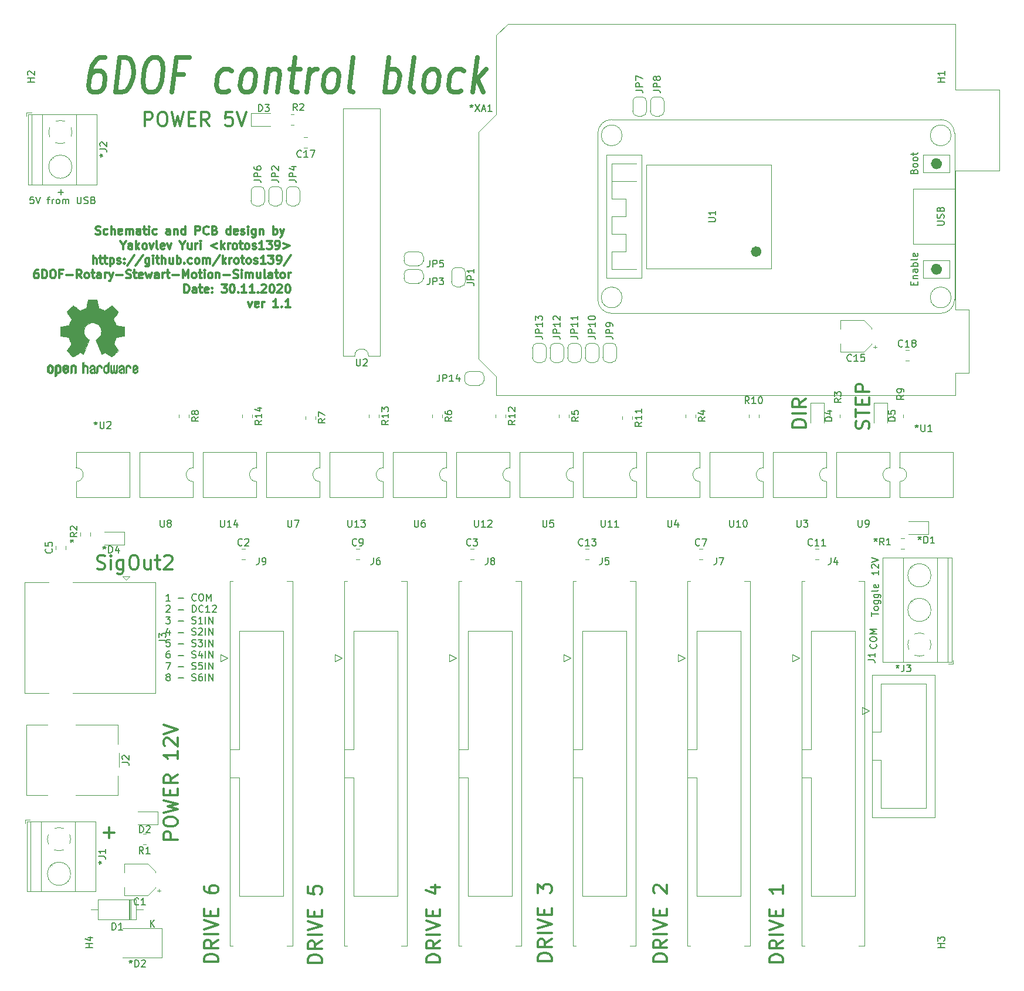
<source format=gbr>
%TF.GenerationSoftware,KiCad,Pcbnew,(5.1.7)-1*%
%TF.CreationDate,2021-01-16T21:20:15+04:00*%
%TF.ProjectId,6dof_controller,36646f66-5f63-46f6-9e74-726f6c6c6572,ver 1.0*%
%TF.SameCoordinates,Original*%
%TF.FileFunction,Legend,Top*%
%TF.FilePolarity,Positive*%
%FSLAX46Y46*%
G04 Gerber Fmt 4.6, Leading zero omitted, Abs format (unit mm)*
G04 Created by KiCad (PCBNEW (5.1.7)-1) date 2021-01-16 21:20:15*
%MOMM*%
%LPD*%
G01*
G04 APERTURE LIST*
%ADD10C,0.150000*%
%ADD11C,0.300000*%
%ADD12C,0.700000*%
%ADD13C,0.010000*%
%ADD14C,0.120000*%
%ADD15C,1.000000*%
%ADD16C,0.800000*%
G04 APERTURE END LIST*
D10*
X114681047Y-39695428D02*
X115442952Y-39695428D01*
X115062000Y-40076380D02*
X115062000Y-39314476D01*
X111149333Y-40346380D02*
X110673142Y-40346380D01*
X110625523Y-40822571D01*
X110673142Y-40774952D01*
X110768380Y-40727333D01*
X111006476Y-40727333D01*
X111101714Y-40774952D01*
X111149333Y-40822571D01*
X111196952Y-40917809D01*
X111196952Y-41155904D01*
X111149333Y-41251142D01*
X111101714Y-41298761D01*
X111006476Y-41346380D01*
X110768380Y-41346380D01*
X110673142Y-41298761D01*
X110625523Y-41251142D01*
X111482666Y-40346380D02*
X111816000Y-41346380D01*
X112149333Y-40346380D01*
X113101714Y-40679714D02*
X113482666Y-40679714D01*
X113244571Y-41346380D02*
X113244571Y-40489238D01*
X113292190Y-40394000D01*
X113387428Y-40346380D01*
X113482666Y-40346380D01*
X113815999Y-41346380D02*
X113815999Y-40679714D01*
X113815999Y-40870190D02*
X113863619Y-40774952D01*
X113911238Y-40727333D01*
X114006476Y-40679714D01*
X114101714Y-40679714D01*
X114577904Y-41346380D02*
X114482666Y-41298761D01*
X114435047Y-41251142D01*
X114387428Y-41155904D01*
X114387428Y-40870190D01*
X114435047Y-40774952D01*
X114482666Y-40727333D01*
X114577904Y-40679714D01*
X114720761Y-40679714D01*
X114816000Y-40727333D01*
X114863619Y-40774952D01*
X114911238Y-40870190D01*
X114911238Y-41155904D01*
X114863619Y-41251142D01*
X114816000Y-41298761D01*
X114720761Y-41346380D01*
X114577904Y-41346380D01*
X115339809Y-41346380D02*
X115339809Y-40679714D01*
X115339809Y-40774952D02*
X115387428Y-40727333D01*
X115482666Y-40679714D01*
X115625523Y-40679714D01*
X115720761Y-40727333D01*
X115768380Y-40822571D01*
X115768380Y-41346380D01*
X115768380Y-40822571D02*
X115816000Y-40727333D01*
X115911238Y-40679714D01*
X116054095Y-40679714D01*
X116149333Y-40727333D01*
X116196952Y-40822571D01*
X116196952Y-41346380D01*
X117435047Y-40346380D02*
X117435047Y-41155904D01*
X117482666Y-41251142D01*
X117530285Y-41298761D01*
X117625523Y-41346380D01*
X117816000Y-41346380D01*
X117911238Y-41298761D01*
X117958857Y-41251142D01*
X118006476Y-41155904D01*
X118006476Y-40346380D01*
X118435047Y-41298761D02*
X118577904Y-41346380D01*
X118816000Y-41346380D01*
X118911238Y-41298761D01*
X118958857Y-41251142D01*
X119006476Y-41155904D01*
X119006476Y-41060666D01*
X118958857Y-40965428D01*
X118911238Y-40917809D01*
X118816000Y-40870190D01*
X118625523Y-40822571D01*
X118530285Y-40774952D01*
X118482666Y-40727333D01*
X118435047Y-40632095D01*
X118435047Y-40536857D01*
X118482666Y-40441619D01*
X118530285Y-40394000D01*
X118625523Y-40346380D01*
X118863619Y-40346380D01*
X119006476Y-40394000D01*
X119768380Y-40822571D02*
X119911238Y-40870190D01*
X119958857Y-40917809D01*
X120006476Y-41013047D01*
X120006476Y-41155904D01*
X119958857Y-41251142D01*
X119911238Y-41298761D01*
X119816000Y-41346380D01*
X119435047Y-41346380D01*
X119435047Y-40346380D01*
X119768380Y-40346380D01*
X119863619Y-40394000D01*
X119911238Y-40441619D01*
X119958857Y-40536857D01*
X119958857Y-40632095D01*
X119911238Y-40727333D01*
X119863619Y-40774952D01*
X119768380Y-40822571D01*
X119435047Y-40822571D01*
X130859404Y-98677380D02*
X130287976Y-98677380D01*
X130573690Y-98677380D02*
X130573690Y-97677380D01*
X130478452Y-97820238D01*
X130383214Y-97915476D01*
X130287976Y-97963095D01*
X132049880Y-98296428D02*
X132811785Y-98296428D01*
X134621309Y-98582142D02*
X134573690Y-98629761D01*
X134430833Y-98677380D01*
X134335595Y-98677380D01*
X134192738Y-98629761D01*
X134097500Y-98534523D01*
X134049880Y-98439285D01*
X134002261Y-98248809D01*
X134002261Y-98105952D01*
X134049880Y-97915476D01*
X134097500Y-97820238D01*
X134192738Y-97725000D01*
X134335595Y-97677380D01*
X134430833Y-97677380D01*
X134573690Y-97725000D01*
X134621309Y-97772619D01*
X135240357Y-97677380D02*
X135430833Y-97677380D01*
X135526071Y-97725000D01*
X135621309Y-97820238D01*
X135668928Y-98010714D01*
X135668928Y-98344047D01*
X135621309Y-98534523D01*
X135526071Y-98629761D01*
X135430833Y-98677380D01*
X135240357Y-98677380D01*
X135145119Y-98629761D01*
X135049880Y-98534523D01*
X135002261Y-98344047D01*
X135002261Y-98010714D01*
X135049880Y-97820238D01*
X135145119Y-97725000D01*
X135240357Y-97677380D01*
X136097500Y-98677380D02*
X136097500Y-97677380D01*
X136430833Y-98391666D01*
X136764166Y-97677380D01*
X136764166Y-98677380D01*
X130287976Y-99422619D02*
X130335595Y-99375000D01*
X130430833Y-99327380D01*
X130668928Y-99327380D01*
X130764166Y-99375000D01*
X130811785Y-99422619D01*
X130859404Y-99517857D01*
X130859404Y-99613095D01*
X130811785Y-99755952D01*
X130240357Y-100327380D01*
X130859404Y-100327380D01*
X132049880Y-99946428D02*
X132811785Y-99946428D01*
X134049880Y-100327380D02*
X134049880Y-99327380D01*
X134287976Y-99327380D01*
X134430833Y-99375000D01*
X134526071Y-99470238D01*
X134573690Y-99565476D01*
X134621309Y-99755952D01*
X134621309Y-99898809D01*
X134573690Y-100089285D01*
X134526071Y-100184523D01*
X134430833Y-100279761D01*
X134287976Y-100327380D01*
X134049880Y-100327380D01*
X135621309Y-100232142D02*
X135573690Y-100279761D01*
X135430833Y-100327380D01*
X135335595Y-100327380D01*
X135192738Y-100279761D01*
X135097500Y-100184523D01*
X135049880Y-100089285D01*
X135002261Y-99898809D01*
X135002261Y-99755952D01*
X135049880Y-99565476D01*
X135097500Y-99470238D01*
X135192738Y-99375000D01*
X135335595Y-99327380D01*
X135430833Y-99327380D01*
X135573690Y-99375000D01*
X135621309Y-99422619D01*
X136573690Y-100327380D02*
X136002261Y-100327380D01*
X136287976Y-100327380D02*
X136287976Y-99327380D01*
X136192738Y-99470238D01*
X136097500Y-99565476D01*
X136002261Y-99613095D01*
X136954642Y-99422619D02*
X137002261Y-99375000D01*
X137097500Y-99327380D01*
X137335595Y-99327380D01*
X137430833Y-99375000D01*
X137478452Y-99422619D01*
X137526071Y-99517857D01*
X137526071Y-99613095D01*
X137478452Y-99755952D01*
X136907023Y-100327380D01*
X137526071Y-100327380D01*
X130240357Y-100977380D02*
X130859404Y-100977380D01*
X130526071Y-101358333D01*
X130668928Y-101358333D01*
X130764166Y-101405952D01*
X130811785Y-101453571D01*
X130859404Y-101548809D01*
X130859404Y-101786904D01*
X130811785Y-101882142D01*
X130764166Y-101929761D01*
X130668928Y-101977380D01*
X130383214Y-101977380D01*
X130287976Y-101929761D01*
X130240357Y-101882142D01*
X132049880Y-101596428D02*
X132811785Y-101596428D01*
X134002261Y-101929761D02*
X134145119Y-101977380D01*
X134383214Y-101977380D01*
X134478452Y-101929761D01*
X134526071Y-101882142D01*
X134573690Y-101786904D01*
X134573690Y-101691666D01*
X134526071Y-101596428D01*
X134478452Y-101548809D01*
X134383214Y-101501190D01*
X134192738Y-101453571D01*
X134097500Y-101405952D01*
X134049880Y-101358333D01*
X134002261Y-101263095D01*
X134002261Y-101167857D01*
X134049880Y-101072619D01*
X134097500Y-101025000D01*
X134192738Y-100977380D01*
X134430833Y-100977380D01*
X134573690Y-101025000D01*
X135526071Y-101977380D02*
X134954642Y-101977380D01*
X135240357Y-101977380D02*
X135240357Y-100977380D01*
X135145119Y-101120238D01*
X135049880Y-101215476D01*
X134954642Y-101263095D01*
X135954642Y-101977380D02*
X135954642Y-100977380D01*
X136430833Y-101977380D02*
X136430833Y-100977380D01*
X137002261Y-101977380D01*
X137002261Y-100977380D01*
X130764166Y-102960714D02*
X130764166Y-103627380D01*
X130526071Y-102579761D02*
X130287976Y-103294047D01*
X130907023Y-103294047D01*
X132049880Y-103246428D02*
X132811785Y-103246428D01*
X134002261Y-103579761D02*
X134145119Y-103627380D01*
X134383214Y-103627380D01*
X134478452Y-103579761D01*
X134526071Y-103532142D01*
X134573690Y-103436904D01*
X134573690Y-103341666D01*
X134526071Y-103246428D01*
X134478452Y-103198809D01*
X134383214Y-103151190D01*
X134192738Y-103103571D01*
X134097500Y-103055952D01*
X134049880Y-103008333D01*
X134002261Y-102913095D01*
X134002261Y-102817857D01*
X134049880Y-102722619D01*
X134097500Y-102675000D01*
X134192738Y-102627380D01*
X134430833Y-102627380D01*
X134573690Y-102675000D01*
X134954642Y-102722619D02*
X135002261Y-102675000D01*
X135097500Y-102627380D01*
X135335595Y-102627380D01*
X135430833Y-102675000D01*
X135478452Y-102722619D01*
X135526071Y-102817857D01*
X135526071Y-102913095D01*
X135478452Y-103055952D01*
X134907023Y-103627380D01*
X135526071Y-103627380D01*
X135954642Y-103627380D02*
X135954642Y-102627380D01*
X136430833Y-103627380D02*
X136430833Y-102627380D01*
X137002261Y-103627380D01*
X137002261Y-102627380D01*
X130811785Y-104277380D02*
X130335595Y-104277380D01*
X130287976Y-104753571D01*
X130335595Y-104705952D01*
X130430833Y-104658333D01*
X130668928Y-104658333D01*
X130764166Y-104705952D01*
X130811785Y-104753571D01*
X130859404Y-104848809D01*
X130859404Y-105086904D01*
X130811785Y-105182142D01*
X130764166Y-105229761D01*
X130668928Y-105277380D01*
X130430833Y-105277380D01*
X130335595Y-105229761D01*
X130287976Y-105182142D01*
X132049880Y-104896428D02*
X132811785Y-104896428D01*
X134002261Y-105229761D02*
X134145119Y-105277380D01*
X134383214Y-105277380D01*
X134478452Y-105229761D01*
X134526071Y-105182142D01*
X134573690Y-105086904D01*
X134573690Y-104991666D01*
X134526071Y-104896428D01*
X134478452Y-104848809D01*
X134383214Y-104801190D01*
X134192738Y-104753571D01*
X134097500Y-104705952D01*
X134049880Y-104658333D01*
X134002261Y-104563095D01*
X134002261Y-104467857D01*
X134049880Y-104372619D01*
X134097500Y-104325000D01*
X134192738Y-104277380D01*
X134430833Y-104277380D01*
X134573690Y-104325000D01*
X134907023Y-104277380D02*
X135526071Y-104277380D01*
X135192738Y-104658333D01*
X135335595Y-104658333D01*
X135430833Y-104705952D01*
X135478452Y-104753571D01*
X135526071Y-104848809D01*
X135526071Y-105086904D01*
X135478452Y-105182142D01*
X135430833Y-105229761D01*
X135335595Y-105277380D01*
X135049880Y-105277380D01*
X134954642Y-105229761D01*
X134907023Y-105182142D01*
X135954642Y-105277380D02*
X135954642Y-104277380D01*
X136430833Y-105277380D02*
X136430833Y-104277380D01*
X137002261Y-105277380D01*
X137002261Y-104277380D01*
X130764166Y-105927380D02*
X130573690Y-105927380D01*
X130478452Y-105975000D01*
X130430833Y-106022619D01*
X130335595Y-106165476D01*
X130287976Y-106355952D01*
X130287976Y-106736904D01*
X130335595Y-106832142D01*
X130383214Y-106879761D01*
X130478452Y-106927380D01*
X130668928Y-106927380D01*
X130764166Y-106879761D01*
X130811785Y-106832142D01*
X130859404Y-106736904D01*
X130859404Y-106498809D01*
X130811785Y-106403571D01*
X130764166Y-106355952D01*
X130668928Y-106308333D01*
X130478452Y-106308333D01*
X130383214Y-106355952D01*
X130335595Y-106403571D01*
X130287976Y-106498809D01*
X132049880Y-106546428D02*
X132811785Y-106546428D01*
X134002261Y-106879761D02*
X134145119Y-106927380D01*
X134383214Y-106927380D01*
X134478452Y-106879761D01*
X134526071Y-106832142D01*
X134573690Y-106736904D01*
X134573690Y-106641666D01*
X134526071Y-106546428D01*
X134478452Y-106498809D01*
X134383214Y-106451190D01*
X134192738Y-106403571D01*
X134097500Y-106355952D01*
X134049880Y-106308333D01*
X134002261Y-106213095D01*
X134002261Y-106117857D01*
X134049880Y-106022619D01*
X134097500Y-105975000D01*
X134192738Y-105927380D01*
X134430833Y-105927380D01*
X134573690Y-105975000D01*
X135430833Y-106260714D02*
X135430833Y-106927380D01*
X135192738Y-105879761D02*
X134954642Y-106594047D01*
X135573690Y-106594047D01*
X135954642Y-106927380D02*
X135954642Y-105927380D01*
X136430833Y-106927380D02*
X136430833Y-105927380D01*
X137002261Y-106927380D01*
X137002261Y-105927380D01*
X130240357Y-107577380D02*
X130907023Y-107577380D01*
X130478452Y-108577380D01*
X132049880Y-108196428D02*
X132811785Y-108196428D01*
X134002261Y-108529761D02*
X134145119Y-108577380D01*
X134383214Y-108577380D01*
X134478452Y-108529761D01*
X134526071Y-108482142D01*
X134573690Y-108386904D01*
X134573690Y-108291666D01*
X134526071Y-108196428D01*
X134478452Y-108148809D01*
X134383214Y-108101190D01*
X134192738Y-108053571D01*
X134097500Y-108005952D01*
X134049880Y-107958333D01*
X134002261Y-107863095D01*
X134002261Y-107767857D01*
X134049880Y-107672619D01*
X134097500Y-107625000D01*
X134192738Y-107577380D01*
X134430833Y-107577380D01*
X134573690Y-107625000D01*
X135478452Y-107577380D02*
X135002261Y-107577380D01*
X134954642Y-108053571D01*
X135002261Y-108005952D01*
X135097500Y-107958333D01*
X135335595Y-107958333D01*
X135430833Y-108005952D01*
X135478452Y-108053571D01*
X135526071Y-108148809D01*
X135526071Y-108386904D01*
X135478452Y-108482142D01*
X135430833Y-108529761D01*
X135335595Y-108577380D01*
X135097500Y-108577380D01*
X135002261Y-108529761D01*
X134954642Y-108482142D01*
X135954642Y-108577380D02*
X135954642Y-107577380D01*
X136430833Y-108577380D02*
X136430833Y-107577380D01*
X137002261Y-108577380D01*
X137002261Y-107577380D01*
X130478452Y-109655952D02*
X130383214Y-109608333D01*
X130335595Y-109560714D01*
X130287976Y-109465476D01*
X130287976Y-109417857D01*
X130335595Y-109322619D01*
X130383214Y-109275000D01*
X130478452Y-109227380D01*
X130668928Y-109227380D01*
X130764166Y-109275000D01*
X130811785Y-109322619D01*
X130859404Y-109417857D01*
X130859404Y-109465476D01*
X130811785Y-109560714D01*
X130764166Y-109608333D01*
X130668928Y-109655952D01*
X130478452Y-109655952D01*
X130383214Y-109703571D01*
X130335595Y-109751190D01*
X130287976Y-109846428D01*
X130287976Y-110036904D01*
X130335595Y-110132142D01*
X130383214Y-110179761D01*
X130478452Y-110227380D01*
X130668928Y-110227380D01*
X130764166Y-110179761D01*
X130811785Y-110132142D01*
X130859404Y-110036904D01*
X130859404Y-109846428D01*
X130811785Y-109751190D01*
X130764166Y-109703571D01*
X130668928Y-109655952D01*
X132049880Y-109846428D02*
X132811785Y-109846428D01*
X134002261Y-110179761D02*
X134145119Y-110227380D01*
X134383214Y-110227380D01*
X134478452Y-110179761D01*
X134526071Y-110132142D01*
X134573690Y-110036904D01*
X134573690Y-109941666D01*
X134526071Y-109846428D01*
X134478452Y-109798809D01*
X134383214Y-109751190D01*
X134192738Y-109703571D01*
X134097500Y-109655952D01*
X134049880Y-109608333D01*
X134002261Y-109513095D01*
X134002261Y-109417857D01*
X134049880Y-109322619D01*
X134097500Y-109275000D01*
X134192738Y-109227380D01*
X134430833Y-109227380D01*
X134573690Y-109275000D01*
X135430833Y-109227380D02*
X135240357Y-109227380D01*
X135145119Y-109275000D01*
X135097500Y-109322619D01*
X135002261Y-109465476D01*
X134954642Y-109655952D01*
X134954642Y-110036904D01*
X135002261Y-110132142D01*
X135049880Y-110179761D01*
X135145119Y-110227380D01*
X135335595Y-110227380D01*
X135430833Y-110179761D01*
X135478452Y-110132142D01*
X135526071Y-110036904D01*
X135526071Y-109798809D01*
X135478452Y-109703571D01*
X135430833Y-109655952D01*
X135335595Y-109608333D01*
X135145119Y-109608333D01*
X135049880Y-109655952D01*
X135002261Y-109703571D01*
X134954642Y-109798809D01*
X135954642Y-110227380D02*
X135954642Y-109227380D01*
X136430833Y-110227380D02*
X136430833Y-109227380D01*
X137002261Y-110227380D01*
X137002261Y-109227380D01*
X233116380Y-94345047D02*
X233116380Y-94916476D01*
X233116380Y-94630761D02*
X232116380Y-94630761D01*
X232259238Y-94726000D01*
X232354476Y-94821238D01*
X232402095Y-94916476D01*
X232211619Y-93964095D02*
X232164000Y-93916476D01*
X232116380Y-93821238D01*
X232116380Y-93583142D01*
X232164000Y-93487904D01*
X232211619Y-93440285D01*
X232306857Y-93392666D01*
X232402095Y-93392666D01*
X232544952Y-93440285D01*
X233116380Y-94011714D01*
X233116380Y-93392666D01*
X232116380Y-93106952D02*
X233116380Y-92773619D01*
X232116380Y-92440285D01*
X232116380Y-100885333D02*
X232116380Y-100313904D01*
X233116380Y-100599619D02*
X232116380Y-100599619D01*
X233116380Y-99837714D02*
X233068761Y-99932952D01*
X233021142Y-99980571D01*
X232925904Y-100028190D01*
X232640190Y-100028190D01*
X232544952Y-99980571D01*
X232497333Y-99932952D01*
X232449714Y-99837714D01*
X232449714Y-99694857D01*
X232497333Y-99599619D01*
X232544952Y-99552000D01*
X232640190Y-99504380D01*
X232925904Y-99504380D01*
X233021142Y-99552000D01*
X233068761Y-99599619D01*
X233116380Y-99694857D01*
X233116380Y-99837714D01*
X232449714Y-98647238D02*
X233259238Y-98647238D01*
X233354476Y-98694857D01*
X233402095Y-98742476D01*
X233449714Y-98837714D01*
X233449714Y-98980571D01*
X233402095Y-99075809D01*
X233068761Y-98647238D02*
X233116380Y-98742476D01*
X233116380Y-98932952D01*
X233068761Y-99028190D01*
X233021142Y-99075809D01*
X232925904Y-99123428D01*
X232640190Y-99123428D01*
X232544952Y-99075809D01*
X232497333Y-99028190D01*
X232449714Y-98932952D01*
X232449714Y-98742476D01*
X232497333Y-98647238D01*
X232449714Y-97742476D02*
X233259238Y-97742476D01*
X233354476Y-97790095D01*
X233402095Y-97837714D01*
X233449714Y-97932952D01*
X233449714Y-98075809D01*
X233402095Y-98171047D01*
X233068761Y-97742476D02*
X233116380Y-97837714D01*
X233116380Y-98028190D01*
X233068761Y-98123428D01*
X233021142Y-98171047D01*
X232925904Y-98218666D01*
X232640190Y-98218666D01*
X232544952Y-98171047D01*
X232497333Y-98123428D01*
X232449714Y-98028190D01*
X232449714Y-97837714D01*
X232497333Y-97742476D01*
X233116380Y-97123428D02*
X233068761Y-97218666D01*
X232973523Y-97266285D01*
X232116380Y-97266285D01*
X233068761Y-96361523D02*
X233116380Y-96456761D01*
X233116380Y-96647238D01*
X233068761Y-96742476D01*
X232973523Y-96790095D01*
X232592571Y-96790095D01*
X232497333Y-96742476D01*
X232449714Y-96647238D01*
X232449714Y-96456761D01*
X232497333Y-96361523D01*
X232592571Y-96313904D01*
X232687809Y-96313904D01*
X232783047Y-96790095D01*
X232767142Y-104925714D02*
X232814761Y-104973333D01*
X232862380Y-105116190D01*
X232862380Y-105211428D01*
X232814761Y-105354285D01*
X232719523Y-105449523D01*
X232624285Y-105497142D01*
X232433809Y-105544761D01*
X232290952Y-105544761D01*
X232100476Y-105497142D01*
X232005238Y-105449523D01*
X231910000Y-105354285D01*
X231862380Y-105211428D01*
X231862380Y-105116190D01*
X231910000Y-104973333D01*
X231957619Y-104925714D01*
X231862380Y-104306666D02*
X231862380Y-104116190D01*
X231910000Y-104020952D01*
X232005238Y-103925714D01*
X232195714Y-103878095D01*
X232529047Y-103878095D01*
X232719523Y-103925714D01*
X232814761Y-104020952D01*
X232862380Y-104116190D01*
X232862380Y-104306666D01*
X232814761Y-104401904D01*
X232719523Y-104497142D01*
X232529047Y-104544761D01*
X232195714Y-104544761D01*
X232005238Y-104497142D01*
X231910000Y-104401904D01*
X231862380Y-104306666D01*
X232862380Y-103449523D02*
X231862380Y-103449523D01*
X232576666Y-103116190D01*
X231862380Y-102782857D01*
X232862380Y-102782857D01*
D11*
X121238095Y-132142857D02*
X122761904Y-132142857D01*
X122000000Y-132904761D02*
X122000000Y-131380952D01*
X120109285Y-45747714D02*
X120280714Y-45804857D01*
X120566428Y-45804857D01*
X120680714Y-45747714D01*
X120737857Y-45690571D01*
X120795000Y-45576285D01*
X120795000Y-45462000D01*
X120737857Y-45347714D01*
X120680714Y-45290571D01*
X120566428Y-45233428D01*
X120337857Y-45176285D01*
X120223571Y-45119142D01*
X120166428Y-45062000D01*
X120109285Y-44947714D01*
X120109285Y-44833428D01*
X120166428Y-44719142D01*
X120223571Y-44662000D01*
X120337857Y-44604857D01*
X120623571Y-44604857D01*
X120795000Y-44662000D01*
X121823571Y-45747714D02*
X121709285Y-45804857D01*
X121480714Y-45804857D01*
X121366428Y-45747714D01*
X121309285Y-45690571D01*
X121252142Y-45576285D01*
X121252142Y-45233428D01*
X121309285Y-45119142D01*
X121366428Y-45062000D01*
X121480714Y-45004857D01*
X121709285Y-45004857D01*
X121823571Y-45062000D01*
X122337857Y-45804857D02*
X122337857Y-44604857D01*
X122852142Y-45804857D02*
X122852142Y-45176285D01*
X122795000Y-45062000D01*
X122680714Y-45004857D01*
X122509285Y-45004857D01*
X122395000Y-45062000D01*
X122337857Y-45119142D01*
X123880714Y-45747714D02*
X123766428Y-45804857D01*
X123537857Y-45804857D01*
X123423571Y-45747714D01*
X123366428Y-45633428D01*
X123366428Y-45176285D01*
X123423571Y-45062000D01*
X123537857Y-45004857D01*
X123766428Y-45004857D01*
X123880714Y-45062000D01*
X123937857Y-45176285D01*
X123937857Y-45290571D01*
X123366428Y-45404857D01*
X124452142Y-45804857D02*
X124452142Y-45004857D01*
X124452142Y-45119142D02*
X124509285Y-45062000D01*
X124623571Y-45004857D01*
X124795000Y-45004857D01*
X124909285Y-45062000D01*
X124966428Y-45176285D01*
X124966428Y-45804857D01*
X124966428Y-45176285D02*
X125023571Y-45062000D01*
X125137857Y-45004857D01*
X125309285Y-45004857D01*
X125423571Y-45062000D01*
X125480714Y-45176285D01*
X125480714Y-45804857D01*
X126566428Y-45804857D02*
X126566428Y-45176285D01*
X126509285Y-45062000D01*
X126395000Y-45004857D01*
X126166428Y-45004857D01*
X126052142Y-45062000D01*
X126566428Y-45747714D02*
X126452142Y-45804857D01*
X126166428Y-45804857D01*
X126052142Y-45747714D01*
X125995000Y-45633428D01*
X125995000Y-45519142D01*
X126052142Y-45404857D01*
X126166428Y-45347714D01*
X126452142Y-45347714D01*
X126566428Y-45290571D01*
X126966428Y-45004857D02*
X127423571Y-45004857D01*
X127137857Y-44604857D02*
X127137857Y-45633428D01*
X127195000Y-45747714D01*
X127309285Y-45804857D01*
X127423571Y-45804857D01*
X127823571Y-45804857D02*
X127823571Y-45004857D01*
X127823571Y-44604857D02*
X127766428Y-44662000D01*
X127823571Y-44719142D01*
X127880714Y-44662000D01*
X127823571Y-44604857D01*
X127823571Y-44719142D01*
X128909285Y-45747714D02*
X128795000Y-45804857D01*
X128566428Y-45804857D01*
X128452142Y-45747714D01*
X128395000Y-45690571D01*
X128337857Y-45576285D01*
X128337857Y-45233428D01*
X128395000Y-45119142D01*
X128452142Y-45062000D01*
X128566428Y-45004857D01*
X128795000Y-45004857D01*
X128909285Y-45062000D01*
X130852142Y-45804857D02*
X130852142Y-45176285D01*
X130795000Y-45062000D01*
X130680714Y-45004857D01*
X130452142Y-45004857D01*
X130337857Y-45062000D01*
X130852142Y-45747714D02*
X130737857Y-45804857D01*
X130452142Y-45804857D01*
X130337857Y-45747714D01*
X130280714Y-45633428D01*
X130280714Y-45519142D01*
X130337857Y-45404857D01*
X130452142Y-45347714D01*
X130737857Y-45347714D01*
X130852142Y-45290571D01*
X131423571Y-45004857D02*
X131423571Y-45804857D01*
X131423571Y-45119142D02*
X131480714Y-45062000D01*
X131595000Y-45004857D01*
X131766428Y-45004857D01*
X131880714Y-45062000D01*
X131937857Y-45176285D01*
X131937857Y-45804857D01*
X133023571Y-45804857D02*
X133023571Y-44604857D01*
X133023571Y-45747714D02*
X132909285Y-45804857D01*
X132680714Y-45804857D01*
X132566428Y-45747714D01*
X132509285Y-45690571D01*
X132452142Y-45576285D01*
X132452142Y-45233428D01*
X132509285Y-45119142D01*
X132566428Y-45062000D01*
X132680714Y-45004857D01*
X132909285Y-45004857D01*
X133023571Y-45062000D01*
X134509285Y-45804857D02*
X134509285Y-44604857D01*
X134966428Y-44604857D01*
X135080714Y-44662000D01*
X135137857Y-44719142D01*
X135195000Y-44833428D01*
X135195000Y-45004857D01*
X135137857Y-45119142D01*
X135080714Y-45176285D01*
X134966428Y-45233428D01*
X134509285Y-45233428D01*
X136395000Y-45690571D02*
X136337857Y-45747714D01*
X136166428Y-45804857D01*
X136052142Y-45804857D01*
X135880714Y-45747714D01*
X135766428Y-45633428D01*
X135709285Y-45519142D01*
X135652142Y-45290571D01*
X135652142Y-45119142D01*
X135709285Y-44890571D01*
X135766428Y-44776285D01*
X135880714Y-44662000D01*
X136052142Y-44604857D01*
X136166428Y-44604857D01*
X136337857Y-44662000D01*
X136395000Y-44719142D01*
X137309285Y-45176285D02*
X137480714Y-45233428D01*
X137537857Y-45290571D01*
X137595000Y-45404857D01*
X137595000Y-45576285D01*
X137537857Y-45690571D01*
X137480714Y-45747714D01*
X137366428Y-45804857D01*
X136909285Y-45804857D01*
X136909285Y-44604857D01*
X137309285Y-44604857D01*
X137423571Y-44662000D01*
X137480714Y-44719142D01*
X137537857Y-44833428D01*
X137537857Y-44947714D01*
X137480714Y-45062000D01*
X137423571Y-45119142D01*
X137309285Y-45176285D01*
X136909285Y-45176285D01*
X139537857Y-45804857D02*
X139537857Y-44604857D01*
X139537857Y-45747714D02*
X139423571Y-45804857D01*
X139195000Y-45804857D01*
X139080714Y-45747714D01*
X139023571Y-45690571D01*
X138966428Y-45576285D01*
X138966428Y-45233428D01*
X139023571Y-45119142D01*
X139080714Y-45062000D01*
X139195000Y-45004857D01*
X139423571Y-45004857D01*
X139537857Y-45062000D01*
X140566428Y-45747714D02*
X140452142Y-45804857D01*
X140223571Y-45804857D01*
X140109285Y-45747714D01*
X140052142Y-45633428D01*
X140052142Y-45176285D01*
X140109285Y-45062000D01*
X140223571Y-45004857D01*
X140452142Y-45004857D01*
X140566428Y-45062000D01*
X140623571Y-45176285D01*
X140623571Y-45290571D01*
X140052142Y-45404857D01*
X141080714Y-45747714D02*
X141195000Y-45804857D01*
X141423571Y-45804857D01*
X141537857Y-45747714D01*
X141595000Y-45633428D01*
X141595000Y-45576285D01*
X141537857Y-45462000D01*
X141423571Y-45404857D01*
X141252142Y-45404857D01*
X141137857Y-45347714D01*
X141080714Y-45233428D01*
X141080714Y-45176285D01*
X141137857Y-45062000D01*
X141252142Y-45004857D01*
X141423571Y-45004857D01*
X141537857Y-45062000D01*
X142109285Y-45804857D02*
X142109285Y-45004857D01*
X142109285Y-44604857D02*
X142052142Y-44662000D01*
X142109285Y-44719142D01*
X142166428Y-44662000D01*
X142109285Y-44604857D01*
X142109285Y-44719142D01*
X143195000Y-45004857D02*
X143195000Y-45976285D01*
X143137857Y-46090571D01*
X143080714Y-46147714D01*
X142966428Y-46204857D01*
X142795000Y-46204857D01*
X142680714Y-46147714D01*
X143195000Y-45747714D02*
X143080714Y-45804857D01*
X142852142Y-45804857D01*
X142737857Y-45747714D01*
X142680714Y-45690571D01*
X142623571Y-45576285D01*
X142623571Y-45233428D01*
X142680714Y-45119142D01*
X142737857Y-45062000D01*
X142852142Y-45004857D01*
X143080714Y-45004857D01*
X143195000Y-45062000D01*
X143766428Y-45004857D02*
X143766428Y-45804857D01*
X143766428Y-45119142D02*
X143823571Y-45062000D01*
X143937857Y-45004857D01*
X144109285Y-45004857D01*
X144223571Y-45062000D01*
X144280714Y-45176285D01*
X144280714Y-45804857D01*
X145766428Y-45804857D02*
X145766428Y-44604857D01*
X145766428Y-45062000D02*
X145880714Y-45004857D01*
X146109285Y-45004857D01*
X146223571Y-45062000D01*
X146280714Y-45119142D01*
X146337857Y-45233428D01*
X146337857Y-45576285D01*
X146280714Y-45690571D01*
X146223571Y-45747714D01*
X146109285Y-45804857D01*
X145880714Y-45804857D01*
X145766428Y-45747714D01*
X146737857Y-45004857D02*
X147023571Y-45804857D01*
X147309285Y-45004857D02*
X147023571Y-45804857D01*
X146909285Y-46090571D01*
X146852142Y-46147714D01*
X146737857Y-46204857D01*
X124052142Y-47333428D02*
X124052142Y-47904857D01*
X123652142Y-46704857D02*
X124052142Y-47333428D01*
X124452142Y-46704857D01*
X125366428Y-47904857D02*
X125366428Y-47276285D01*
X125309285Y-47162000D01*
X125195000Y-47104857D01*
X124966428Y-47104857D01*
X124852142Y-47162000D01*
X125366428Y-47847714D02*
X125252142Y-47904857D01*
X124966428Y-47904857D01*
X124852142Y-47847714D01*
X124795000Y-47733428D01*
X124795000Y-47619142D01*
X124852142Y-47504857D01*
X124966428Y-47447714D01*
X125252142Y-47447714D01*
X125366428Y-47390571D01*
X125937857Y-47904857D02*
X125937857Y-46704857D01*
X126052142Y-47447714D02*
X126395000Y-47904857D01*
X126395000Y-47104857D02*
X125937857Y-47562000D01*
X127080714Y-47904857D02*
X126966428Y-47847714D01*
X126909285Y-47790571D01*
X126852142Y-47676285D01*
X126852142Y-47333428D01*
X126909285Y-47219142D01*
X126966428Y-47162000D01*
X127080714Y-47104857D01*
X127252142Y-47104857D01*
X127366428Y-47162000D01*
X127423571Y-47219142D01*
X127480714Y-47333428D01*
X127480714Y-47676285D01*
X127423571Y-47790571D01*
X127366428Y-47847714D01*
X127252142Y-47904857D01*
X127080714Y-47904857D01*
X127880714Y-47104857D02*
X128166428Y-47904857D01*
X128452142Y-47104857D01*
X129080714Y-47904857D02*
X128966428Y-47847714D01*
X128909285Y-47733428D01*
X128909285Y-46704857D01*
X129995000Y-47847714D02*
X129880714Y-47904857D01*
X129652142Y-47904857D01*
X129537857Y-47847714D01*
X129480714Y-47733428D01*
X129480714Y-47276285D01*
X129537857Y-47162000D01*
X129652142Y-47104857D01*
X129880714Y-47104857D01*
X129995000Y-47162000D01*
X130052142Y-47276285D01*
X130052142Y-47390571D01*
X129480714Y-47504857D01*
X130452142Y-47104857D02*
X130737857Y-47904857D01*
X131023571Y-47104857D01*
X132623571Y-47333428D02*
X132623571Y-47904857D01*
X132223571Y-46704857D02*
X132623571Y-47333428D01*
X133023571Y-46704857D01*
X133937857Y-47104857D02*
X133937857Y-47904857D01*
X133423571Y-47104857D02*
X133423571Y-47733428D01*
X133480714Y-47847714D01*
X133595000Y-47904857D01*
X133766428Y-47904857D01*
X133880714Y-47847714D01*
X133937857Y-47790571D01*
X134509285Y-47904857D02*
X134509285Y-47104857D01*
X134509285Y-47333428D02*
X134566428Y-47219142D01*
X134623571Y-47162000D01*
X134737857Y-47104857D01*
X134852142Y-47104857D01*
X135252142Y-47904857D02*
X135252142Y-47104857D01*
X135252142Y-46704857D02*
X135195000Y-46762000D01*
X135252142Y-46819142D01*
X135309285Y-46762000D01*
X135252142Y-46704857D01*
X135252142Y-46819142D01*
X137652142Y-47104857D02*
X136737857Y-47447714D01*
X137652142Y-47790571D01*
X138223571Y-47904857D02*
X138223571Y-46704857D01*
X138337857Y-47447714D02*
X138680714Y-47904857D01*
X138680714Y-47104857D02*
X138223571Y-47562000D01*
X139195000Y-47904857D02*
X139195000Y-47104857D01*
X139195000Y-47333428D02*
X139252142Y-47219142D01*
X139309285Y-47162000D01*
X139423571Y-47104857D01*
X139537857Y-47104857D01*
X140109285Y-47904857D02*
X139995000Y-47847714D01*
X139937857Y-47790571D01*
X139880714Y-47676285D01*
X139880714Y-47333428D01*
X139937857Y-47219142D01*
X139995000Y-47162000D01*
X140109285Y-47104857D01*
X140280714Y-47104857D01*
X140395000Y-47162000D01*
X140452142Y-47219142D01*
X140509285Y-47333428D01*
X140509285Y-47676285D01*
X140452142Y-47790571D01*
X140395000Y-47847714D01*
X140280714Y-47904857D01*
X140109285Y-47904857D01*
X140852142Y-47104857D02*
X141309285Y-47104857D01*
X141023571Y-46704857D02*
X141023571Y-47733428D01*
X141080714Y-47847714D01*
X141195000Y-47904857D01*
X141309285Y-47904857D01*
X141880714Y-47904857D02*
X141766428Y-47847714D01*
X141709285Y-47790571D01*
X141652142Y-47676285D01*
X141652142Y-47333428D01*
X141709285Y-47219142D01*
X141766428Y-47162000D01*
X141880714Y-47104857D01*
X142052142Y-47104857D01*
X142166428Y-47162000D01*
X142223571Y-47219142D01*
X142280714Y-47333428D01*
X142280714Y-47676285D01*
X142223571Y-47790571D01*
X142166428Y-47847714D01*
X142052142Y-47904857D01*
X141880714Y-47904857D01*
X142737857Y-47847714D02*
X142852142Y-47904857D01*
X143080714Y-47904857D01*
X143195000Y-47847714D01*
X143252142Y-47733428D01*
X143252142Y-47676285D01*
X143195000Y-47562000D01*
X143080714Y-47504857D01*
X142909285Y-47504857D01*
X142795000Y-47447714D01*
X142737857Y-47333428D01*
X142737857Y-47276285D01*
X142795000Y-47162000D01*
X142909285Y-47104857D01*
X143080714Y-47104857D01*
X143195000Y-47162000D01*
X144395000Y-47904857D02*
X143709285Y-47904857D01*
X144052142Y-47904857D02*
X144052142Y-46704857D01*
X143937857Y-46876285D01*
X143823571Y-46990571D01*
X143709285Y-47047714D01*
X144795000Y-46704857D02*
X145537857Y-46704857D01*
X145137857Y-47162000D01*
X145309285Y-47162000D01*
X145423571Y-47219142D01*
X145480714Y-47276285D01*
X145537857Y-47390571D01*
X145537857Y-47676285D01*
X145480714Y-47790571D01*
X145423571Y-47847714D01*
X145309285Y-47904857D01*
X144966428Y-47904857D01*
X144852142Y-47847714D01*
X144795000Y-47790571D01*
X146109285Y-47904857D02*
X146337857Y-47904857D01*
X146452142Y-47847714D01*
X146509285Y-47790571D01*
X146623571Y-47619142D01*
X146680714Y-47390571D01*
X146680714Y-46933428D01*
X146623571Y-46819142D01*
X146566428Y-46762000D01*
X146452142Y-46704857D01*
X146223571Y-46704857D01*
X146109285Y-46762000D01*
X146052142Y-46819142D01*
X145995000Y-46933428D01*
X145995000Y-47219142D01*
X146052142Y-47333428D01*
X146109285Y-47390571D01*
X146223571Y-47447714D01*
X146452142Y-47447714D01*
X146566428Y-47390571D01*
X146623571Y-47333428D01*
X146680714Y-47219142D01*
X147195000Y-47104857D02*
X148109285Y-47447714D01*
X147195000Y-47790571D01*
X119709285Y-50004857D02*
X119709285Y-48804857D01*
X120223571Y-50004857D02*
X120223571Y-49376285D01*
X120166428Y-49262000D01*
X120052142Y-49204857D01*
X119880714Y-49204857D01*
X119766428Y-49262000D01*
X119709285Y-49319142D01*
X120623571Y-49204857D02*
X121080714Y-49204857D01*
X120794999Y-48804857D02*
X120794999Y-49833428D01*
X120852142Y-49947714D01*
X120966428Y-50004857D01*
X121080714Y-50004857D01*
X121309285Y-49204857D02*
X121766428Y-49204857D01*
X121480714Y-48804857D02*
X121480714Y-49833428D01*
X121537857Y-49947714D01*
X121652142Y-50004857D01*
X121766428Y-50004857D01*
X122166428Y-49204857D02*
X122166428Y-50404857D01*
X122166428Y-49262000D02*
X122280714Y-49204857D01*
X122509285Y-49204857D01*
X122623571Y-49262000D01*
X122680714Y-49319142D01*
X122737857Y-49433428D01*
X122737857Y-49776285D01*
X122680714Y-49890571D01*
X122623571Y-49947714D01*
X122509285Y-50004857D01*
X122280714Y-50004857D01*
X122166428Y-49947714D01*
X123194999Y-49947714D02*
X123309285Y-50004857D01*
X123537857Y-50004857D01*
X123652142Y-49947714D01*
X123709285Y-49833428D01*
X123709285Y-49776285D01*
X123652142Y-49662000D01*
X123537857Y-49604857D01*
X123366428Y-49604857D01*
X123252142Y-49547714D01*
X123194999Y-49433428D01*
X123194999Y-49376285D01*
X123252142Y-49262000D01*
X123366428Y-49204857D01*
X123537857Y-49204857D01*
X123652142Y-49262000D01*
X124223571Y-49890571D02*
X124280714Y-49947714D01*
X124223571Y-50004857D01*
X124166428Y-49947714D01*
X124223571Y-49890571D01*
X124223571Y-50004857D01*
X124223571Y-49262000D02*
X124280714Y-49319142D01*
X124223571Y-49376285D01*
X124166428Y-49319142D01*
X124223571Y-49262000D01*
X124223571Y-49376285D01*
X125652142Y-48747714D02*
X124623571Y-50290571D01*
X126909285Y-48747714D02*
X125880714Y-50290571D01*
X127823571Y-49204857D02*
X127823571Y-50176285D01*
X127766428Y-50290571D01*
X127709285Y-50347714D01*
X127594999Y-50404857D01*
X127423571Y-50404857D01*
X127309285Y-50347714D01*
X127823571Y-49947714D02*
X127709285Y-50004857D01*
X127480714Y-50004857D01*
X127366428Y-49947714D01*
X127309285Y-49890571D01*
X127252142Y-49776285D01*
X127252142Y-49433428D01*
X127309285Y-49319142D01*
X127366428Y-49262000D01*
X127480714Y-49204857D01*
X127709285Y-49204857D01*
X127823571Y-49262000D01*
X128394999Y-50004857D02*
X128394999Y-49204857D01*
X128394999Y-48804857D02*
X128337857Y-48862000D01*
X128394999Y-48919142D01*
X128452142Y-48862000D01*
X128394999Y-48804857D01*
X128394999Y-48919142D01*
X128794999Y-49204857D02*
X129252142Y-49204857D01*
X128966428Y-48804857D02*
X128966428Y-49833428D01*
X129023571Y-49947714D01*
X129137857Y-50004857D01*
X129252142Y-50004857D01*
X129652142Y-50004857D02*
X129652142Y-48804857D01*
X130166428Y-50004857D02*
X130166428Y-49376285D01*
X130109285Y-49262000D01*
X129994999Y-49204857D01*
X129823571Y-49204857D01*
X129709285Y-49262000D01*
X129652142Y-49319142D01*
X131252142Y-49204857D02*
X131252142Y-50004857D01*
X130737857Y-49204857D02*
X130737857Y-49833428D01*
X130794999Y-49947714D01*
X130909285Y-50004857D01*
X131080714Y-50004857D01*
X131194999Y-49947714D01*
X131252142Y-49890571D01*
X131823571Y-50004857D02*
X131823571Y-48804857D01*
X131823571Y-49262000D02*
X131937857Y-49204857D01*
X132166428Y-49204857D01*
X132280714Y-49262000D01*
X132337857Y-49319142D01*
X132394999Y-49433428D01*
X132394999Y-49776285D01*
X132337857Y-49890571D01*
X132280714Y-49947714D01*
X132166428Y-50004857D01*
X131937857Y-50004857D01*
X131823571Y-49947714D01*
X132909285Y-49890571D02*
X132966428Y-49947714D01*
X132909285Y-50004857D01*
X132852142Y-49947714D01*
X132909285Y-49890571D01*
X132909285Y-50004857D01*
X133994999Y-49947714D02*
X133880714Y-50004857D01*
X133652142Y-50004857D01*
X133537857Y-49947714D01*
X133480714Y-49890571D01*
X133423571Y-49776285D01*
X133423571Y-49433428D01*
X133480714Y-49319142D01*
X133537857Y-49262000D01*
X133652142Y-49204857D01*
X133880714Y-49204857D01*
X133994999Y-49262000D01*
X134680714Y-50004857D02*
X134566428Y-49947714D01*
X134509285Y-49890571D01*
X134452142Y-49776285D01*
X134452142Y-49433428D01*
X134509285Y-49319142D01*
X134566428Y-49262000D01*
X134680714Y-49204857D01*
X134852142Y-49204857D01*
X134966428Y-49262000D01*
X135023571Y-49319142D01*
X135080714Y-49433428D01*
X135080714Y-49776285D01*
X135023571Y-49890571D01*
X134966428Y-49947714D01*
X134852142Y-50004857D01*
X134680714Y-50004857D01*
X135595000Y-50004857D02*
X135595000Y-49204857D01*
X135595000Y-49319142D02*
X135652142Y-49262000D01*
X135766428Y-49204857D01*
X135937857Y-49204857D01*
X136052142Y-49262000D01*
X136109285Y-49376285D01*
X136109285Y-50004857D01*
X136109285Y-49376285D02*
X136166428Y-49262000D01*
X136280714Y-49204857D01*
X136452142Y-49204857D01*
X136566428Y-49262000D01*
X136623571Y-49376285D01*
X136623571Y-50004857D01*
X138052142Y-48747714D02*
X137023571Y-50290571D01*
X138452142Y-50004857D02*
X138452142Y-48804857D01*
X138566428Y-49547714D02*
X138909285Y-50004857D01*
X138909285Y-49204857D02*
X138452142Y-49662000D01*
X139423571Y-50004857D02*
X139423571Y-49204857D01*
X139423571Y-49433428D02*
X139480714Y-49319142D01*
X139537857Y-49262000D01*
X139652142Y-49204857D01*
X139766428Y-49204857D01*
X140337857Y-50004857D02*
X140223571Y-49947714D01*
X140166428Y-49890571D01*
X140109285Y-49776285D01*
X140109285Y-49433428D01*
X140166428Y-49319142D01*
X140223571Y-49262000D01*
X140337857Y-49204857D01*
X140509285Y-49204857D01*
X140623571Y-49262000D01*
X140680714Y-49319142D01*
X140737857Y-49433428D01*
X140737857Y-49776285D01*
X140680714Y-49890571D01*
X140623571Y-49947714D01*
X140509285Y-50004857D01*
X140337857Y-50004857D01*
X141080714Y-49204857D02*
X141537857Y-49204857D01*
X141252142Y-48804857D02*
X141252142Y-49833428D01*
X141309285Y-49947714D01*
X141423571Y-50004857D01*
X141537857Y-50004857D01*
X142109285Y-50004857D02*
X141995000Y-49947714D01*
X141937857Y-49890571D01*
X141880714Y-49776285D01*
X141880714Y-49433428D01*
X141937857Y-49319142D01*
X141995000Y-49262000D01*
X142109285Y-49204857D01*
X142280714Y-49204857D01*
X142395000Y-49262000D01*
X142452142Y-49319142D01*
X142509285Y-49433428D01*
X142509285Y-49776285D01*
X142452142Y-49890571D01*
X142395000Y-49947714D01*
X142280714Y-50004857D01*
X142109285Y-50004857D01*
X142966428Y-49947714D02*
X143080714Y-50004857D01*
X143309285Y-50004857D01*
X143423571Y-49947714D01*
X143480714Y-49833428D01*
X143480714Y-49776285D01*
X143423571Y-49662000D01*
X143309285Y-49604857D01*
X143137857Y-49604857D01*
X143023571Y-49547714D01*
X142966428Y-49433428D01*
X142966428Y-49376285D01*
X143023571Y-49262000D01*
X143137857Y-49204857D01*
X143309285Y-49204857D01*
X143423571Y-49262000D01*
X144623571Y-50004857D02*
X143937857Y-50004857D01*
X144280714Y-50004857D02*
X144280714Y-48804857D01*
X144166428Y-48976285D01*
X144052142Y-49090571D01*
X143937857Y-49147714D01*
X145023571Y-48804857D02*
X145766428Y-48804857D01*
X145366428Y-49262000D01*
X145537857Y-49262000D01*
X145652142Y-49319142D01*
X145709285Y-49376285D01*
X145766428Y-49490571D01*
X145766428Y-49776285D01*
X145709285Y-49890571D01*
X145652142Y-49947714D01*
X145537857Y-50004857D01*
X145195000Y-50004857D01*
X145080714Y-49947714D01*
X145023571Y-49890571D01*
X146337857Y-50004857D02*
X146566428Y-50004857D01*
X146680714Y-49947714D01*
X146737857Y-49890571D01*
X146852142Y-49719142D01*
X146909285Y-49490571D01*
X146909285Y-49033428D01*
X146852142Y-48919142D01*
X146795000Y-48862000D01*
X146680714Y-48804857D01*
X146452142Y-48804857D01*
X146337857Y-48862000D01*
X146280714Y-48919142D01*
X146223571Y-49033428D01*
X146223571Y-49319142D01*
X146280714Y-49433428D01*
X146337857Y-49490571D01*
X146452142Y-49547714D01*
X146680714Y-49547714D01*
X146795000Y-49490571D01*
X146852142Y-49433428D01*
X146909285Y-49319142D01*
X148280714Y-48747714D02*
X147252142Y-50290571D01*
X111766428Y-50904857D02*
X111537857Y-50904857D01*
X111423571Y-50962000D01*
X111366428Y-51019142D01*
X111252142Y-51190571D01*
X111195000Y-51419142D01*
X111195000Y-51876285D01*
X111252142Y-51990571D01*
X111309285Y-52047714D01*
X111423571Y-52104857D01*
X111652142Y-52104857D01*
X111766428Y-52047714D01*
X111823571Y-51990571D01*
X111880714Y-51876285D01*
X111880714Y-51590571D01*
X111823571Y-51476285D01*
X111766428Y-51419142D01*
X111652142Y-51362000D01*
X111423571Y-51362000D01*
X111309285Y-51419142D01*
X111252142Y-51476285D01*
X111195000Y-51590571D01*
X112395000Y-52104857D02*
X112395000Y-50904857D01*
X112680714Y-50904857D01*
X112852142Y-50962000D01*
X112966428Y-51076285D01*
X113023571Y-51190571D01*
X113080714Y-51419142D01*
X113080714Y-51590571D01*
X113023571Y-51819142D01*
X112966428Y-51933428D01*
X112852142Y-52047714D01*
X112680714Y-52104857D01*
X112395000Y-52104857D01*
X113823571Y-50904857D02*
X114052142Y-50904857D01*
X114166428Y-50962000D01*
X114280714Y-51076285D01*
X114337857Y-51304857D01*
X114337857Y-51704857D01*
X114280714Y-51933428D01*
X114166428Y-52047714D01*
X114052142Y-52104857D01*
X113823571Y-52104857D01*
X113709285Y-52047714D01*
X113595000Y-51933428D01*
X113537857Y-51704857D01*
X113537857Y-51304857D01*
X113595000Y-51076285D01*
X113709285Y-50962000D01*
X113823571Y-50904857D01*
X115252142Y-51476285D02*
X114852142Y-51476285D01*
X114852142Y-52104857D02*
X114852142Y-50904857D01*
X115423571Y-50904857D01*
X115880714Y-51647714D02*
X116795000Y-51647714D01*
X118052142Y-52104857D02*
X117652142Y-51533428D01*
X117366428Y-52104857D02*
X117366428Y-50904857D01*
X117823571Y-50904857D01*
X117937857Y-50962000D01*
X117995000Y-51019142D01*
X118052142Y-51133428D01*
X118052142Y-51304857D01*
X117995000Y-51419142D01*
X117937857Y-51476285D01*
X117823571Y-51533428D01*
X117366428Y-51533428D01*
X118737857Y-52104857D02*
X118623571Y-52047714D01*
X118566428Y-51990571D01*
X118509285Y-51876285D01*
X118509285Y-51533428D01*
X118566428Y-51419142D01*
X118623571Y-51362000D01*
X118737857Y-51304857D01*
X118909285Y-51304857D01*
X119023571Y-51362000D01*
X119080714Y-51419142D01*
X119137857Y-51533428D01*
X119137857Y-51876285D01*
X119080714Y-51990571D01*
X119023571Y-52047714D01*
X118909285Y-52104857D01*
X118737857Y-52104857D01*
X119480714Y-51304857D02*
X119937857Y-51304857D01*
X119652142Y-50904857D02*
X119652142Y-51933428D01*
X119709285Y-52047714D01*
X119823571Y-52104857D01*
X119937857Y-52104857D01*
X120852142Y-52104857D02*
X120852142Y-51476285D01*
X120795000Y-51362000D01*
X120680714Y-51304857D01*
X120452142Y-51304857D01*
X120337857Y-51362000D01*
X120852142Y-52047714D02*
X120737857Y-52104857D01*
X120452142Y-52104857D01*
X120337857Y-52047714D01*
X120280714Y-51933428D01*
X120280714Y-51819142D01*
X120337857Y-51704857D01*
X120452142Y-51647714D01*
X120737857Y-51647714D01*
X120852142Y-51590571D01*
X121423571Y-52104857D02*
X121423571Y-51304857D01*
X121423571Y-51533428D02*
X121480714Y-51419142D01*
X121537857Y-51362000D01*
X121652142Y-51304857D01*
X121766428Y-51304857D01*
X122052142Y-51304857D02*
X122337857Y-52104857D01*
X122623571Y-51304857D02*
X122337857Y-52104857D01*
X122223571Y-52390571D01*
X122166428Y-52447714D01*
X122052142Y-52504857D01*
X123080714Y-51647714D02*
X123995000Y-51647714D01*
X124509285Y-52047714D02*
X124680714Y-52104857D01*
X124966428Y-52104857D01*
X125080714Y-52047714D01*
X125137857Y-51990571D01*
X125195000Y-51876285D01*
X125195000Y-51762000D01*
X125137857Y-51647714D01*
X125080714Y-51590571D01*
X124966428Y-51533428D01*
X124737857Y-51476285D01*
X124623571Y-51419142D01*
X124566428Y-51362000D01*
X124509285Y-51247714D01*
X124509285Y-51133428D01*
X124566428Y-51019142D01*
X124623571Y-50962000D01*
X124737857Y-50904857D01*
X125023571Y-50904857D01*
X125195000Y-50962000D01*
X125537857Y-51304857D02*
X125995000Y-51304857D01*
X125709285Y-50904857D02*
X125709285Y-51933428D01*
X125766428Y-52047714D01*
X125880714Y-52104857D01*
X125995000Y-52104857D01*
X126852142Y-52047714D02*
X126737857Y-52104857D01*
X126509285Y-52104857D01*
X126395000Y-52047714D01*
X126337857Y-51933428D01*
X126337857Y-51476285D01*
X126395000Y-51362000D01*
X126509285Y-51304857D01*
X126737857Y-51304857D01*
X126852142Y-51362000D01*
X126909285Y-51476285D01*
X126909285Y-51590571D01*
X126337857Y-51704857D01*
X127309285Y-51304857D02*
X127537857Y-52104857D01*
X127766428Y-51533428D01*
X127995000Y-52104857D01*
X128223571Y-51304857D01*
X129195000Y-52104857D02*
X129195000Y-51476285D01*
X129137857Y-51362000D01*
X129023571Y-51304857D01*
X128795000Y-51304857D01*
X128680714Y-51362000D01*
X129195000Y-52047714D02*
X129080714Y-52104857D01*
X128795000Y-52104857D01*
X128680714Y-52047714D01*
X128623571Y-51933428D01*
X128623571Y-51819142D01*
X128680714Y-51704857D01*
X128795000Y-51647714D01*
X129080714Y-51647714D01*
X129195000Y-51590571D01*
X129766428Y-52104857D02*
X129766428Y-51304857D01*
X129766428Y-51533428D02*
X129823571Y-51419142D01*
X129880714Y-51362000D01*
X129995000Y-51304857D01*
X130109285Y-51304857D01*
X130337857Y-51304857D02*
X130795000Y-51304857D01*
X130509285Y-50904857D02*
X130509285Y-51933428D01*
X130566428Y-52047714D01*
X130680714Y-52104857D01*
X130795000Y-52104857D01*
X131195000Y-51647714D02*
X132109285Y-51647714D01*
X132680714Y-52104857D02*
X132680714Y-50904857D01*
X133080714Y-51762000D01*
X133480714Y-50904857D01*
X133480714Y-52104857D01*
X134223571Y-52104857D02*
X134109285Y-52047714D01*
X134052142Y-51990571D01*
X133995000Y-51876285D01*
X133995000Y-51533428D01*
X134052142Y-51419142D01*
X134109285Y-51362000D01*
X134223571Y-51304857D01*
X134395000Y-51304857D01*
X134509285Y-51362000D01*
X134566428Y-51419142D01*
X134623571Y-51533428D01*
X134623571Y-51876285D01*
X134566428Y-51990571D01*
X134509285Y-52047714D01*
X134395000Y-52104857D01*
X134223571Y-52104857D01*
X134966428Y-51304857D02*
X135423571Y-51304857D01*
X135137857Y-50904857D02*
X135137857Y-51933428D01*
X135195000Y-52047714D01*
X135309285Y-52104857D01*
X135423571Y-52104857D01*
X135823571Y-52104857D02*
X135823571Y-51304857D01*
X135823571Y-50904857D02*
X135766428Y-50962000D01*
X135823571Y-51019142D01*
X135880714Y-50962000D01*
X135823571Y-50904857D01*
X135823571Y-51019142D01*
X136566428Y-52104857D02*
X136452142Y-52047714D01*
X136395000Y-51990571D01*
X136337857Y-51876285D01*
X136337857Y-51533428D01*
X136395000Y-51419142D01*
X136452142Y-51362000D01*
X136566428Y-51304857D01*
X136737857Y-51304857D01*
X136852142Y-51362000D01*
X136909285Y-51419142D01*
X136966428Y-51533428D01*
X136966428Y-51876285D01*
X136909285Y-51990571D01*
X136852142Y-52047714D01*
X136737857Y-52104857D01*
X136566428Y-52104857D01*
X137480714Y-51304857D02*
X137480714Y-52104857D01*
X137480714Y-51419142D02*
X137537857Y-51362000D01*
X137652142Y-51304857D01*
X137823571Y-51304857D01*
X137937857Y-51362000D01*
X137995000Y-51476285D01*
X137995000Y-52104857D01*
X138566428Y-51647714D02*
X139480714Y-51647714D01*
X139995000Y-52047714D02*
X140166428Y-52104857D01*
X140452142Y-52104857D01*
X140566428Y-52047714D01*
X140623571Y-51990571D01*
X140680714Y-51876285D01*
X140680714Y-51762000D01*
X140623571Y-51647714D01*
X140566428Y-51590571D01*
X140452142Y-51533428D01*
X140223571Y-51476285D01*
X140109285Y-51419142D01*
X140052142Y-51362000D01*
X139995000Y-51247714D01*
X139995000Y-51133428D01*
X140052142Y-51019142D01*
X140109285Y-50962000D01*
X140223571Y-50904857D01*
X140509285Y-50904857D01*
X140680714Y-50962000D01*
X141195000Y-52104857D02*
X141195000Y-51304857D01*
X141195000Y-50904857D02*
X141137857Y-50962000D01*
X141195000Y-51019142D01*
X141252142Y-50962000D01*
X141195000Y-50904857D01*
X141195000Y-51019142D01*
X141766428Y-52104857D02*
X141766428Y-51304857D01*
X141766428Y-51419142D02*
X141823571Y-51362000D01*
X141937857Y-51304857D01*
X142109285Y-51304857D01*
X142223571Y-51362000D01*
X142280714Y-51476285D01*
X142280714Y-52104857D01*
X142280714Y-51476285D02*
X142337857Y-51362000D01*
X142452142Y-51304857D01*
X142623571Y-51304857D01*
X142737857Y-51362000D01*
X142795000Y-51476285D01*
X142795000Y-52104857D01*
X143880714Y-51304857D02*
X143880714Y-52104857D01*
X143366428Y-51304857D02*
X143366428Y-51933428D01*
X143423571Y-52047714D01*
X143537857Y-52104857D01*
X143709285Y-52104857D01*
X143823571Y-52047714D01*
X143880714Y-51990571D01*
X144623571Y-52104857D02*
X144509285Y-52047714D01*
X144452142Y-51933428D01*
X144452142Y-50904857D01*
X145595000Y-52104857D02*
X145595000Y-51476285D01*
X145537857Y-51362000D01*
X145423571Y-51304857D01*
X145195000Y-51304857D01*
X145080714Y-51362000D01*
X145595000Y-52047714D02*
X145480714Y-52104857D01*
X145195000Y-52104857D01*
X145080714Y-52047714D01*
X145023571Y-51933428D01*
X145023571Y-51819142D01*
X145080714Y-51704857D01*
X145195000Y-51647714D01*
X145480714Y-51647714D01*
X145595000Y-51590571D01*
X145995000Y-51304857D02*
X146452142Y-51304857D01*
X146166428Y-50904857D02*
X146166428Y-51933428D01*
X146223571Y-52047714D01*
X146337857Y-52104857D01*
X146452142Y-52104857D01*
X147023571Y-52104857D02*
X146909285Y-52047714D01*
X146852142Y-51990571D01*
X146795000Y-51876285D01*
X146795000Y-51533428D01*
X146852142Y-51419142D01*
X146909285Y-51362000D01*
X147023571Y-51304857D01*
X147195000Y-51304857D01*
X147309285Y-51362000D01*
X147366428Y-51419142D01*
X147423571Y-51533428D01*
X147423571Y-51876285D01*
X147366428Y-51990571D01*
X147309285Y-52047714D01*
X147195000Y-52104857D01*
X147023571Y-52104857D01*
X147937857Y-52104857D02*
X147937857Y-51304857D01*
X147937857Y-51533428D02*
X147995000Y-51419142D01*
X148052142Y-51362000D01*
X148166428Y-51304857D01*
X148280714Y-51304857D01*
X132909285Y-54204857D02*
X132909285Y-53004857D01*
X133195000Y-53004857D01*
X133366428Y-53062000D01*
X133480714Y-53176285D01*
X133537857Y-53290571D01*
X133595000Y-53519142D01*
X133595000Y-53690571D01*
X133537857Y-53919142D01*
X133480714Y-54033428D01*
X133366428Y-54147714D01*
X133195000Y-54204857D01*
X132909285Y-54204857D01*
X134623571Y-54204857D02*
X134623571Y-53576285D01*
X134566428Y-53462000D01*
X134452142Y-53404857D01*
X134223571Y-53404857D01*
X134109285Y-53462000D01*
X134623571Y-54147714D02*
X134509285Y-54204857D01*
X134223571Y-54204857D01*
X134109285Y-54147714D01*
X134052142Y-54033428D01*
X134052142Y-53919142D01*
X134109285Y-53804857D01*
X134223571Y-53747714D01*
X134509285Y-53747714D01*
X134623571Y-53690571D01*
X135023571Y-53404857D02*
X135480714Y-53404857D01*
X135195000Y-53004857D02*
X135195000Y-54033428D01*
X135252142Y-54147714D01*
X135366428Y-54204857D01*
X135480714Y-54204857D01*
X136337857Y-54147714D02*
X136223571Y-54204857D01*
X135995000Y-54204857D01*
X135880714Y-54147714D01*
X135823571Y-54033428D01*
X135823571Y-53576285D01*
X135880714Y-53462000D01*
X135995000Y-53404857D01*
X136223571Y-53404857D01*
X136337857Y-53462000D01*
X136395000Y-53576285D01*
X136395000Y-53690571D01*
X135823571Y-53804857D01*
X136909285Y-54090571D02*
X136966428Y-54147714D01*
X136909285Y-54204857D01*
X136852142Y-54147714D01*
X136909285Y-54090571D01*
X136909285Y-54204857D01*
X136909285Y-53462000D02*
X136966428Y-53519142D01*
X136909285Y-53576285D01*
X136852142Y-53519142D01*
X136909285Y-53462000D01*
X136909285Y-53576285D01*
X138280714Y-53004857D02*
X139023571Y-53004857D01*
X138623571Y-53462000D01*
X138795000Y-53462000D01*
X138909285Y-53519142D01*
X138966428Y-53576285D01*
X139023571Y-53690571D01*
X139023571Y-53976285D01*
X138966428Y-54090571D01*
X138909285Y-54147714D01*
X138795000Y-54204857D01*
X138452142Y-54204857D01*
X138337857Y-54147714D01*
X138280714Y-54090571D01*
X139766428Y-53004857D02*
X139880714Y-53004857D01*
X139995000Y-53062000D01*
X140052142Y-53119142D01*
X140109285Y-53233428D01*
X140166428Y-53462000D01*
X140166428Y-53747714D01*
X140109285Y-53976285D01*
X140052142Y-54090571D01*
X139995000Y-54147714D01*
X139880714Y-54204857D01*
X139766428Y-54204857D01*
X139652142Y-54147714D01*
X139595000Y-54090571D01*
X139537857Y-53976285D01*
X139480714Y-53747714D01*
X139480714Y-53462000D01*
X139537857Y-53233428D01*
X139595000Y-53119142D01*
X139652142Y-53062000D01*
X139766428Y-53004857D01*
X140680714Y-54090571D02*
X140737857Y-54147714D01*
X140680714Y-54204857D01*
X140623571Y-54147714D01*
X140680714Y-54090571D01*
X140680714Y-54204857D01*
X141880714Y-54204857D02*
X141195000Y-54204857D01*
X141537857Y-54204857D02*
X141537857Y-53004857D01*
X141423571Y-53176285D01*
X141309285Y-53290571D01*
X141195000Y-53347714D01*
X143023571Y-54204857D02*
X142337857Y-54204857D01*
X142680714Y-54204857D02*
X142680714Y-53004857D01*
X142566428Y-53176285D01*
X142452142Y-53290571D01*
X142337857Y-53347714D01*
X143537857Y-54090571D02*
X143595000Y-54147714D01*
X143537857Y-54204857D01*
X143480714Y-54147714D01*
X143537857Y-54090571D01*
X143537857Y-54204857D01*
X144052142Y-53119142D02*
X144109285Y-53062000D01*
X144223571Y-53004857D01*
X144509285Y-53004857D01*
X144623571Y-53062000D01*
X144680714Y-53119142D01*
X144737857Y-53233428D01*
X144737857Y-53347714D01*
X144680714Y-53519142D01*
X143995000Y-54204857D01*
X144737857Y-54204857D01*
X145480714Y-53004857D02*
X145595000Y-53004857D01*
X145709285Y-53062000D01*
X145766428Y-53119142D01*
X145823571Y-53233428D01*
X145880714Y-53462000D01*
X145880714Y-53747714D01*
X145823571Y-53976285D01*
X145766428Y-54090571D01*
X145709285Y-54147714D01*
X145595000Y-54204857D01*
X145480714Y-54204857D01*
X145366428Y-54147714D01*
X145309285Y-54090571D01*
X145252142Y-53976285D01*
X145195000Y-53747714D01*
X145195000Y-53462000D01*
X145252142Y-53233428D01*
X145309285Y-53119142D01*
X145366428Y-53062000D01*
X145480714Y-53004857D01*
X146337857Y-53119142D02*
X146395000Y-53062000D01*
X146509285Y-53004857D01*
X146795000Y-53004857D01*
X146909285Y-53062000D01*
X146966428Y-53119142D01*
X147023571Y-53233428D01*
X147023571Y-53347714D01*
X146966428Y-53519142D01*
X146280714Y-54204857D01*
X147023571Y-54204857D01*
X147766428Y-53004857D02*
X147880714Y-53004857D01*
X147995000Y-53062000D01*
X148052142Y-53119142D01*
X148109285Y-53233428D01*
X148166428Y-53462000D01*
X148166428Y-53747714D01*
X148109285Y-53976285D01*
X148052142Y-54090571D01*
X147995000Y-54147714D01*
X147880714Y-54204857D01*
X147766428Y-54204857D01*
X147652142Y-54147714D01*
X147595000Y-54090571D01*
X147537857Y-53976285D01*
X147480714Y-53747714D01*
X147480714Y-53462000D01*
X147537857Y-53233428D01*
X147595000Y-53119142D01*
X147652142Y-53062000D01*
X147766428Y-53004857D01*
X142109285Y-55504857D02*
X142395000Y-56304857D01*
X142680714Y-55504857D01*
X143595000Y-56247714D02*
X143480714Y-56304857D01*
X143252142Y-56304857D01*
X143137857Y-56247714D01*
X143080714Y-56133428D01*
X143080714Y-55676285D01*
X143137857Y-55562000D01*
X143252142Y-55504857D01*
X143480714Y-55504857D01*
X143595000Y-55562000D01*
X143652142Y-55676285D01*
X143652142Y-55790571D01*
X143080714Y-55904857D01*
X144166428Y-56304857D02*
X144166428Y-55504857D01*
X144166428Y-55733428D02*
X144223571Y-55619142D01*
X144280714Y-55562000D01*
X144395000Y-55504857D01*
X144509285Y-55504857D01*
X146452142Y-56304857D02*
X145766428Y-56304857D01*
X146109285Y-56304857D02*
X146109285Y-55104857D01*
X145995000Y-55276285D01*
X145880714Y-55390571D01*
X145766428Y-55447714D01*
X146966428Y-56190571D02*
X147023571Y-56247714D01*
X146966428Y-56304857D01*
X146909285Y-56247714D01*
X146966428Y-56190571D01*
X146966428Y-56304857D01*
X148166428Y-56304857D02*
X147480714Y-56304857D01*
X147823571Y-56304857D02*
X147823571Y-55104857D01*
X147709285Y-55276285D01*
X147595000Y-55390571D01*
X147480714Y-55447714D01*
D12*
X121462470Y-20261904D02*
X120700565Y-20261904D01*
X120289851Y-20500000D01*
X120069613Y-20738095D01*
X119599375Y-21452380D01*
X119289851Y-22404761D01*
X119051755Y-24309523D01*
X119182708Y-24785714D01*
X119343422Y-25023809D01*
X119694613Y-25261904D01*
X120456517Y-25261904D01*
X120867232Y-25023809D01*
X121087470Y-24785714D01*
X121337470Y-24309523D01*
X121486279Y-23119047D01*
X121355327Y-22642857D01*
X121194613Y-22404761D01*
X120843422Y-22166666D01*
X120081517Y-22166666D01*
X119670803Y-22404761D01*
X119450565Y-22642857D01*
X119200565Y-23119047D01*
X122932708Y-25261904D02*
X123557708Y-20261904D01*
X124510089Y-20261904D01*
X125051755Y-20500000D01*
X125373184Y-20976190D01*
X125504136Y-21452380D01*
X125575565Y-22404761D01*
X125486279Y-23119047D01*
X125176755Y-24071428D01*
X124926755Y-24547619D01*
X124486279Y-25023809D01*
X123885089Y-25261904D01*
X122932708Y-25261904D01*
X128319613Y-20261904D02*
X129081517Y-20261904D01*
X129432708Y-20500000D01*
X129754136Y-20976190D01*
X129825565Y-21928571D01*
X129617232Y-23595238D01*
X129307708Y-24547619D01*
X128867232Y-25023809D01*
X128456517Y-25261904D01*
X127694613Y-25261904D01*
X127343422Y-25023809D01*
X127021994Y-24547619D01*
X126950565Y-23595238D01*
X127158898Y-21928571D01*
X127468422Y-20976190D01*
X127908898Y-20500000D01*
X128319613Y-20261904D01*
X132783898Y-22642857D02*
X131450565Y-22642857D01*
X131123184Y-25261904D02*
X131748184Y-20261904D01*
X133652946Y-20261904D01*
X139343422Y-25023809D02*
X138932708Y-25261904D01*
X138170803Y-25261904D01*
X137819613Y-25023809D01*
X137658898Y-24785714D01*
X137527946Y-24309523D01*
X137706517Y-22880952D01*
X137956517Y-22404761D01*
X138176755Y-22166666D01*
X138587470Y-21928571D01*
X139349375Y-21928571D01*
X139700565Y-22166666D01*
X141599375Y-25261904D02*
X141248184Y-25023809D01*
X141087470Y-24785714D01*
X140956517Y-24309523D01*
X141135089Y-22880952D01*
X141385089Y-22404761D01*
X141605327Y-22166666D01*
X142016041Y-21928571D01*
X142587470Y-21928571D01*
X142938660Y-22166666D01*
X143099375Y-22404761D01*
X143230327Y-22880952D01*
X143051755Y-24309523D01*
X142801755Y-24785714D01*
X142581517Y-25023809D01*
X142170803Y-25261904D01*
X141599375Y-25261904D01*
X145063660Y-21928571D02*
X144646994Y-25261904D01*
X145004136Y-22404761D02*
X145224375Y-22166666D01*
X145635089Y-21928571D01*
X146206517Y-21928571D01*
X146557708Y-22166666D01*
X146688660Y-22642857D01*
X146361279Y-25261904D01*
X148111279Y-21928571D02*
X149635089Y-21928571D01*
X148891041Y-20261904D02*
X148355327Y-24547619D01*
X148486279Y-25023809D01*
X148837470Y-25261904D01*
X149218422Y-25261904D01*
X150551755Y-25261904D02*
X150968422Y-21928571D01*
X150849375Y-22880952D02*
X151099375Y-22404761D01*
X151319613Y-22166666D01*
X151730327Y-21928571D01*
X152111279Y-21928571D01*
X153599375Y-25261904D02*
X153248184Y-25023809D01*
X153087470Y-24785714D01*
X152956517Y-24309523D01*
X153135089Y-22880952D01*
X153385089Y-22404761D01*
X153605327Y-22166666D01*
X154016041Y-21928571D01*
X154587470Y-21928571D01*
X154938660Y-22166666D01*
X155099375Y-22404761D01*
X155230327Y-22880952D01*
X155051755Y-24309523D01*
X154801755Y-24785714D01*
X154581517Y-25023809D01*
X154170803Y-25261904D01*
X153599375Y-25261904D01*
X157218422Y-25261904D02*
X156867232Y-25023809D01*
X156736279Y-24547619D01*
X157271994Y-20261904D01*
X161789851Y-25261904D02*
X162414851Y-20261904D01*
X162176755Y-22166666D02*
X162587470Y-21928571D01*
X163349375Y-21928571D01*
X163700565Y-22166666D01*
X163861279Y-22404761D01*
X163992232Y-22880952D01*
X163813660Y-24309523D01*
X163563660Y-24785714D01*
X163343422Y-25023809D01*
X162932708Y-25261904D01*
X162170803Y-25261904D01*
X161819613Y-25023809D01*
X165980327Y-25261904D02*
X165629136Y-25023809D01*
X165498184Y-24547619D01*
X166033898Y-20261904D01*
X168075565Y-25261904D02*
X167724375Y-25023809D01*
X167563660Y-24785714D01*
X167432708Y-24309523D01*
X167611279Y-22880952D01*
X167861279Y-22404761D01*
X168081517Y-22166666D01*
X168492232Y-21928571D01*
X169063660Y-21928571D01*
X169414851Y-22166666D01*
X169575565Y-22404761D01*
X169706517Y-22880952D01*
X169527946Y-24309523D01*
X169277946Y-24785714D01*
X169057708Y-25023809D01*
X168646994Y-25261904D01*
X168075565Y-25261904D01*
X172867232Y-25023809D02*
X172456517Y-25261904D01*
X171694613Y-25261904D01*
X171343422Y-25023809D01*
X171182708Y-24785714D01*
X171051755Y-24309523D01*
X171230327Y-22880952D01*
X171480327Y-22404761D01*
X171700565Y-22166666D01*
X172111279Y-21928571D01*
X172873184Y-21928571D01*
X173224375Y-22166666D01*
X174551755Y-25261904D02*
X175176755Y-20261904D01*
X175170803Y-23357142D02*
X176075565Y-25261904D01*
X176492232Y-21928571D02*
X174730327Y-23833333D01*
D11*
X137759961Y-150814990D02*
X135759961Y-150814990D01*
X135759961Y-150338800D01*
X135855200Y-150053085D01*
X136045676Y-149862609D01*
X136236152Y-149767371D01*
X136617104Y-149672133D01*
X136902819Y-149672133D01*
X137283771Y-149767371D01*
X137474247Y-149862609D01*
X137664723Y-150053085D01*
X137759961Y-150338800D01*
X137759961Y-150814990D01*
X137759961Y-147672133D02*
X136807580Y-148338800D01*
X137759961Y-148814990D02*
X135759961Y-148814990D01*
X135759961Y-148053085D01*
X135855200Y-147862609D01*
X135950438Y-147767371D01*
X136140914Y-147672133D01*
X136426628Y-147672133D01*
X136617104Y-147767371D01*
X136712342Y-147862609D01*
X136807580Y-148053085D01*
X136807580Y-148814990D01*
X137759961Y-146814990D02*
X135759961Y-146814990D01*
X135759961Y-146148323D02*
X137759961Y-145481657D01*
X135759961Y-144814990D01*
X136712342Y-144148323D02*
X136712342Y-143481657D01*
X137759961Y-143195942D02*
X137759961Y-144148323D01*
X135759961Y-144148323D01*
X135759961Y-143195942D01*
X135759961Y-139957847D02*
X135759961Y-140338800D01*
X135855200Y-140529276D01*
X135950438Y-140624514D01*
X136236152Y-140814990D01*
X136617104Y-140910228D01*
X137379009Y-140910228D01*
X137569485Y-140814990D01*
X137664723Y-140719752D01*
X137759961Y-140529276D01*
X137759961Y-140148323D01*
X137664723Y-139957847D01*
X137569485Y-139862609D01*
X137379009Y-139767371D01*
X136902819Y-139767371D01*
X136712342Y-139862609D01*
X136617104Y-139957847D01*
X136521866Y-140148323D01*
X136521866Y-140529276D01*
X136617104Y-140719752D01*
X136712342Y-140814990D01*
X136902819Y-140910228D01*
X152745961Y-150916590D02*
X150745961Y-150916590D01*
X150745961Y-150440400D01*
X150841200Y-150154685D01*
X151031676Y-149964209D01*
X151222152Y-149868971D01*
X151603104Y-149773733D01*
X151888819Y-149773733D01*
X152269771Y-149868971D01*
X152460247Y-149964209D01*
X152650723Y-150154685D01*
X152745961Y-150440400D01*
X152745961Y-150916590D01*
X152745961Y-147773733D02*
X151793580Y-148440400D01*
X152745961Y-148916590D02*
X150745961Y-148916590D01*
X150745961Y-148154685D01*
X150841200Y-147964209D01*
X150936438Y-147868971D01*
X151126914Y-147773733D01*
X151412628Y-147773733D01*
X151603104Y-147868971D01*
X151698342Y-147964209D01*
X151793580Y-148154685D01*
X151793580Y-148916590D01*
X152745961Y-146916590D02*
X150745961Y-146916590D01*
X150745961Y-146249923D02*
X152745961Y-145583257D01*
X150745961Y-144916590D01*
X151698342Y-144249923D02*
X151698342Y-143583257D01*
X152745961Y-143297542D02*
X152745961Y-144249923D01*
X150745961Y-144249923D01*
X150745961Y-143297542D01*
X150745961Y-139964209D02*
X150745961Y-140916590D01*
X151698342Y-141011828D01*
X151603104Y-140916590D01*
X151507866Y-140726114D01*
X151507866Y-140249923D01*
X151603104Y-140059447D01*
X151698342Y-139964209D01*
X151888819Y-139868971D01*
X152365009Y-139868971D01*
X152555485Y-139964209D01*
X152650723Y-140059447D01*
X152745961Y-140249923D01*
X152745961Y-140726114D01*
X152650723Y-140916590D01*
X152555485Y-141011828D01*
X169814761Y-150865790D02*
X167814761Y-150865790D01*
X167814761Y-150389600D01*
X167910000Y-150103885D01*
X168100476Y-149913409D01*
X168290952Y-149818171D01*
X168671904Y-149722933D01*
X168957619Y-149722933D01*
X169338571Y-149818171D01*
X169529047Y-149913409D01*
X169719523Y-150103885D01*
X169814761Y-150389600D01*
X169814761Y-150865790D01*
X169814761Y-147722933D02*
X168862380Y-148389600D01*
X169814761Y-148865790D02*
X167814761Y-148865790D01*
X167814761Y-148103885D01*
X167910000Y-147913409D01*
X168005238Y-147818171D01*
X168195714Y-147722933D01*
X168481428Y-147722933D01*
X168671904Y-147818171D01*
X168767142Y-147913409D01*
X168862380Y-148103885D01*
X168862380Y-148865790D01*
X169814761Y-146865790D02*
X167814761Y-146865790D01*
X167814761Y-146199123D02*
X169814761Y-145532457D01*
X167814761Y-144865790D01*
X168767142Y-144199123D02*
X168767142Y-143532457D01*
X169814761Y-143246742D02*
X169814761Y-144199123D01*
X167814761Y-144199123D01*
X167814761Y-143246742D01*
X168481428Y-140008647D02*
X169814761Y-140008647D01*
X167719523Y-140484838D02*
X169148095Y-140961028D01*
X169148095Y-139722933D01*
X185918361Y-150662590D02*
X183918361Y-150662590D01*
X183918361Y-150186400D01*
X184013600Y-149900685D01*
X184204076Y-149710209D01*
X184394552Y-149614971D01*
X184775504Y-149519733D01*
X185061219Y-149519733D01*
X185442171Y-149614971D01*
X185632647Y-149710209D01*
X185823123Y-149900685D01*
X185918361Y-150186400D01*
X185918361Y-150662590D01*
X185918361Y-147519733D02*
X184965980Y-148186400D01*
X185918361Y-148662590D02*
X183918361Y-148662590D01*
X183918361Y-147900685D01*
X184013600Y-147710209D01*
X184108838Y-147614971D01*
X184299314Y-147519733D01*
X184585028Y-147519733D01*
X184775504Y-147614971D01*
X184870742Y-147710209D01*
X184965980Y-147900685D01*
X184965980Y-148662590D01*
X185918361Y-146662590D02*
X183918361Y-146662590D01*
X183918361Y-145995923D02*
X185918361Y-145329257D01*
X183918361Y-144662590D01*
X184870742Y-143995923D02*
X184870742Y-143329257D01*
X185918361Y-143043542D02*
X185918361Y-143995923D01*
X183918361Y-143995923D01*
X183918361Y-143043542D01*
X183918361Y-140853066D02*
X183918361Y-139614971D01*
X184680266Y-140281638D01*
X184680266Y-139995923D01*
X184775504Y-139805447D01*
X184870742Y-139710209D01*
X185061219Y-139614971D01*
X185537409Y-139614971D01*
X185727885Y-139710209D01*
X185823123Y-139805447D01*
X185918361Y-139995923D01*
X185918361Y-140567352D01*
X185823123Y-140757828D01*
X185727885Y-140853066D01*
X202580761Y-150764190D02*
X200580761Y-150764190D01*
X200580761Y-150288000D01*
X200676000Y-150002285D01*
X200866476Y-149811809D01*
X201056952Y-149716571D01*
X201437904Y-149621333D01*
X201723619Y-149621333D01*
X202104571Y-149716571D01*
X202295047Y-149811809D01*
X202485523Y-150002285D01*
X202580761Y-150288000D01*
X202580761Y-150764190D01*
X202580761Y-147621333D02*
X201628380Y-148288000D01*
X202580761Y-148764190D02*
X200580761Y-148764190D01*
X200580761Y-148002285D01*
X200676000Y-147811809D01*
X200771238Y-147716571D01*
X200961714Y-147621333D01*
X201247428Y-147621333D01*
X201437904Y-147716571D01*
X201533142Y-147811809D01*
X201628380Y-148002285D01*
X201628380Y-148764190D01*
X202580761Y-146764190D02*
X200580761Y-146764190D01*
X200580761Y-146097523D02*
X202580761Y-145430857D01*
X200580761Y-144764190D01*
X201533142Y-144097523D02*
X201533142Y-143430857D01*
X202580761Y-143145142D02*
X202580761Y-144097523D01*
X200580761Y-144097523D01*
X200580761Y-143145142D01*
X200771238Y-140859428D02*
X200676000Y-140764190D01*
X200580761Y-140573714D01*
X200580761Y-140097523D01*
X200676000Y-139907047D01*
X200771238Y-139811809D01*
X200961714Y-139716571D01*
X201152190Y-139716571D01*
X201437904Y-139811809D01*
X202580761Y-140954666D01*
X202580761Y-139716571D01*
X219344761Y-150865790D02*
X217344761Y-150865790D01*
X217344761Y-150389600D01*
X217440000Y-150103885D01*
X217630476Y-149913409D01*
X217820952Y-149818171D01*
X218201904Y-149722933D01*
X218487619Y-149722933D01*
X218868571Y-149818171D01*
X219059047Y-149913409D01*
X219249523Y-150103885D01*
X219344761Y-150389600D01*
X219344761Y-150865790D01*
X219344761Y-147722933D02*
X218392380Y-148389600D01*
X219344761Y-148865790D02*
X217344761Y-148865790D01*
X217344761Y-148103885D01*
X217440000Y-147913409D01*
X217535238Y-147818171D01*
X217725714Y-147722933D01*
X218011428Y-147722933D01*
X218201904Y-147818171D01*
X218297142Y-147913409D01*
X218392380Y-148103885D01*
X218392380Y-148865790D01*
X219344761Y-146865790D02*
X217344761Y-146865790D01*
X217344761Y-146199123D02*
X219344761Y-145532457D01*
X217344761Y-144865790D01*
X218297142Y-144199123D02*
X218297142Y-143532457D01*
X219344761Y-143246742D02*
X219344761Y-144199123D01*
X217344761Y-144199123D01*
X217344761Y-143246742D01*
X219344761Y-139818171D02*
X219344761Y-140961028D01*
X219344761Y-140389600D02*
X217344761Y-140389600D01*
X217630476Y-140580076D01*
X217820952Y-140770552D01*
X217916190Y-140961028D01*
X231695523Y-73850095D02*
X231790761Y-73564380D01*
X231790761Y-73088190D01*
X231695523Y-72897714D01*
X231600285Y-72802476D01*
X231409809Y-72707238D01*
X231219333Y-72707238D01*
X231028857Y-72802476D01*
X230933619Y-72897714D01*
X230838380Y-73088190D01*
X230743142Y-73469142D01*
X230647904Y-73659619D01*
X230552666Y-73754857D01*
X230362190Y-73850095D01*
X230171714Y-73850095D01*
X229981238Y-73754857D01*
X229886000Y-73659619D01*
X229790761Y-73469142D01*
X229790761Y-72992952D01*
X229886000Y-72707238D01*
X229790761Y-72135809D02*
X229790761Y-70992952D01*
X231790761Y-71564380D02*
X229790761Y-71564380D01*
X230743142Y-70326285D02*
X230743142Y-69659619D01*
X231790761Y-69373904D02*
X231790761Y-70326285D01*
X229790761Y-70326285D01*
X229790761Y-69373904D01*
X231790761Y-68516761D02*
X229790761Y-68516761D01*
X229790761Y-67754857D01*
X229886000Y-67564380D01*
X229981238Y-67469142D01*
X230171714Y-67373904D01*
X230457428Y-67373904D01*
X230647904Y-67469142D01*
X230743142Y-67564380D01*
X230838380Y-67754857D01*
X230838380Y-68516761D01*
X222646761Y-73628000D02*
X220646761Y-73628000D01*
X220646761Y-73151809D01*
X220742000Y-72866095D01*
X220932476Y-72675619D01*
X221122952Y-72580380D01*
X221503904Y-72485142D01*
X221789619Y-72485142D01*
X222170571Y-72580380D01*
X222361047Y-72675619D01*
X222551523Y-72866095D01*
X222646761Y-73151809D01*
X222646761Y-73628000D01*
X222646761Y-71628000D02*
X220646761Y-71628000D01*
X222646761Y-69532761D02*
X221694380Y-70199428D01*
X222646761Y-70675619D02*
X220646761Y-70675619D01*
X220646761Y-69913714D01*
X220742000Y-69723238D01*
X220837238Y-69628000D01*
X221027714Y-69532761D01*
X221313428Y-69532761D01*
X221503904Y-69628000D01*
X221599142Y-69723238D01*
X221694380Y-69913714D01*
X221694380Y-70675619D01*
X127175523Y-30114761D02*
X127175523Y-28114761D01*
X127937428Y-28114761D01*
X128127904Y-28210000D01*
X128223142Y-28305238D01*
X128318380Y-28495714D01*
X128318380Y-28781428D01*
X128223142Y-28971904D01*
X128127904Y-29067142D01*
X127937428Y-29162380D01*
X127175523Y-29162380D01*
X129556476Y-28114761D02*
X129937428Y-28114761D01*
X130127904Y-28210000D01*
X130318380Y-28400476D01*
X130413619Y-28781428D01*
X130413619Y-29448095D01*
X130318380Y-29829047D01*
X130127904Y-30019523D01*
X129937428Y-30114761D01*
X129556476Y-30114761D01*
X129366000Y-30019523D01*
X129175523Y-29829047D01*
X129080285Y-29448095D01*
X129080285Y-28781428D01*
X129175523Y-28400476D01*
X129366000Y-28210000D01*
X129556476Y-28114761D01*
X131080285Y-28114761D02*
X131556476Y-30114761D01*
X131937428Y-28686190D01*
X132318380Y-30114761D01*
X132794571Y-28114761D01*
X133556476Y-29067142D02*
X134223142Y-29067142D01*
X134508857Y-30114761D02*
X133556476Y-30114761D01*
X133556476Y-28114761D01*
X134508857Y-28114761D01*
X136508857Y-30114761D02*
X135842190Y-29162380D01*
X135366000Y-30114761D02*
X135366000Y-28114761D01*
X136127904Y-28114761D01*
X136318380Y-28210000D01*
X136413619Y-28305238D01*
X136508857Y-28495714D01*
X136508857Y-28781428D01*
X136413619Y-28971904D01*
X136318380Y-29067142D01*
X136127904Y-29162380D01*
X135366000Y-29162380D01*
X139842190Y-28114761D02*
X138889809Y-28114761D01*
X138794571Y-29067142D01*
X138889809Y-28971904D01*
X139080285Y-28876666D01*
X139556476Y-28876666D01*
X139746952Y-28971904D01*
X139842190Y-29067142D01*
X139937428Y-29257619D01*
X139937428Y-29733809D01*
X139842190Y-29924285D01*
X139746952Y-30019523D01*
X139556476Y-30114761D01*
X139080285Y-30114761D01*
X138889809Y-30019523D01*
X138794571Y-29924285D01*
X140508857Y-28114761D02*
X141175523Y-30114761D01*
X141842190Y-28114761D01*
X120301428Y-94027523D02*
X120587142Y-94122761D01*
X121063333Y-94122761D01*
X121253809Y-94027523D01*
X121349047Y-93932285D01*
X121444285Y-93741809D01*
X121444285Y-93551333D01*
X121349047Y-93360857D01*
X121253809Y-93265619D01*
X121063333Y-93170380D01*
X120682380Y-93075142D01*
X120491904Y-92979904D01*
X120396666Y-92884666D01*
X120301428Y-92694190D01*
X120301428Y-92503714D01*
X120396666Y-92313238D01*
X120491904Y-92218000D01*
X120682380Y-92122761D01*
X121158571Y-92122761D01*
X121444285Y-92218000D01*
X122301428Y-94122761D02*
X122301428Y-92789428D01*
X122301428Y-92122761D02*
X122206190Y-92218000D01*
X122301428Y-92313238D01*
X122396666Y-92218000D01*
X122301428Y-92122761D01*
X122301428Y-92313238D01*
X124110952Y-92789428D02*
X124110952Y-94408476D01*
X124015714Y-94598952D01*
X123920476Y-94694190D01*
X123730000Y-94789428D01*
X123444285Y-94789428D01*
X123253809Y-94694190D01*
X124110952Y-94027523D02*
X123920476Y-94122761D01*
X123539523Y-94122761D01*
X123349047Y-94027523D01*
X123253809Y-93932285D01*
X123158571Y-93741809D01*
X123158571Y-93170380D01*
X123253809Y-92979904D01*
X123349047Y-92884666D01*
X123539523Y-92789428D01*
X123920476Y-92789428D01*
X124110952Y-92884666D01*
X125444285Y-92122761D02*
X125825238Y-92122761D01*
X126015714Y-92218000D01*
X126206190Y-92408476D01*
X126301428Y-92789428D01*
X126301428Y-93456095D01*
X126206190Y-93837047D01*
X126015714Y-94027523D01*
X125825238Y-94122761D01*
X125444285Y-94122761D01*
X125253809Y-94027523D01*
X125063333Y-93837047D01*
X124968095Y-93456095D01*
X124968095Y-92789428D01*
X125063333Y-92408476D01*
X125253809Y-92218000D01*
X125444285Y-92122761D01*
X128015714Y-92789428D02*
X128015714Y-94122761D01*
X127158571Y-92789428D02*
X127158571Y-93837047D01*
X127253809Y-94027523D01*
X127444285Y-94122761D01*
X127730000Y-94122761D01*
X127920476Y-94027523D01*
X128015714Y-93932285D01*
X128682380Y-92789428D02*
X129444285Y-92789428D01*
X128968095Y-92122761D02*
X128968095Y-93837047D01*
X129063333Y-94027523D01*
X129253809Y-94122761D01*
X129444285Y-94122761D01*
X130015714Y-92313238D02*
X130110952Y-92218000D01*
X130301428Y-92122761D01*
X130777619Y-92122761D01*
X130968095Y-92218000D01*
X131063333Y-92313238D01*
X131158571Y-92503714D01*
X131158571Y-92694190D01*
X131063333Y-92979904D01*
X129920476Y-94122761D01*
X131158571Y-94122761D01*
X131904761Y-133142857D02*
X129904761Y-133142857D01*
X129904761Y-132380952D01*
X130000000Y-132190476D01*
X130095238Y-132095238D01*
X130285714Y-132000000D01*
X130571428Y-132000000D01*
X130761904Y-132095238D01*
X130857142Y-132190476D01*
X130952380Y-132380952D01*
X130952380Y-133142857D01*
X129904761Y-130761904D02*
X129904761Y-130380952D01*
X130000000Y-130190476D01*
X130190476Y-130000000D01*
X130571428Y-129904761D01*
X131238095Y-129904761D01*
X131619047Y-130000000D01*
X131809523Y-130190476D01*
X131904761Y-130380952D01*
X131904761Y-130761904D01*
X131809523Y-130952380D01*
X131619047Y-131142857D01*
X131238095Y-131238095D01*
X130571428Y-131238095D01*
X130190476Y-131142857D01*
X130000000Y-130952380D01*
X129904761Y-130761904D01*
X129904761Y-129238095D02*
X131904761Y-128761904D01*
X130476190Y-128380952D01*
X131904761Y-128000000D01*
X129904761Y-127523809D01*
X130857142Y-126761904D02*
X130857142Y-126095238D01*
X131904761Y-125809523D02*
X131904761Y-126761904D01*
X129904761Y-126761904D01*
X129904761Y-125809523D01*
X131904761Y-123809523D02*
X130952380Y-124476190D01*
X131904761Y-124952380D02*
X129904761Y-124952380D01*
X129904761Y-124190476D01*
X130000000Y-124000000D01*
X130095238Y-123904761D01*
X130285714Y-123809523D01*
X130571428Y-123809523D01*
X130761904Y-123904761D01*
X130857142Y-124000000D01*
X130952380Y-124190476D01*
X130952380Y-124952380D01*
X131904761Y-120380952D02*
X131904761Y-121523809D01*
X131904761Y-120952380D02*
X129904761Y-120952380D01*
X130190476Y-121142857D01*
X130380952Y-121333333D01*
X130476190Y-121523809D01*
X130095238Y-119619047D02*
X130000000Y-119523809D01*
X129904761Y-119333333D01*
X129904761Y-118857142D01*
X130000000Y-118666666D01*
X130095238Y-118571428D01*
X130285714Y-118476190D01*
X130476190Y-118476190D01*
X130761904Y-118571428D01*
X131904761Y-119714285D01*
X131904761Y-118476190D01*
X129904761Y-117904761D02*
X131904761Y-117238095D01*
X129904761Y-116571428D01*
D13*
%TO.C,REF\u002A\u002A*%
G36*
X119843014Y-55158998D02*
G01*
X120001006Y-55159863D01*
X120115347Y-55162205D01*
X120193407Y-55166762D01*
X120242554Y-55174270D01*
X120270159Y-55185466D01*
X120283592Y-55201088D01*
X120290221Y-55221873D01*
X120290865Y-55224563D01*
X120300935Y-55273113D01*
X120319575Y-55368905D01*
X120344845Y-55501743D01*
X120374807Y-55661431D01*
X120407522Y-55837774D01*
X120408664Y-55843967D01*
X120441433Y-56016782D01*
X120472093Y-56169469D01*
X120498664Y-56292871D01*
X120519167Y-56377831D01*
X120531626Y-56415190D01*
X120532220Y-56415852D01*
X120568919Y-56434095D01*
X120644586Y-56464497D01*
X120742878Y-56500493D01*
X120743425Y-56500685D01*
X120867233Y-56547222D01*
X121013196Y-56606504D01*
X121150781Y-56666109D01*
X121157293Y-56669056D01*
X121381390Y-56770765D01*
X121877619Y-56431897D01*
X122029846Y-56328592D01*
X122167741Y-56236237D01*
X122283315Y-56160084D01*
X122368579Y-56105385D01*
X122415544Y-56077393D01*
X122420004Y-56075317D01*
X122454134Y-56084560D01*
X122517881Y-56129156D01*
X122613731Y-56211209D01*
X122744169Y-56332821D01*
X122877328Y-56462205D01*
X123005694Y-56589702D01*
X123120581Y-56706046D01*
X123215073Y-56804052D01*
X123282253Y-56876536D01*
X123315206Y-56916313D01*
X123316432Y-56918361D01*
X123320074Y-56945656D01*
X123306350Y-56990234D01*
X123271869Y-57058112D01*
X123213239Y-57155311D01*
X123127070Y-57287851D01*
X123012200Y-57458476D01*
X122910254Y-57608655D01*
X122819123Y-57743350D01*
X122744073Y-57854740D01*
X122690369Y-57935005D01*
X122663280Y-57976325D01*
X122661574Y-57979130D01*
X122664882Y-58018721D01*
X122689953Y-58095669D01*
X122731798Y-58195432D01*
X122746712Y-58227291D01*
X122811786Y-58369226D01*
X122881212Y-58530273D01*
X122937609Y-58669621D01*
X122978247Y-58773044D01*
X123010526Y-58851642D01*
X123029178Y-58892720D01*
X123031497Y-58895885D01*
X123065803Y-58901128D01*
X123146669Y-58915494D01*
X123263343Y-58936937D01*
X123405075Y-58963413D01*
X123561110Y-58992877D01*
X123720698Y-59023283D01*
X123873085Y-59052588D01*
X124007521Y-59078745D01*
X124113252Y-59099710D01*
X124179526Y-59113439D01*
X124195782Y-59117320D01*
X124212573Y-59126900D01*
X124225249Y-59148536D01*
X124234378Y-59189531D01*
X124240531Y-59257189D01*
X124244280Y-59358812D01*
X124246192Y-59501703D01*
X124246840Y-59693165D01*
X124246874Y-59771645D01*
X124246874Y-60409906D01*
X124093598Y-60440160D01*
X124008322Y-60456564D01*
X123881070Y-60480509D01*
X123727315Y-60509107D01*
X123562534Y-60539467D01*
X123516989Y-60547806D01*
X123364932Y-60577370D01*
X123232468Y-60606442D01*
X123130714Y-60632329D01*
X123070788Y-60652337D01*
X123060805Y-60658301D01*
X123036293Y-60700534D01*
X123001148Y-60782370D01*
X122962173Y-60887683D01*
X122954442Y-60910368D01*
X122903360Y-61051018D01*
X122839954Y-61209714D01*
X122777904Y-61352225D01*
X122777598Y-61352886D01*
X122674267Y-61576440D01*
X123353961Y-62576232D01*
X122917621Y-63013300D01*
X122785649Y-63143381D01*
X122665279Y-63258048D01*
X122563273Y-63351181D01*
X122486391Y-63416658D01*
X122441393Y-63448357D01*
X122434938Y-63450368D01*
X122397040Y-63434529D01*
X122319708Y-63390496D01*
X122211389Y-63323490D01*
X122080532Y-63238734D01*
X121939052Y-63143816D01*
X121795461Y-63046998D01*
X121667435Y-62962751D01*
X121563105Y-62896258D01*
X121490600Y-62852702D01*
X121458158Y-62837264D01*
X121418576Y-62850328D01*
X121343519Y-62884750D01*
X121248468Y-62933380D01*
X121238392Y-62938785D01*
X121110391Y-63002980D01*
X121022618Y-63034463D01*
X120968028Y-63034798D01*
X120939575Y-63005548D01*
X120939410Y-63005138D01*
X120925188Y-62970498D01*
X120891269Y-62888269D01*
X120840284Y-62764814D01*
X120774862Y-62606498D01*
X120697634Y-62419686D01*
X120611229Y-62210742D01*
X120527551Y-62008446D01*
X120435588Y-61785200D01*
X120351150Y-61578392D01*
X120276769Y-61394362D01*
X120214974Y-61239451D01*
X120168297Y-61119996D01*
X120139268Y-61042339D01*
X120130322Y-61013356D01*
X120152756Y-60980110D01*
X120211439Y-60927123D01*
X120289689Y-60868704D01*
X120512534Y-60683952D01*
X120686718Y-60472182D01*
X120810154Y-60237856D01*
X120880754Y-59985434D01*
X120896431Y-59719377D01*
X120885036Y-59596575D01*
X120822950Y-59341793D01*
X120716023Y-59116801D01*
X120570889Y-58923817D01*
X120394178Y-58765061D01*
X120192522Y-58642750D01*
X119972554Y-58559105D01*
X119740906Y-58516344D01*
X119504209Y-58516687D01*
X119269095Y-58562352D01*
X119042196Y-58655559D01*
X118830144Y-58798527D01*
X118741636Y-58879383D01*
X118571889Y-59087007D01*
X118453699Y-59313895D01*
X118386278Y-59553433D01*
X118368840Y-59799007D01*
X118400598Y-60044003D01*
X118480765Y-60281808D01*
X118608555Y-60505807D01*
X118783180Y-60709387D01*
X118978312Y-60868704D01*
X119059591Y-60929602D01*
X119117009Y-60982015D01*
X119137678Y-61013406D01*
X119126856Y-61047639D01*
X119096077Y-61129419D01*
X119047874Y-61252407D01*
X118984778Y-61410263D01*
X118909322Y-61596649D01*
X118824038Y-61805226D01*
X118740219Y-62008496D01*
X118647745Y-62231933D01*
X118562089Y-62438984D01*
X118485882Y-62623286D01*
X118421753Y-62778475D01*
X118372332Y-62898188D01*
X118340248Y-62976061D01*
X118328359Y-63005138D01*
X118300274Y-63034677D01*
X118245949Y-63034591D01*
X118158395Y-63003326D01*
X118030619Y-62939329D01*
X118029608Y-62938785D01*
X117933402Y-62889121D01*
X117855631Y-62852945D01*
X117811777Y-62837408D01*
X117809842Y-62837264D01*
X117776829Y-62853024D01*
X117703946Y-62896850D01*
X117599322Y-62963557D01*
X117471090Y-63047964D01*
X117328948Y-63143816D01*
X117184233Y-63240867D01*
X117053804Y-63325270D01*
X116946110Y-63391801D01*
X116869598Y-63435238D01*
X116833062Y-63450368D01*
X116799418Y-63430482D01*
X116731776Y-63374903D01*
X116636893Y-63289754D01*
X116521530Y-63181153D01*
X116392445Y-63055221D01*
X116350229Y-63013149D01*
X115913739Y-62575931D01*
X116245977Y-62088340D01*
X116346946Y-61938605D01*
X116435562Y-61804220D01*
X116506854Y-61692969D01*
X116555850Y-61612639D01*
X116577578Y-61571014D01*
X116578215Y-61568053D01*
X116566760Y-61528818D01*
X116535949Y-61449895D01*
X116491116Y-61344509D01*
X116459647Y-61273954D01*
X116400808Y-61138876D01*
X116345396Y-61002409D01*
X116302436Y-60887103D01*
X116290766Y-60851977D01*
X116257611Y-60758174D01*
X116225201Y-60685694D01*
X116207399Y-60658301D01*
X116168114Y-60641536D01*
X116082374Y-60617770D01*
X115961303Y-60589697D01*
X115816027Y-60560009D01*
X115751012Y-60547806D01*
X115585913Y-60517468D01*
X115427552Y-60488093D01*
X115291404Y-60462569D01*
X115192943Y-60443785D01*
X115174402Y-60440160D01*
X115021127Y-60409906D01*
X115021127Y-59771645D01*
X115021471Y-59561770D01*
X115022884Y-59402980D01*
X115025936Y-59287973D01*
X115031197Y-59209446D01*
X115039237Y-59160096D01*
X115050627Y-59132619D01*
X115065937Y-59119713D01*
X115072218Y-59117320D01*
X115110104Y-59108833D01*
X115193805Y-59091900D01*
X115312567Y-59068566D01*
X115455639Y-59040875D01*
X115612268Y-59010873D01*
X115771703Y-58980604D01*
X115923191Y-58952115D01*
X116055981Y-58927449D01*
X116159319Y-58908651D01*
X116222455Y-58897767D01*
X116236503Y-58895885D01*
X116249230Y-58870704D01*
X116277400Y-58803622D01*
X116315748Y-58707333D01*
X116330391Y-58669621D01*
X116389452Y-58523921D01*
X116459000Y-58362951D01*
X116521288Y-58227291D01*
X116567121Y-58123561D01*
X116597613Y-58038326D01*
X116607792Y-57986126D01*
X116606169Y-57979130D01*
X116584657Y-57946102D01*
X116535535Y-57872643D01*
X116464077Y-57766577D01*
X116375555Y-57635726D01*
X116275241Y-57487912D01*
X116255406Y-57458734D01*
X116139012Y-57285863D01*
X116053452Y-57154226D01*
X115995316Y-57057761D01*
X115961192Y-56990408D01*
X115947669Y-56946106D01*
X115951336Y-56918794D01*
X115951430Y-56918620D01*
X115980293Y-56882746D01*
X116044133Y-56813391D01*
X116136031Y-56717745D01*
X116249067Y-56602999D01*
X116376321Y-56476341D01*
X116390672Y-56462205D01*
X116551043Y-56306903D01*
X116674805Y-56192870D01*
X116764445Y-56118002D01*
X116822448Y-56080196D01*
X116847996Y-56075317D01*
X116885282Y-56096603D01*
X116962657Y-56145773D01*
X117072133Y-56217575D01*
X117205720Y-56306755D01*
X117355430Y-56408063D01*
X117390382Y-56431897D01*
X117886610Y-56770765D01*
X118110707Y-56669056D01*
X118246989Y-56609783D01*
X118393276Y-56550170D01*
X118519035Y-56502640D01*
X118524575Y-56500685D01*
X118622943Y-56464677D01*
X118698771Y-56434229D01*
X118735718Y-56415905D01*
X118735780Y-56415852D01*
X118747504Y-56382729D01*
X118767432Y-56301267D01*
X118793587Y-56180625D01*
X118823990Y-56029959D01*
X118856663Y-55858428D01*
X118859336Y-55843967D01*
X118892110Y-55667235D01*
X118922198Y-55506810D01*
X118947661Y-55372888D01*
X118966559Y-55275663D01*
X118976953Y-55225332D01*
X118977135Y-55224563D01*
X118983461Y-55203153D01*
X118995761Y-55186988D01*
X119021406Y-55175331D01*
X119067765Y-55167445D01*
X119142208Y-55162593D01*
X119252105Y-55160039D01*
X119404825Y-55159045D01*
X119607738Y-55158874D01*
X119634000Y-55158874D01*
X119843014Y-55158998D01*
G37*
X119843014Y-55158998D02*
X120001006Y-55159863D01*
X120115347Y-55162205D01*
X120193407Y-55166762D01*
X120242554Y-55174270D01*
X120270159Y-55185466D01*
X120283592Y-55201088D01*
X120290221Y-55221873D01*
X120290865Y-55224563D01*
X120300935Y-55273113D01*
X120319575Y-55368905D01*
X120344845Y-55501743D01*
X120374807Y-55661431D01*
X120407522Y-55837774D01*
X120408664Y-55843967D01*
X120441433Y-56016782D01*
X120472093Y-56169469D01*
X120498664Y-56292871D01*
X120519167Y-56377831D01*
X120531626Y-56415190D01*
X120532220Y-56415852D01*
X120568919Y-56434095D01*
X120644586Y-56464497D01*
X120742878Y-56500493D01*
X120743425Y-56500685D01*
X120867233Y-56547222D01*
X121013196Y-56606504D01*
X121150781Y-56666109D01*
X121157293Y-56669056D01*
X121381390Y-56770765D01*
X121877619Y-56431897D01*
X122029846Y-56328592D01*
X122167741Y-56236237D01*
X122283315Y-56160084D01*
X122368579Y-56105385D01*
X122415544Y-56077393D01*
X122420004Y-56075317D01*
X122454134Y-56084560D01*
X122517881Y-56129156D01*
X122613731Y-56211209D01*
X122744169Y-56332821D01*
X122877328Y-56462205D01*
X123005694Y-56589702D01*
X123120581Y-56706046D01*
X123215073Y-56804052D01*
X123282253Y-56876536D01*
X123315206Y-56916313D01*
X123316432Y-56918361D01*
X123320074Y-56945656D01*
X123306350Y-56990234D01*
X123271869Y-57058112D01*
X123213239Y-57155311D01*
X123127070Y-57287851D01*
X123012200Y-57458476D01*
X122910254Y-57608655D01*
X122819123Y-57743350D01*
X122744073Y-57854740D01*
X122690369Y-57935005D01*
X122663280Y-57976325D01*
X122661574Y-57979130D01*
X122664882Y-58018721D01*
X122689953Y-58095669D01*
X122731798Y-58195432D01*
X122746712Y-58227291D01*
X122811786Y-58369226D01*
X122881212Y-58530273D01*
X122937609Y-58669621D01*
X122978247Y-58773044D01*
X123010526Y-58851642D01*
X123029178Y-58892720D01*
X123031497Y-58895885D01*
X123065803Y-58901128D01*
X123146669Y-58915494D01*
X123263343Y-58936937D01*
X123405075Y-58963413D01*
X123561110Y-58992877D01*
X123720698Y-59023283D01*
X123873085Y-59052588D01*
X124007521Y-59078745D01*
X124113252Y-59099710D01*
X124179526Y-59113439D01*
X124195782Y-59117320D01*
X124212573Y-59126900D01*
X124225249Y-59148536D01*
X124234378Y-59189531D01*
X124240531Y-59257189D01*
X124244280Y-59358812D01*
X124246192Y-59501703D01*
X124246840Y-59693165D01*
X124246874Y-59771645D01*
X124246874Y-60409906D01*
X124093598Y-60440160D01*
X124008322Y-60456564D01*
X123881070Y-60480509D01*
X123727315Y-60509107D01*
X123562534Y-60539467D01*
X123516989Y-60547806D01*
X123364932Y-60577370D01*
X123232468Y-60606442D01*
X123130714Y-60632329D01*
X123070788Y-60652337D01*
X123060805Y-60658301D01*
X123036293Y-60700534D01*
X123001148Y-60782370D01*
X122962173Y-60887683D01*
X122954442Y-60910368D01*
X122903360Y-61051018D01*
X122839954Y-61209714D01*
X122777904Y-61352225D01*
X122777598Y-61352886D01*
X122674267Y-61576440D01*
X123353961Y-62576232D01*
X122917621Y-63013300D01*
X122785649Y-63143381D01*
X122665279Y-63258048D01*
X122563273Y-63351181D01*
X122486391Y-63416658D01*
X122441393Y-63448357D01*
X122434938Y-63450368D01*
X122397040Y-63434529D01*
X122319708Y-63390496D01*
X122211389Y-63323490D01*
X122080532Y-63238734D01*
X121939052Y-63143816D01*
X121795461Y-63046998D01*
X121667435Y-62962751D01*
X121563105Y-62896258D01*
X121490600Y-62852702D01*
X121458158Y-62837264D01*
X121418576Y-62850328D01*
X121343519Y-62884750D01*
X121248468Y-62933380D01*
X121238392Y-62938785D01*
X121110391Y-63002980D01*
X121022618Y-63034463D01*
X120968028Y-63034798D01*
X120939575Y-63005548D01*
X120939410Y-63005138D01*
X120925188Y-62970498D01*
X120891269Y-62888269D01*
X120840284Y-62764814D01*
X120774862Y-62606498D01*
X120697634Y-62419686D01*
X120611229Y-62210742D01*
X120527551Y-62008446D01*
X120435588Y-61785200D01*
X120351150Y-61578392D01*
X120276769Y-61394362D01*
X120214974Y-61239451D01*
X120168297Y-61119996D01*
X120139268Y-61042339D01*
X120130322Y-61013356D01*
X120152756Y-60980110D01*
X120211439Y-60927123D01*
X120289689Y-60868704D01*
X120512534Y-60683952D01*
X120686718Y-60472182D01*
X120810154Y-60237856D01*
X120880754Y-59985434D01*
X120896431Y-59719377D01*
X120885036Y-59596575D01*
X120822950Y-59341793D01*
X120716023Y-59116801D01*
X120570889Y-58923817D01*
X120394178Y-58765061D01*
X120192522Y-58642750D01*
X119972554Y-58559105D01*
X119740906Y-58516344D01*
X119504209Y-58516687D01*
X119269095Y-58562352D01*
X119042196Y-58655559D01*
X118830144Y-58798527D01*
X118741636Y-58879383D01*
X118571889Y-59087007D01*
X118453699Y-59313895D01*
X118386278Y-59553433D01*
X118368840Y-59799007D01*
X118400598Y-60044003D01*
X118480765Y-60281808D01*
X118608555Y-60505807D01*
X118783180Y-60709387D01*
X118978312Y-60868704D01*
X119059591Y-60929602D01*
X119117009Y-60982015D01*
X119137678Y-61013406D01*
X119126856Y-61047639D01*
X119096077Y-61129419D01*
X119047874Y-61252407D01*
X118984778Y-61410263D01*
X118909322Y-61596649D01*
X118824038Y-61805226D01*
X118740219Y-62008496D01*
X118647745Y-62231933D01*
X118562089Y-62438984D01*
X118485882Y-62623286D01*
X118421753Y-62778475D01*
X118372332Y-62898188D01*
X118340248Y-62976061D01*
X118328359Y-63005138D01*
X118300274Y-63034677D01*
X118245949Y-63034591D01*
X118158395Y-63003326D01*
X118030619Y-62939329D01*
X118029608Y-62938785D01*
X117933402Y-62889121D01*
X117855631Y-62852945D01*
X117811777Y-62837408D01*
X117809842Y-62837264D01*
X117776829Y-62853024D01*
X117703946Y-62896850D01*
X117599322Y-62963557D01*
X117471090Y-63047964D01*
X117328948Y-63143816D01*
X117184233Y-63240867D01*
X117053804Y-63325270D01*
X116946110Y-63391801D01*
X116869598Y-63435238D01*
X116833062Y-63450368D01*
X116799418Y-63430482D01*
X116731776Y-63374903D01*
X116636893Y-63289754D01*
X116521530Y-63181153D01*
X116392445Y-63055221D01*
X116350229Y-63013149D01*
X115913739Y-62575931D01*
X116245977Y-62088340D01*
X116346946Y-61938605D01*
X116435562Y-61804220D01*
X116506854Y-61692969D01*
X116555850Y-61612639D01*
X116577578Y-61571014D01*
X116578215Y-61568053D01*
X116566760Y-61528818D01*
X116535949Y-61449895D01*
X116491116Y-61344509D01*
X116459647Y-61273954D01*
X116400808Y-61138876D01*
X116345396Y-61002409D01*
X116302436Y-60887103D01*
X116290766Y-60851977D01*
X116257611Y-60758174D01*
X116225201Y-60685694D01*
X116207399Y-60658301D01*
X116168114Y-60641536D01*
X116082374Y-60617770D01*
X115961303Y-60589697D01*
X115816027Y-60560009D01*
X115751012Y-60547806D01*
X115585913Y-60517468D01*
X115427552Y-60488093D01*
X115291404Y-60462569D01*
X115192943Y-60443785D01*
X115174402Y-60440160D01*
X115021127Y-60409906D01*
X115021127Y-59771645D01*
X115021471Y-59561770D01*
X115022884Y-59402980D01*
X115025936Y-59287973D01*
X115031197Y-59209446D01*
X115039237Y-59160096D01*
X115050627Y-59132619D01*
X115065937Y-59119713D01*
X115072218Y-59117320D01*
X115110104Y-59108833D01*
X115193805Y-59091900D01*
X115312567Y-59068566D01*
X115455639Y-59040875D01*
X115612268Y-59010873D01*
X115771703Y-58980604D01*
X115923191Y-58952115D01*
X116055981Y-58927449D01*
X116159319Y-58908651D01*
X116222455Y-58897767D01*
X116236503Y-58895885D01*
X116249230Y-58870704D01*
X116277400Y-58803622D01*
X116315748Y-58707333D01*
X116330391Y-58669621D01*
X116389452Y-58523921D01*
X116459000Y-58362951D01*
X116521288Y-58227291D01*
X116567121Y-58123561D01*
X116597613Y-58038326D01*
X116607792Y-57986126D01*
X116606169Y-57979130D01*
X116584657Y-57946102D01*
X116535535Y-57872643D01*
X116464077Y-57766577D01*
X116375555Y-57635726D01*
X116275241Y-57487912D01*
X116255406Y-57458734D01*
X116139012Y-57285863D01*
X116053452Y-57154226D01*
X115995316Y-57057761D01*
X115961192Y-56990408D01*
X115947669Y-56946106D01*
X115951336Y-56918794D01*
X115951430Y-56918620D01*
X115980293Y-56882746D01*
X116044133Y-56813391D01*
X116136031Y-56717745D01*
X116249067Y-56602999D01*
X116376321Y-56476341D01*
X116390672Y-56462205D01*
X116551043Y-56306903D01*
X116674805Y-56192870D01*
X116764445Y-56118002D01*
X116822448Y-56080196D01*
X116847996Y-56075317D01*
X116885282Y-56096603D01*
X116962657Y-56145773D01*
X117072133Y-56217575D01*
X117205720Y-56306755D01*
X117355430Y-56408063D01*
X117390382Y-56431897D01*
X117886610Y-56770765D01*
X118110707Y-56669056D01*
X118246989Y-56609783D01*
X118393276Y-56550170D01*
X118519035Y-56502640D01*
X118524575Y-56500685D01*
X118622943Y-56464677D01*
X118698771Y-56434229D01*
X118735718Y-56415905D01*
X118735780Y-56415852D01*
X118747504Y-56382729D01*
X118767432Y-56301267D01*
X118793587Y-56180625D01*
X118823990Y-56029959D01*
X118856663Y-55858428D01*
X118859336Y-55843967D01*
X118892110Y-55667235D01*
X118922198Y-55506810D01*
X118947661Y-55372888D01*
X118966559Y-55275663D01*
X118976953Y-55225332D01*
X118977135Y-55224563D01*
X118983461Y-55203153D01*
X118995761Y-55186988D01*
X119021406Y-55175331D01*
X119067765Y-55167445D01*
X119142208Y-55162593D01*
X119252105Y-55160039D01*
X119404825Y-55159045D01*
X119607738Y-55158874D01*
X119634000Y-55158874D01*
X119843014Y-55158998D01*
G36*
X125977439Y-64662540D02*
G01*
X126092950Y-64738034D01*
X126148664Y-64805617D01*
X126192804Y-64928255D01*
X126196309Y-65025298D01*
X126188368Y-65155056D01*
X125889115Y-65286039D01*
X125743611Y-65352958D01*
X125648537Y-65406790D01*
X125599101Y-65453416D01*
X125590511Y-65498720D01*
X125617972Y-65548582D01*
X125648253Y-65581632D01*
X125736363Y-65634633D01*
X125832196Y-65638347D01*
X125920212Y-65597041D01*
X125984869Y-65514983D01*
X125996433Y-65486008D01*
X126051825Y-65395509D01*
X126115553Y-65356940D01*
X126202966Y-65323946D01*
X126202966Y-65449034D01*
X126195238Y-65534156D01*
X126164966Y-65605938D01*
X126101518Y-65688356D01*
X126092088Y-65699066D01*
X126021513Y-65772391D01*
X125960847Y-65811742D01*
X125884950Y-65829845D01*
X125822030Y-65835774D01*
X125709487Y-65837251D01*
X125629370Y-65818535D01*
X125579390Y-65790747D01*
X125500838Y-65729641D01*
X125446463Y-65663554D01*
X125412052Y-65580441D01*
X125393388Y-65468254D01*
X125386256Y-65314946D01*
X125385687Y-65237136D01*
X125387622Y-65143853D01*
X125563899Y-65143853D01*
X125565944Y-65193896D01*
X125571039Y-65202092D01*
X125604666Y-65190958D01*
X125677030Y-65161493D01*
X125773747Y-65119601D01*
X125793973Y-65110597D01*
X125916203Y-65048442D01*
X125983547Y-64993815D01*
X125998348Y-64942649D01*
X125962947Y-64890876D01*
X125933711Y-64868000D01*
X125828216Y-64822250D01*
X125729476Y-64829808D01*
X125646812Y-64885651D01*
X125589548Y-64984753D01*
X125571188Y-65063414D01*
X125563899Y-65143853D01*
X125387622Y-65143853D01*
X125389459Y-65055351D01*
X125403359Y-64920853D01*
X125430894Y-64822916D01*
X125475572Y-64750811D01*
X125540901Y-64693813D01*
X125569383Y-64675393D01*
X125698763Y-64627422D01*
X125840412Y-64624403D01*
X125977439Y-64662540D01*
G37*
X125977439Y-64662540D02*
X126092950Y-64738034D01*
X126148664Y-64805617D01*
X126192804Y-64928255D01*
X126196309Y-65025298D01*
X126188368Y-65155056D01*
X125889115Y-65286039D01*
X125743611Y-65352958D01*
X125648537Y-65406790D01*
X125599101Y-65453416D01*
X125590511Y-65498720D01*
X125617972Y-65548582D01*
X125648253Y-65581632D01*
X125736363Y-65634633D01*
X125832196Y-65638347D01*
X125920212Y-65597041D01*
X125984869Y-65514983D01*
X125996433Y-65486008D01*
X126051825Y-65395509D01*
X126115553Y-65356940D01*
X126202966Y-65323946D01*
X126202966Y-65449034D01*
X126195238Y-65534156D01*
X126164966Y-65605938D01*
X126101518Y-65688356D01*
X126092088Y-65699066D01*
X126021513Y-65772391D01*
X125960847Y-65811742D01*
X125884950Y-65829845D01*
X125822030Y-65835774D01*
X125709487Y-65837251D01*
X125629370Y-65818535D01*
X125579390Y-65790747D01*
X125500838Y-65729641D01*
X125446463Y-65663554D01*
X125412052Y-65580441D01*
X125393388Y-65468254D01*
X125386256Y-65314946D01*
X125385687Y-65237136D01*
X125387622Y-65143853D01*
X125563899Y-65143853D01*
X125565944Y-65193896D01*
X125571039Y-65202092D01*
X125604666Y-65190958D01*
X125677030Y-65161493D01*
X125773747Y-65119601D01*
X125793973Y-65110597D01*
X125916203Y-65048442D01*
X125983547Y-64993815D01*
X125998348Y-64942649D01*
X125962947Y-64890876D01*
X125933711Y-64868000D01*
X125828216Y-64822250D01*
X125729476Y-64829808D01*
X125646812Y-64885651D01*
X125589548Y-64984753D01*
X125571188Y-65063414D01*
X125563899Y-65143853D01*
X125387622Y-65143853D01*
X125389459Y-65055351D01*
X125403359Y-64920853D01*
X125430894Y-64822916D01*
X125475572Y-64750811D01*
X125540901Y-64693813D01*
X125569383Y-64675393D01*
X125698763Y-64627422D01*
X125840412Y-64624403D01*
X125977439Y-64662540D01*
G36*
X124969690Y-64646018D02*
G01*
X125004585Y-64661269D01*
X125087877Y-64727235D01*
X125159103Y-64822618D01*
X125203153Y-64924406D01*
X125210322Y-64974587D01*
X125186285Y-65044647D01*
X125133561Y-65081717D01*
X125077031Y-65104164D01*
X125051146Y-65108300D01*
X125038542Y-65078283D01*
X125013654Y-65012961D01*
X125002735Y-64983445D01*
X124941508Y-64881348D01*
X124852861Y-64830423D01*
X124739193Y-64831989D01*
X124730774Y-64833994D01*
X124670088Y-64862767D01*
X124625474Y-64918859D01*
X124595002Y-65009163D01*
X124576744Y-65140571D01*
X124568771Y-65319974D01*
X124568023Y-65415433D01*
X124567652Y-65565913D01*
X124565223Y-65668495D01*
X124558760Y-65733672D01*
X124546288Y-65771938D01*
X124525833Y-65793785D01*
X124495419Y-65809707D01*
X124493661Y-65810509D01*
X124435091Y-65835272D01*
X124406075Y-65844391D01*
X124401616Y-65816822D01*
X124397799Y-65740620D01*
X124394899Y-65625541D01*
X124393191Y-65481341D01*
X124392851Y-65375814D01*
X124394588Y-65171613D01*
X124401382Y-65016697D01*
X124415607Y-64902024D01*
X124439638Y-64818551D01*
X124475848Y-64757236D01*
X124526612Y-64709034D01*
X124576739Y-64675393D01*
X124697275Y-64630619D01*
X124837557Y-64620521D01*
X124969690Y-64646018D01*
G37*
X124969690Y-64646018D02*
X125004585Y-64661269D01*
X125087877Y-64727235D01*
X125159103Y-64822618D01*
X125203153Y-64924406D01*
X125210322Y-64974587D01*
X125186285Y-65044647D01*
X125133561Y-65081717D01*
X125077031Y-65104164D01*
X125051146Y-65108300D01*
X125038542Y-65078283D01*
X125013654Y-65012961D01*
X125002735Y-64983445D01*
X124941508Y-64881348D01*
X124852861Y-64830423D01*
X124739193Y-64831989D01*
X124730774Y-64833994D01*
X124670088Y-64862767D01*
X124625474Y-64918859D01*
X124595002Y-65009163D01*
X124576744Y-65140571D01*
X124568771Y-65319974D01*
X124568023Y-65415433D01*
X124567652Y-65565913D01*
X124565223Y-65668495D01*
X124558760Y-65733672D01*
X124546288Y-65771938D01*
X124525833Y-65793785D01*
X124495419Y-65809707D01*
X124493661Y-65810509D01*
X124435091Y-65835272D01*
X124406075Y-65844391D01*
X124401616Y-65816822D01*
X124397799Y-65740620D01*
X124394899Y-65625541D01*
X124393191Y-65481341D01*
X124392851Y-65375814D01*
X124394588Y-65171613D01*
X124401382Y-65016697D01*
X124415607Y-64902024D01*
X124439638Y-64818551D01*
X124475848Y-64757236D01*
X124526612Y-64709034D01*
X124576739Y-64675393D01*
X124697275Y-64630619D01*
X124837557Y-64620521D01*
X124969690Y-64646018D01*
G36*
X123948406Y-64641156D02*
G01*
X124032469Y-64679393D01*
X124098450Y-64725726D01*
X124146794Y-64777532D01*
X124180172Y-64844363D01*
X124201253Y-64935769D01*
X124212707Y-65061301D01*
X124217203Y-65230508D01*
X124217678Y-65341933D01*
X124217678Y-65776627D01*
X124143316Y-65810509D01*
X124084746Y-65835272D01*
X124055730Y-65844391D01*
X124050179Y-65817257D01*
X124045775Y-65744094D01*
X124043078Y-65637263D01*
X124042506Y-65552437D01*
X124040046Y-65429887D01*
X124033412Y-65332668D01*
X124023726Y-65273134D01*
X124016032Y-65260483D01*
X123964311Y-65273402D01*
X123883117Y-65306539D01*
X123789102Y-65351461D01*
X123698917Y-65399735D01*
X123629215Y-65442928D01*
X123596648Y-65472608D01*
X123596519Y-65472929D01*
X123599320Y-65527857D01*
X123624439Y-65580292D01*
X123668541Y-65622881D01*
X123732909Y-65637126D01*
X123787921Y-65635466D01*
X123865835Y-65634245D01*
X123906732Y-65652498D01*
X123931295Y-65700726D01*
X123934392Y-65709820D01*
X123945040Y-65778598D01*
X123916565Y-65820360D01*
X123842344Y-65840263D01*
X123762168Y-65843944D01*
X123617890Y-65816658D01*
X123543203Y-65777690D01*
X123450963Y-65686148D01*
X123402043Y-65573782D01*
X123397654Y-65455051D01*
X123439001Y-65344411D01*
X123501197Y-65275080D01*
X123563294Y-65236265D01*
X123660895Y-65187125D01*
X123774632Y-65137292D01*
X123793590Y-65129677D01*
X123918521Y-65074545D01*
X123990539Y-65025954D01*
X124013700Y-64977647D01*
X123992064Y-64923370D01*
X123954920Y-64880943D01*
X123867127Y-64828702D01*
X123770530Y-64824784D01*
X123681944Y-64865041D01*
X123618186Y-64945326D01*
X123609817Y-64966040D01*
X123561096Y-65042225D01*
X123489965Y-65098785D01*
X123400207Y-65145201D01*
X123400207Y-65013584D01*
X123405490Y-64933168D01*
X123428142Y-64869786D01*
X123478367Y-64802163D01*
X123526582Y-64750076D01*
X123601554Y-64676322D01*
X123659806Y-64636702D01*
X123722372Y-64620810D01*
X123793193Y-64618184D01*
X123948406Y-64641156D01*
G37*
X123948406Y-64641156D02*
X124032469Y-64679393D01*
X124098450Y-64725726D01*
X124146794Y-64777532D01*
X124180172Y-64844363D01*
X124201253Y-64935769D01*
X124212707Y-65061301D01*
X124217203Y-65230508D01*
X124217678Y-65341933D01*
X124217678Y-65776627D01*
X124143316Y-65810509D01*
X124084746Y-65835272D01*
X124055730Y-65844391D01*
X124050179Y-65817257D01*
X124045775Y-65744094D01*
X124043078Y-65637263D01*
X124042506Y-65552437D01*
X124040046Y-65429887D01*
X124033412Y-65332668D01*
X124023726Y-65273134D01*
X124016032Y-65260483D01*
X123964311Y-65273402D01*
X123883117Y-65306539D01*
X123789102Y-65351461D01*
X123698917Y-65399735D01*
X123629215Y-65442928D01*
X123596648Y-65472608D01*
X123596519Y-65472929D01*
X123599320Y-65527857D01*
X123624439Y-65580292D01*
X123668541Y-65622881D01*
X123732909Y-65637126D01*
X123787921Y-65635466D01*
X123865835Y-65634245D01*
X123906732Y-65652498D01*
X123931295Y-65700726D01*
X123934392Y-65709820D01*
X123945040Y-65778598D01*
X123916565Y-65820360D01*
X123842344Y-65840263D01*
X123762168Y-65843944D01*
X123617890Y-65816658D01*
X123543203Y-65777690D01*
X123450963Y-65686148D01*
X123402043Y-65573782D01*
X123397654Y-65455051D01*
X123439001Y-65344411D01*
X123501197Y-65275080D01*
X123563294Y-65236265D01*
X123660895Y-65187125D01*
X123774632Y-65137292D01*
X123793590Y-65129677D01*
X123918521Y-65074545D01*
X123990539Y-65025954D01*
X124013700Y-64977647D01*
X123992064Y-64923370D01*
X123954920Y-64880943D01*
X123867127Y-64828702D01*
X123770530Y-64824784D01*
X123681944Y-64865041D01*
X123618186Y-64945326D01*
X123609817Y-64966040D01*
X123561096Y-65042225D01*
X123489965Y-65098785D01*
X123400207Y-65145201D01*
X123400207Y-65013584D01*
X123405490Y-64933168D01*
X123428142Y-64869786D01*
X123478367Y-64802163D01*
X123526582Y-64750076D01*
X123601554Y-64676322D01*
X123659806Y-64636702D01*
X123722372Y-64620810D01*
X123793193Y-64618184D01*
X123948406Y-64641156D01*
G36*
X123214124Y-64645840D02*
G01*
X123218579Y-64722653D01*
X123222071Y-64839391D01*
X123224315Y-64986821D01*
X123225035Y-65141455D01*
X123225035Y-65664727D01*
X123132645Y-65757117D01*
X123068978Y-65814047D01*
X123013089Y-65837107D01*
X122936702Y-65835647D01*
X122906380Y-65831934D01*
X122811610Y-65821126D01*
X122733222Y-65814933D01*
X122714115Y-65814361D01*
X122649699Y-65818102D01*
X122557571Y-65827494D01*
X122521850Y-65831934D01*
X122434114Y-65838801D01*
X122375153Y-65823885D01*
X122316690Y-65777835D01*
X122295585Y-65757117D01*
X122203195Y-65664727D01*
X122203195Y-64685947D01*
X122277558Y-64652066D01*
X122341590Y-64626970D01*
X122379052Y-64618184D01*
X122388657Y-64645950D01*
X122397635Y-64723530D01*
X122405386Y-64842348D01*
X122411314Y-64993828D01*
X122414173Y-65121805D01*
X122422161Y-65625425D01*
X122491848Y-65635278D01*
X122555229Y-65628389D01*
X122586286Y-65606083D01*
X122594967Y-65564379D01*
X122602378Y-65475544D01*
X122607931Y-65350834D01*
X122611036Y-65201507D01*
X122611484Y-65124661D01*
X122611931Y-64682287D01*
X122703874Y-64650235D01*
X122768949Y-64628443D01*
X122804347Y-64618281D01*
X122805368Y-64618184D01*
X122808920Y-64645809D01*
X122812823Y-64722411D01*
X122816751Y-64838579D01*
X122820376Y-64984904D01*
X122822908Y-65121805D01*
X122830897Y-65625425D01*
X123006069Y-65625425D01*
X123014107Y-65165965D01*
X123022146Y-64706505D01*
X123107543Y-64662344D01*
X123170593Y-64632019D01*
X123207910Y-64618258D01*
X123208987Y-64618184D01*
X123214124Y-64645840D01*
G37*
X123214124Y-64645840D02*
X123218579Y-64722653D01*
X123222071Y-64839391D01*
X123224315Y-64986821D01*
X123225035Y-65141455D01*
X123225035Y-65664727D01*
X123132645Y-65757117D01*
X123068978Y-65814047D01*
X123013089Y-65837107D01*
X122936702Y-65835647D01*
X122906380Y-65831934D01*
X122811610Y-65821126D01*
X122733222Y-65814933D01*
X122714115Y-65814361D01*
X122649699Y-65818102D01*
X122557571Y-65827494D01*
X122521850Y-65831934D01*
X122434114Y-65838801D01*
X122375153Y-65823885D01*
X122316690Y-65777835D01*
X122295585Y-65757117D01*
X122203195Y-65664727D01*
X122203195Y-64685947D01*
X122277558Y-64652066D01*
X122341590Y-64626970D01*
X122379052Y-64618184D01*
X122388657Y-64645950D01*
X122397635Y-64723530D01*
X122405386Y-64842348D01*
X122411314Y-64993828D01*
X122414173Y-65121805D01*
X122422161Y-65625425D01*
X122491848Y-65635278D01*
X122555229Y-65628389D01*
X122586286Y-65606083D01*
X122594967Y-65564379D01*
X122602378Y-65475544D01*
X122607931Y-65350834D01*
X122611036Y-65201507D01*
X122611484Y-65124661D01*
X122611931Y-64682287D01*
X122703874Y-64650235D01*
X122768949Y-64628443D01*
X122804347Y-64618281D01*
X122805368Y-64618184D01*
X122808920Y-64645809D01*
X122812823Y-64722411D01*
X122816751Y-64838579D01*
X122820376Y-64984904D01*
X122822908Y-65121805D01*
X122830897Y-65625425D01*
X123006069Y-65625425D01*
X123014107Y-65165965D01*
X123022146Y-64706505D01*
X123107543Y-64662344D01*
X123170593Y-64632019D01*
X123207910Y-64618258D01*
X123208987Y-64618184D01*
X123214124Y-64645840D01*
G36*
X122027914Y-64860455D02*
G01*
X122027543Y-65078661D01*
X122026108Y-65246519D01*
X122023002Y-65372070D01*
X122017622Y-65463355D01*
X122009362Y-65528415D01*
X121997616Y-65575291D01*
X121981781Y-65612024D01*
X121969790Y-65632991D01*
X121870490Y-65746694D01*
X121744588Y-65817965D01*
X121605291Y-65843538D01*
X121465805Y-65820150D01*
X121382743Y-65778119D01*
X121295545Y-65705411D01*
X121236117Y-65616612D01*
X121200261Y-65500320D01*
X121183781Y-65345135D01*
X121181447Y-65231287D01*
X121181761Y-65223106D01*
X121385724Y-65223106D01*
X121386970Y-65353657D01*
X121392678Y-65440080D01*
X121405804Y-65496618D01*
X121429306Y-65537514D01*
X121457386Y-65568362D01*
X121551688Y-65627905D01*
X121652940Y-65632992D01*
X121748636Y-65583279D01*
X121756084Y-65576543D01*
X121787874Y-65541502D01*
X121807808Y-65499811D01*
X121818600Y-65437762D01*
X121822965Y-65341644D01*
X121823655Y-65235379D01*
X121822159Y-65101880D01*
X121815964Y-65012822D01*
X121802514Y-64954293D01*
X121779251Y-64912382D01*
X121760175Y-64890123D01*
X121671563Y-64833985D01*
X121569508Y-64827235D01*
X121472095Y-64870114D01*
X121453296Y-64886032D01*
X121421293Y-64921382D01*
X121401318Y-64963502D01*
X121390593Y-65026251D01*
X121386339Y-65123487D01*
X121385724Y-65223106D01*
X121181761Y-65223106D01*
X121188504Y-65047947D01*
X121212472Y-64910195D01*
X121257548Y-64806632D01*
X121327928Y-64725856D01*
X121382743Y-64684455D01*
X121482376Y-64639728D01*
X121597855Y-64618967D01*
X121705199Y-64624525D01*
X121765264Y-64646943D01*
X121788835Y-64653323D01*
X121804477Y-64629535D01*
X121815395Y-64565788D01*
X121823655Y-64468687D01*
X121832699Y-64360541D01*
X121845261Y-64295475D01*
X121868119Y-64258268D01*
X121908051Y-64233699D01*
X121933138Y-64222819D01*
X122028023Y-64183072D01*
X122027914Y-64860455D01*
G37*
X122027914Y-64860455D02*
X122027543Y-65078661D01*
X122026108Y-65246519D01*
X122023002Y-65372070D01*
X122017622Y-65463355D01*
X122009362Y-65528415D01*
X121997616Y-65575291D01*
X121981781Y-65612024D01*
X121969790Y-65632991D01*
X121870490Y-65746694D01*
X121744588Y-65817965D01*
X121605291Y-65843538D01*
X121465805Y-65820150D01*
X121382743Y-65778119D01*
X121295545Y-65705411D01*
X121236117Y-65616612D01*
X121200261Y-65500320D01*
X121183781Y-65345135D01*
X121181447Y-65231287D01*
X121181761Y-65223106D01*
X121385724Y-65223106D01*
X121386970Y-65353657D01*
X121392678Y-65440080D01*
X121405804Y-65496618D01*
X121429306Y-65537514D01*
X121457386Y-65568362D01*
X121551688Y-65627905D01*
X121652940Y-65632992D01*
X121748636Y-65583279D01*
X121756084Y-65576543D01*
X121787874Y-65541502D01*
X121807808Y-65499811D01*
X121818600Y-65437762D01*
X121822965Y-65341644D01*
X121823655Y-65235379D01*
X121822159Y-65101880D01*
X121815964Y-65012822D01*
X121802514Y-64954293D01*
X121779251Y-64912382D01*
X121760175Y-64890123D01*
X121671563Y-64833985D01*
X121569508Y-64827235D01*
X121472095Y-64870114D01*
X121453296Y-64886032D01*
X121421293Y-64921382D01*
X121401318Y-64963502D01*
X121390593Y-65026251D01*
X121386339Y-65123487D01*
X121385724Y-65223106D01*
X121181761Y-65223106D01*
X121188504Y-65047947D01*
X121212472Y-64910195D01*
X121257548Y-64806632D01*
X121327928Y-64725856D01*
X121382743Y-64684455D01*
X121482376Y-64639728D01*
X121597855Y-64618967D01*
X121705199Y-64624525D01*
X121765264Y-64646943D01*
X121788835Y-64653323D01*
X121804477Y-64629535D01*
X121815395Y-64565788D01*
X121823655Y-64468687D01*
X121832699Y-64360541D01*
X121845261Y-64295475D01*
X121868119Y-64258268D01*
X121908051Y-64233699D01*
X121933138Y-64222819D01*
X122028023Y-64183072D01*
X122027914Y-64860455D01*
G36*
X120699943Y-64627920D02*
G01*
X120832565Y-64676859D01*
X120940010Y-64763419D01*
X120982032Y-64824352D01*
X121027843Y-64936161D01*
X121026891Y-65017006D01*
X120978808Y-65071378D01*
X120961017Y-65080624D01*
X120884204Y-65109450D01*
X120844976Y-65102065D01*
X120831689Y-65053658D01*
X120831012Y-65026920D01*
X120806686Y-64928548D01*
X120743281Y-64859734D01*
X120655154Y-64826498D01*
X120556663Y-64834861D01*
X120476602Y-64878296D01*
X120449561Y-64903072D01*
X120430394Y-64933129D01*
X120417446Y-64978565D01*
X120409064Y-65049476D01*
X120403593Y-65155960D01*
X120399378Y-65308112D01*
X120398287Y-65356287D01*
X120394307Y-65521095D01*
X120389781Y-65637088D01*
X120382995Y-65713833D01*
X120372231Y-65760893D01*
X120355773Y-65787835D01*
X120331906Y-65804223D01*
X120316626Y-65811463D01*
X120251733Y-65836220D01*
X120213534Y-65844391D01*
X120200912Y-65817103D01*
X120193208Y-65734603D01*
X120190380Y-65595941D01*
X120192386Y-65400162D01*
X120193011Y-65369965D01*
X120197421Y-65191349D01*
X120202635Y-65060923D01*
X120210055Y-64968492D01*
X120221082Y-64903858D01*
X120237117Y-64856825D01*
X120259561Y-64817196D01*
X120271302Y-64800215D01*
X120338619Y-64725080D01*
X120413910Y-64666638D01*
X120423128Y-64661536D01*
X120558133Y-64621260D01*
X120699943Y-64627920D01*
G37*
X120699943Y-64627920D02*
X120832565Y-64676859D01*
X120940010Y-64763419D01*
X120982032Y-64824352D01*
X121027843Y-64936161D01*
X121026891Y-65017006D01*
X120978808Y-65071378D01*
X120961017Y-65080624D01*
X120884204Y-65109450D01*
X120844976Y-65102065D01*
X120831689Y-65053658D01*
X120831012Y-65026920D01*
X120806686Y-64928548D01*
X120743281Y-64859734D01*
X120655154Y-64826498D01*
X120556663Y-64834861D01*
X120476602Y-64878296D01*
X120449561Y-64903072D01*
X120430394Y-64933129D01*
X120417446Y-64978565D01*
X120409064Y-65049476D01*
X120403593Y-65155960D01*
X120399378Y-65308112D01*
X120398287Y-65356287D01*
X120394307Y-65521095D01*
X120389781Y-65637088D01*
X120382995Y-65713833D01*
X120372231Y-65760893D01*
X120355773Y-65787835D01*
X120331906Y-65804223D01*
X120316626Y-65811463D01*
X120251733Y-65836220D01*
X120213534Y-65844391D01*
X120200912Y-65817103D01*
X120193208Y-65734603D01*
X120190380Y-65595941D01*
X120192386Y-65400162D01*
X120193011Y-65369965D01*
X120197421Y-65191349D01*
X120202635Y-65060923D01*
X120210055Y-64968492D01*
X120221082Y-64903858D01*
X120237117Y-64856825D01*
X120259561Y-64817196D01*
X120271302Y-64800215D01*
X120338619Y-64725080D01*
X120413910Y-64666638D01*
X120423128Y-64661536D01*
X120558133Y-64621260D01*
X120699943Y-64627920D01*
G36*
X119713944Y-64630360D02*
G01*
X119828343Y-64672842D01*
X119829652Y-64673658D01*
X119900403Y-64725730D01*
X119952636Y-64786584D01*
X119989371Y-64865887D01*
X120013634Y-64973309D01*
X120028445Y-65118517D01*
X120036829Y-65311179D01*
X120037564Y-65338628D01*
X120048120Y-65752521D01*
X119959291Y-65798456D01*
X119895018Y-65829498D01*
X119856210Y-65844206D01*
X119854415Y-65844391D01*
X119847700Y-65817250D01*
X119842365Y-65744041D01*
X119839083Y-65637081D01*
X119838368Y-65550469D01*
X119838351Y-65410162D01*
X119831937Y-65322051D01*
X119809580Y-65280025D01*
X119761732Y-65277975D01*
X119678849Y-65309790D01*
X119553713Y-65368272D01*
X119461697Y-65416845D01*
X119414371Y-65458986D01*
X119400458Y-65504916D01*
X119400437Y-65507189D01*
X119423395Y-65586311D01*
X119491370Y-65629055D01*
X119595398Y-65635246D01*
X119670330Y-65634172D01*
X119709839Y-65655753D01*
X119734478Y-65707591D01*
X119748659Y-65773632D01*
X119728223Y-65811104D01*
X119720528Y-65816467D01*
X119648083Y-65838006D01*
X119546633Y-65841055D01*
X119442157Y-65826778D01*
X119368125Y-65800688D01*
X119265772Y-65713785D01*
X119207591Y-65592816D01*
X119196069Y-65498308D01*
X119204862Y-65413062D01*
X119236680Y-65343476D01*
X119299684Y-65281672D01*
X119402031Y-65219772D01*
X119551882Y-65149897D01*
X119561012Y-65145948D01*
X119695997Y-65083588D01*
X119779294Y-65032446D01*
X119814997Y-64986488D01*
X119807203Y-64939683D01*
X119760007Y-64885998D01*
X119745894Y-64873644D01*
X119651359Y-64825741D01*
X119553406Y-64827758D01*
X119468097Y-64874724D01*
X119411496Y-64961669D01*
X119406237Y-64978734D01*
X119355023Y-65061504D01*
X119290037Y-65101372D01*
X119196069Y-65140882D01*
X119196069Y-65038658D01*
X119224653Y-64890072D01*
X119309495Y-64753784D01*
X119353645Y-64708191D01*
X119454005Y-64649674D01*
X119581635Y-64623184D01*
X119713944Y-64630360D01*
G37*
X119713944Y-64630360D02*
X119828343Y-64672842D01*
X119829652Y-64673658D01*
X119900403Y-64725730D01*
X119952636Y-64786584D01*
X119989371Y-64865887D01*
X120013634Y-64973309D01*
X120028445Y-65118517D01*
X120036829Y-65311179D01*
X120037564Y-65338628D01*
X120048120Y-65752521D01*
X119959291Y-65798456D01*
X119895018Y-65829498D01*
X119856210Y-65844206D01*
X119854415Y-65844391D01*
X119847700Y-65817250D01*
X119842365Y-65744041D01*
X119839083Y-65637081D01*
X119838368Y-65550469D01*
X119838351Y-65410162D01*
X119831937Y-65322051D01*
X119809580Y-65280025D01*
X119761732Y-65277975D01*
X119678849Y-65309790D01*
X119553713Y-65368272D01*
X119461697Y-65416845D01*
X119414371Y-65458986D01*
X119400458Y-65504916D01*
X119400437Y-65507189D01*
X119423395Y-65586311D01*
X119491370Y-65629055D01*
X119595398Y-65635246D01*
X119670330Y-65634172D01*
X119709839Y-65655753D01*
X119734478Y-65707591D01*
X119748659Y-65773632D01*
X119728223Y-65811104D01*
X119720528Y-65816467D01*
X119648083Y-65838006D01*
X119546633Y-65841055D01*
X119442157Y-65826778D01*
X119368125Y-65800688D01*
X119265772Y-65713785D01*
X119207591Y-65592816D01*
X119196069Y-65498308D01*
X119204862Y-65413062D01*
X119236680Y-65343476D01*
X119299684Y-65281672D01*
X119402031Y-65219772D01*
X119551882Y-65149897D01*
X119561012Y-65145948D01*
X119695997Y-65083588D01*
X119779294Y-65032446D01*
X119814997Y-64986488D01*
X119807203Y-64939683D01*
X119760007Y-64885998D01*
X119745894Y-64873644D01*
X119651359Y-64825741D01*
X119553406Y-64827758D01*
X119468097Y-64874724D01*
X119411496Y-64961669D01*
X119406237Y-64978734D01*
X119355023Y-65061504D01*
X119290037Y-65101372D01*
X119196069Y-65140882D01*
X119196069Y-65038658D01*
X119224653Y-64890072D01*
X119309495Y-64753784D01*
X119353645Y-64708191D01*
X119454005Y-64649674D01*
X119581635Y-64623184D01*
X119713944Y-64630360D01*
G36*
X118378598Y-64429857D02*
G01*
X118387154Y-64549188D01*
X118396981Y-64619506D01*
X118410599Y-64650179D01*
X118430527Y-64650571D01*
X118436989Y-64646910D01*
X118522940Y-64620398D01*
X118634745Y-64621946D01*
X118748414Y-64649199D01*
X118819510Y-64684455D01*
X118892405Y-64740778D01*
X118945693Y-64804519D01*
X118982275Y-64885510D01*
X119005050Y-64993586D01*
X119016919Y-65138580D01*
X119020782Y-65330326D01*
X119020851Y-65367109D01*
X119020897Y-65780288D01*
X118928954Y-65812339D01*
X118863652Y-65834144D01*
X118827824Y-65844297D01*
X118826770Y-65844391D01*
X118823242Y-65816860D01*
X118820239Y-65740923D01*
X118817990Y-65626565D01*
X118816724Y-65483769D01*
X118816529Y-65396951D01*
X118816123Y-65225773D01*
X118814032Y-65103088D01*
X118808947Y-65019000D01*
X118799560Y-64963614D01*
X118784561Y-64927032D01*
X118762642Y-64899359D01*
X118748957Y-64886032D01*
X118654949Y-64832328D01*
X118552364Y-64828307D01*
X118459290Y-64873725D01*
X118442078Y-64890123D01*
X118416832Y-64920957D01*
X118399320Y-64957531D01*
X118388142Y-65010415D01*
X118381896Y-65090177D01*
X118379182Y-65207385D01*
X118378598Y-65368991D01*
X118378598Y-65780288D01*
X118286655Y-65812339D01*
X118221353Y-65834144D01*
X118185525Y-65844297D01*
X118184471Y-65844391D01*
X118181775Y-65816448D01*
X118179345Y-65737630D01*
X118177278Y-65615453D01*
X118175671Y-65457432D01*
X118174623Y-65271083D01*
X118174231Y-65063920D01*
X118174230Y-65054706D01*
X118174230Y-64265020D01*
X118269115Y-64224997D01*
X118364000Y-64184973D01*
X118378598Y-64429857D01*
G37*
X118378598Y-64429857D02*
X118387154Y-64549188D01*
X118396981Y-64619506D01*
X118410599Y-64650179D01*
X118430527Y-64650571D01*
X118436989Y-64646910D01*
X118522940Y-64620398D01*
X118634745Y-64621946D01*
X118748414Y-64649199D01*
X118819510Y-64684455D01*
X118892405Y-64740778D01*
X118945693Y-64804519D01*
X118982275Y-64885510D01*
X119005050Y-64993586D01*
X119016919Y-65138580D01*
X119020782Y-65330326D01*
X119020851Y-65367109D01*
X119020897Y-65780288D01*
X118928954Y-65812339D01*
X118863652Y-65834144D01*
X118827824Y-65844297D01*
X118826770Y-65844391D01*
X118823242Y-65816860D01*
X118820239Y-65740923D01*
X118817990Y-65626565D01*
X118816724Y-65483769D01*
X118816529Y-65396951D01*
X118816123Y-65225773D01*
X118814032Y-65103088D01*
X118808947Y-65019000D01*
X118799560Y-64963614D01*
X118784561Y-64927032D01*
X118762642Y-64899359D01*
X118748957Y-64886032D01*
X118654949Y-64832328D01*
X118552364Y-64828307D01*
X118459290Y-64873725D01*
X118442078Y-64890123D01*
X118416832Y-64920957D01*
X118399320Y-64957531D01*
X118388142Y-65010415D01*
X118381896Y-65090177D01*
X118379182Y-65207385D01*
X118378598Y-65368991D01*
X118378598Y-65780288D01*
X118286655Y-65812339D01*
X118221353Y-65834144D01*
X118185525Y-65844297D01*
X118184471Y-65844391D01*
X118181775Y-65816448D01*
X118179345Y-65737630D01*
X118177278Y-65615453D01*
X118175671Y-65457432D01*
X118174623Y-65271083D01*
X118174231Y-65063920D01*
X118174230Y-65054706D01*
X118174230Y-64265020D01*
X118269115Y-64224997D01*
X118364000Y-64184973D01*
X118378598Y-64429857D01*
G36*
X115949552Y-64590676D02*
G01*
X116064658Y-64668111D01*
X116153611Y-64779949D01*
X116206749Y-64922265D01*
X116217497Y-65027015D01*
X116216276Y-65070726D01*
X116206056Y-65104194D01*
X116177961Y-65134179D01*
X116123116Y-65167440D01*
X116032645Y-65210738D01*
X115897672Y-65270833D01*
X115896989Y-65271134D01*
X115772751Y-65328037D01*
X115670873Y-65378565D01*
X115601767Y-65417280D01*
X115575846Y-65438740D01*
X115575839Y-65438913D01*
X115598685Y-65485644D01*
X115652109Y-65537154D01*
X115713442Y-65574261D01*
X115744515Y-65581632D01*
X115829289Y-65556138D01*
X115902293Y-65492291D01*
X115937913Y-65422094D01*
X115972180Y-65370343D01*
X116039303Y-65311409D01*
X116118208Y-65260496D01*
X116187821Y-65232809D01*
X116202377Y-65231287D01*
X116218763Y-65256321D01*
X116219750Y-65320311D01*
X116207708Y-65406593D01*
X116185007Y-65498501D01*
X116154014Y-65579369D01*
X116152448Y-65582509D01*
X116059181Y-65712734D01*
X115938304Y-65801311D01*
X115801027Y-65844786D01*
X115658560Y-65839706D01*
X115522112Y-65782616D01*
X115516045Y-65778602D01*
X115408710Y-65681326D01*
X115338132Y-65554409D01*
X115299074Y-65387526D01*
X115293832Y-65340639D01*
X115284548Y-65119329D01*
X115295678Y-65016124D01*
X115575839Y-65016124D01*
X115579479Y-65080503D01*
X115599389Y-65099291D01*
X115649026Y-65085235D01*
X115727267Y-65052009D01*
X115814726Y-65010359D01*
X115816899Y-65009256D01*
X115891030Y-64970265D01*
X115920781Y-64944244D01*
X115913445Y-64916965D01*
X115882553Y-64881121D01*
X115803960Y-64829251D01*
X115719323Y-64825439D01*
X115643403Y-64863189D01*
X115590965Y-64936001D01*
X115575839Y-65016124D01*
X115295678Y-65016124D01*
X115303644Y-64942261D01*
X115352634Y-64801829D01*
X115420836Y-64703447D01*
X115543935Y-64604030D01*
X115679528Y-64554711D01*
X115817955Y-64551568D01*
X115949552Y-64590676D01*
G37*
X115949552Y-64590676D02*
X116064658Y-64668111D01*
X116153611Y-64779949D01*
X116206749Y-64922265D01*
X116217497Y-65027015D01*
X116216276Y-65070726D01*
X116206056Y-65104194D01*
X116177961Y-65134179D01*
X116123116Y-65167440D01*
X116032645Y-65210738D01*
X115897672Y-65270833D01*
X115896989Y-65271134D01*
X115772751Y-65328037D01*
X115670873Y-65378565D01*
X115601767Y-65417280D01*
X115575846Y-65438740D01*
X115575839Y-65438913D01*
X115598685Y-65485644D01*
X115652109Y-65537154D01*
X115713442Y-65574261D01*
X115744515Y-65581632D01*
X115829289Y-65556138D01*
X115902293Y-65492291D01*
X115937913Y-65422094D01*
X115972180Y-65370343D01*
X116039303Y-65311409D01*
X116118208Y-65260496D01*
X116187821Y-65232809D01*
X116202377Y-65231287D01*
X116218763Y-65256321D01*
X116219750Y-65320311D01*
X116207708Y-65406593D01*
X116185007Y-65498501D01*
X116154014Y-65579369D01*
X116152448Y-65582509D01*
X116059181Y-65712734D01*
X115938304Y-65801311D01*
X115801027Y-65844786D01*
X115658560Y-65839706D01*
X115522112Y-65782616D01*
X115516045Y-65778602D01*
X115408710Y-65681326D01*
X115338132Y-65554409D01*
X115299074Y-65387526D01*
X115293832Y-65340639D01*
X115284548Y-65119329D01*
X115295678Y-65016124D01*
X115575839Y-65016124D01*
X115579479Y-65080503D01*
X115599389Y-65099291D01*
X115649026Y-65085235D01*
X115727267Y-65052009D01*
X115814726Y-65010359D01*
X115816899Y-65009256D01*
X115891030Y-64970265D01*
X115920781Y-64944244D01*
X115913445Y-64916965D01*
X115882553Y-64881121D01*
X115803960Y-64829251D01*
X115719323Y-64825439D01*
X115643403Y-64863189D01*
X115590965Y-64936001D01*
X115575839Y-65016124D01*
X115295678Y-65016124D01*
X115303644Y-64942261D01*
X115352634Y-64801829D01*
X115420836Y-64703447D01*
X115543935Y-64604030D01*
X115679528Y-64554711D01*
X115817955Y-64551568D01*
X115949552Y-64590676D01*
G36*
X113682221Y-64572015D02*
G01*
X113819061Y-64643968D01*
X113920051Y-64759766D01*
X113955925Y-64834213D01*
X113983839Y-64945992D01*
X113998129Y-65087227D01*
X113999484Y-65241371D01*
X113988595Y-65391879D01*
X113966153Y-65522205D01*
X113932850Y-65615803D01*
X113922615Y-65631922D01*
X113801382Y-65752249D01*
X113657387Y-65824317D01*
X113501139Y-65845408D01*
X113343148Y-65812802D01*
X113299180Y-65793253D01*
X113213556Y-65733012D01*
X113138408Y-65653135D01*
X113131306Y-65643004D01*
X113102439Y-65594181D01*
X113083357Y-65541990D01*
X113072084Y-65473285D01*
X113066645Y-65374918D01*
X113065062Y-65233744D01*
X113065035Y-65202092D01*
X113065107Y-65192019D01*
X113356989Y-65192019D01*
X113358687Y-65325256D01*
X113365372Y-65413674D01*
X113379425Y-65470785D01*
X113403229Y-65510102D01*
X113415379Y-65523241D01*
X113485236Y-65573172D01*
X113553059Y-65570895D01*
X113621635Y-65527584D01*
X113662535Y-65481346D01*
X113686758Y-65413857D01*
X113700361Y-65307433D01*
X113701294Y-65295020D01*
X113703616Y-65102147D01*
X113679350Y-64958900D01*
X113628824Y-64866160D01*
X113552368Y-64824807D01*
X113525076Y-64822552D01*
X113453411Y-64833893D01*
X113404390Y-64873184D01*
X113374418Y-64948326D01*
X113359899Y-65067222D01*
X113356989Y-65192019D01*
X113065107Y-65192019D01*
X113066122Y-65051659D01*
X113070688Y-64946549D01*
X113080688Y-64873714D01*
X113098079Y-64820108D01*
X113124816Y-64772681D01*
X113130724Y-64763864D01*
X113230032Y-64645007D01*
X113338242Y-64576008D01*
X113469981Y-64548619D01*
X113514717Y-64547281D01*
X113682221Y-64572015D01*
G37*
X113682221Y-64572015D02*
X113819061Y-64643968D01*
X113920051Y-64759766D01*
X113955925Y-64834213D01*
X113983839Y-64945992D01*
X113998129Y-65087227D01*
X113999484Y-65241371D01*
X113988595Y-65391879D01*
X113966153Y-65522205D01*
X113932850Y-65615803D01*
X113922615Y-65631922D01*
X113801382Y-65752249D01*
X113657387Y-65824317D01*
X113501139Y-65845408D01*
X113343148Y-65812802D01*
X113299180Y-65793253D01*
X113213556Y-65733012D01*
X113138408Y-65653135D01*
X113131306Y-65643004D01*
X113102439Y-65594181D01*
X113083357Y-65541990D01*
X113072084Y-65473285D01*
X113066645Y-65374918D01*
X113065062Y-65233744D01*
X113065035Y-65202092D01*
X113065107Y-65192019D01*
X113356989Y-65192019D01*
X113358687Y-65325256D01*
X113365372Y-65413674D01*
X113379425Y-65470785D01*
X113403229Y-65510102D01*
X113415379Y-65523241D01*
X113485236Y-65573172D01*
X113553059Y-65570895D01*
X113621635Y-65527584D01*
X113662535Y-65481346D01*
X113686758Y-65413857D01*
X113700361Y-65307433D01*
X113701294Y-65295020D01*
X113703616Y-65102147D01*
X113679350Y-64958900D01*
X113628824Y-64866160D01*
X113552368Y-64824807D01*
X113525076Y-64822552D01*
X113453411Y-64833893D01*
X113404390Y-64873184D01*
X113374418Y-64948326D01*
X113359899Y-65067222D01*
X113356989Y-65192019D01*
X113065107Y-65192019D01*
X113066122Y-65051659D01*
X113070688Y-64946549D01*
X113080688Y-64873714D01*
X113098079Y-64820108D01*
X113124816Y-64772681D01*
X113130724Y-64763864D01*
X113230032Y-64645007D01*
X113338242Y-64576008D01*
X113469981Y-64548619D01*
X113514717Y-64547281D01*
X113682221Y-64572015D01*
G36*
X117051429Y-64583719D02*
G01*
X117145123Y-64637914D01*
X117210264Y-64691707D01*
X117257907Y-64748066D01*
X117290728Y-64816987D01*
X117311406Y-64908468D01*
X117322620Y-65032506D01*
X117327049Y-65199098D01*
X117327563Y-65318851D01*
X117327563Y-65759659D01*
X117203483Y-65815283D01*
X117079402Y-65870907D01*
X117064805Y-65388095D01*
X117058773Y-65207779D01*
X117052445Y-65076901D01*
X117044606Y-64986511D01*
X117034037Y-64927664D01*
X117019523Y-64891413D01*
X116999848Y-64868810D01*
X116993535Y-64863917D01*
X116897888Y-64825706D01*
X116801207Y-64840827D01*
X116743655Y-64880943D01*
X116720245Y-64909370D01*
X116704039Y-64946672D01*
X116693741Y-65003223D01*
X116688049Y-65089394D01*
X116685664Y-65215558D01*
X116685264Y-65347042D01*
X116685186Y-65511999D01*
X116682361Y-65628761D01*
X116672907Y-65707510D01*
X116652940Y-65758431D01*
X116618576Y-65791706D01*
X116565932Y-65817520D01*
X116495617Y-65844344D01*
X116418820Y-65873542D01*
X116427962Y-65355346D01*
X116431643Y-65168539D01*
X116435950Y-65030490D01*
X116442123Y-64931568D01*
X116451402Y-64862145D01*
X116465027Y-64812590D01*
X116484239Y-64773273D01*
X116507402Y-64738584D01*
X116619152Y-64627770D01*
X116755513Y-64563689D01*
X116903825Y-64548339D01*
X117051429Y-64583719D01*
G37*
X117051429Y-64583719D02*
X117145123Y-64637914D01*
X117210264Y-64691707D01*
X117257907Y-64748066D01*
X117290728Y-64816987D01*
X117311406Y-64908468D01*
X117322620Y-65032506D01*
X117327049Y-65199098D01*
X117327563Y-65318851D01*
X117327563Y-65759659D01*
X117203483Y-65815283D01*
X117079402Y-65870907D01*
X117064805Y-65388095D01*
X117058773Y-65207779D01*
X117052445Y-65076901D01*
X117044606Y-64986511D01*
X117034037Y-64927664D01*
X117019523Y-64891413D01*
X116999848Y-64868810D01*
X116993535Y-64863917D01*
X116897888Y-64825706D01*
X116801207Y-64840827D01*
X116743655Y-64880943D01*
X116720245Y-64909370D01*
X116704039Y-64946672D01*
X116693741Y-65003223D01*
X116688049Y-65089394D01*
X116685664Y-65215558D01*
X116685264Y-65347042D01*
X116685186Y-65511999D01*
X116682361Y-65628761D01*
X116672907Y-65707510D01*
X116652940Y-65758431D01*
X116618576Y-65791706D01*
X116565932Y-65817520D01*
X116495617Y-65844344D01*
X116418820Y-65873542D01*
X116427962Y-65355346D01*
X116431643Y-65168539D01*
X116435950Y-65030490D01*
X116442123Y-64931568D01*
X116451402Y-64862145D01*
X116465027Y-64812590D01*
X116484239Y-64773273D01*
X116507402Y-64738584D01*
X116619152Y-64627770D01*
X116755513Y-64563689D01*
X116903825Y-64548339D01*
X117051429Y-64583719D01*
G36*
X114805900Y-64567903D02*
G01*
X114917450Y-64623522D01*
X115015908Y-64725931D01*
X115043023Y-64763864D01*
X115072562Y-64813500D01*
X115091728Y-64867412D01*
X115102693Y-64939364D01*
X115107629Y-65043122D01*
X115108713Y-65180101D01*
X115103818Y-65367815D01*
X115086804Y-65508758D01*
X115054177Y-65613908D01*
X115002442Y-65694243D01*
X114928104Y-65760741D01*
X114922642Y-65764678D01*
X114849380Y-65804953D01*
X114761160Y-65824880D01*
X114648962Y-65829793D01*
X114466567Y-65829793D01*
X114466491Y-66006857D01*
X114464793Y-66105470D01*
X114454450Y-66163314D01*
X114427422Y-66198006D01*
X114375668Y-66227164D01*
X114363239Y-66233121D01*
X114305077Y-66261039D01*
X114260044Y-66278672D01*
X114226559Y-66280194D01*
X114203038Y-66259781D01*
X114187900Y-66211607D01*
X114179563Y-66129846D01*
X114176444Y-66008672D01*
X114176960Y-65842260D01*
X114179529Y-65624785D01*
X114180332Y-65559736D01*
X114183222Y-65335502D01*
X114185812Y-65188821D01*
X114466414Y-65188821D01*
X114467991Y-65313326D01*
X114475000Y-65394787D01*
X114490858Y-65448515D01*
X114518981Y-65489823D01*
X114538075Y-65509971D01*
X114616135Y-65568921D01*
X114685247Y-65573720D01*
X114756560Y-65525038D01*
X114758368Y-65523241D01*
X114787383Y-65485618D01*
X114805033Y-65434484D01*
X114813936Y-65355738D01*
X114816709Y-65235276D01*
X114816759Y-65208588D01*
X114810058Y-65042583D01*
X114788248Y-64927505D01*
X114748765Y-64857254D01*
X114689044Y-64825729D01*
X114654528Y-64822552D01*
X114572611Y-64837460D01*
X114516421Y-64886548D01*
X114482598Y-64976362D01*
X114467780Y-65113445D01*
X114466414Y-65188821D01*
X114185812Y-65188821D01*
X114186287Y-65161952D01*
X114190247Y-65031382D01*
X114195826Y-64936087D01*
X114203746Y-64868364D01*
X114214731Y-64820507D01*
X114229501Y-64784813D01*
X114248782Y-64753578D01*
X114257049Y-64741824D01*
X114366712Y-64630797D01*
X114505365Y-64567847D01*
X114665754Y-64550297D01*
X114805900Y-64567903D01*
G37*
X114805900Y-64567903D02*
X114917450Y-64623522D01*
X115015908Y-64725931D01*
X115043023Y-64763864D01*
X115072562Y-64813500D01*
X115091728Y-64867412D01*
X115102693Y-64939364D01*
X115107629Y-65043122D01*
X115108713Y-65180101D01*
X115103818Y-65367815D01*
X115086804Y-65508758D01*
X115054177Y-65613908D01*
X115002442Y-65694243D01*
X114928104Y-65760741D01*
X114922642Y-65764678D01*
X114849380Y-65804953D01*
X114761160Y-65824880D01*
X114648962Y-65829793D01*
X114466567Y-65829793D01*
X114466491Y-66006857D01*
X114464793Y-66105470D01*
X114454450Y-66163314D01*
X114427422Y-66198006D01*
X114375668Y-66227164D01*
X114363239Y-66233121D01*
X114305077Y-66261039D01*
X114260044Y-66278672D01*
X114226559Y-66280194D01*
X114203038Y-66259781D01*
X114187900Y-66211607D01*
X114179563Y-66129846D01*
X114176444Y-66008672D01*
X114176960Y-65842260D01*
X114179529Y-65624785D01*
X114180332Y-65559736D01*
X114183222Y-65335502D01*
X114185812Y-65188821D01*
X114466414Y-65188821D01*
X114467991Y-65313326D01*
X114475000Y-65394787D01*
X114490858Y-65448515D01*
X114518981Y-65489823D01*
X114538075Y-65509971D01*
X114616135Y-65568921D01*
X114685247Y-65573720D01*
X114756560Y-65525038D01*
X114758368Y-65523241D01*
X114787383Y-65485618D01*
X114805033Y-65434484D01*
X114813936Y-65355738D01*
X114816709Y-65235276D01*
X114816759Y-65208588D01*
X114810058Y-65042583D01*
X114788248Y-64927505D01*
X114748765Y-64857254D01*
X114689044Y-64825729D01*
X114654528Y-64822552D01*
X114572611Y-64837460D01*
X114516421Y-64886548D01*
X114482598Y-64976362D01*
X114467780Y-65113445D01*
X114466414Y-65188821D01*
X114185812Y-65188821D01*
X114186287Y-65161952D01*
X114190247Y-65031382D01*
X114195826Y-64936087D01*
X114203746Y-64868364D01*
X114214731Y-64820507D01*
X114229501Y-64784813D01*
X114248782Y-64753578D01*
X114257049Y-64741824D01*
X114366712Y-64630797D01*
X114505365Y-64567847D01*
X114665754Y-64550297D01*
X114805900Y-64567903D01*
D14*
%TO.C,D5*%
X232466000Y-70100500D02*
X232466000Y-72960500D01*
X234386000Y-70100500D02*
X232466000Y-70100500D01*
X234386000Y-72960500D02*
X234386000Y-70100500D01*
%TO.C,D4*%
X223322000Y-70100500D02*
X223322000Y-72960500D01*
X225242000Y-70100500D02*
X223322000Y-70100500D01*
X225242000Y-72960500D02*
X225242000Y-70100500D01*
%TO.C,D3*%
X142490500Y-30170000D02*
X145350500Y-30170000D01*
X142490500Y-28250000D02*
X142490500Y-30170000D01*
X145350500Y-28250000D02*
X142490500Y-28250000D01*
%TO.C,D2*%
X129035500Y-129088000D02*
X126175500Y-129088000D01*
X129035500Y-131008000D02*
X129035500Y-129088000D01*
X126175500Y-131008000D02*
X129035500Y-131008000D01*
%TO.C,\u002AD4*%
X124209500Y-88702000D02*
X121349500Y-88702000D01*
X124209500Y-90622000D02*
X124209500Y-88702000D01*
X121349500Y-90622000D02*
X124209500Y-90622000D01*
%TO.C,\u002AD1*%
X240287500Y-87178000D02*
X237427500Y-87178000D01*
X240287500Y-89098000D02*
X240287500Y-87178000D01*
X237427500Y-89098000D02*
X240287500Y-89098000D01*
%TO.C,JP14*%
X175452000Y-67548000D02*
X174052000Y-67548000D01*
X173352000Y-66848000D02*
X173352000Y-66248000D01*
X174052000Y-65548000D02*
X175452000Y-65548000D01*
X176152000Y-66248000D02*
X176152000Y-66848000D01*
X176152000Y-66848000D02*
G75*
G02*
X175452000Y-67548000I-700000J0D01*
G01*
X175452000Y-65548000D02*
G75*
G02*
X176152000Y-66248000I0J-700000D01*
G01*
X173352000Y-66248000D02*
G75*
G02*
X174052000Y-65548000I700000J0D01*
G01*
X174052000Y-67548000D02*
G75*
G02*
X173352000Y-66848000I0J700000D01*
G01*
%TO.C,JP13*%
X183150000Y-63580000D02*
X183150000Y-62180000D01*
X183850000Y-61480000D02*
X184450000Y-61480000D01*
X185150000Y-62180000D02*
X185150000Y-63580000D01*
X184450000Y-64280000D02*
X183850000Y-64280000D01*
X183850000Y-64280000D02*
G75*
G02*
X183150000Y-63580000I0J700000D01*
G01*
X185150000Y-63580000D02*
G75*
G02*
X184450000Y-64280000I-700000J0D01*
G01*
X184450000Y-61480000D02*
G75*
G02*
X185150000Y-62180000I0J-700000D01*
G01*
X183150000Y-62180000D02*
G75*
G02*
X183850000Y-61480000I700000J0D01*
G01*
%TO.C,JP12*%
X185690000Y-63580000D02*
X185690000Y-62180000D01*
X186390000Y-61480000D02*
X186990000Y-61480000D01*
X187690000Y-62180000D02*
X187690000Y-63580000D01*
X186990000Y-64280000D02*
X186390000Y-64280000D01*
X186390000Y-64280000D02*
G75*
G02*
X185690000Y-63580000I0J700000D01*
G01*
X187690000Y-63580000D02*
G75*
G02*
X186990000Y-64280000I-700000J0D01*
G01*
X186990000Y-61480000D02*
G75*
G02*
X187690000Y-62180000I0J-700000D01*
G01*
X185690000Y-62180000D02*
G75*
G02*
X186390000Y-61480000I700000J0D01*
G01*
%TO.C,JP11*%
X188230000Y-63580000D02*
X188230000Y-62180000D01*
X188930000Y-61480000D02*
X189530000Y-61480000D01*
X190230000Y-62180000D02*
X190230000Y-63580000D01*
X189530000Y-64280000D02*
X188930000Y-64280000D01*
X188930000Y-64280000D02*
G75*
G02*
X188230000Y-63580000I0J700000D01*
G01*
X190230000Y-63580000D02*
G75*
G02*
X189530000Y-64280000I-700000J0D01*
G01*
X189530000Y-61480000D02*
G75*
G02*
X190230000Y-62180000I0J-700000D01*
G01*
X188230000Y-62180000D02*
G75*
G02*
X188930000Y-61480000I700000J0D01*
G01*
%TO.C,JP10*%
X190770000Y-63580000D02*
X190770000Y-62180000D01*
X191470000Y-61480000D02*
X192070000Y-61480000D01*
X192770000Y-62180000D02*
X192770000Y-63580000D01*
X192070000Y-64280000D02*
X191470000Y-64280000D01*
X191470000Y-64280000D02*
G75*
G02*
X190770000Y-63580000I0J700000D01*
G01*
X192770000Y-63580000D02*
G75*
G02*
X192070000Y-64280000I-700000J0D01*
G01*
X192070000Y-61480000D02*
G75*
G02*
X192770000Y-62180000I0J-700000D01*
G01*
X190770000Y-62180000D02*
G75*
G02*
X191470000Y-61480000I700000J0D01*
G01*
%TO.C,JP9*%
X193310000Y-63550000D02*
X193310000Y-62150000D01*
X194010000Y-61450000D02*
X194610000Y-61450000D01*
X195310000Y-62150000D02*
X195310000Y-63550000D01*
X194610000Y-64250000D02*
X194010000Y-64250000D01*
X194010000Y-64250000D02*
G75*
G02*
X193310000Y-63550000I0J700000D01*
G01*
X195310000Y-63550000D02*
G75*
G02*
X194610000Y-64250000I-700000J0D01*
G01*
X194610000Y-61450000D02*
G75*
G02*
X195310000Y-62150000I0J-700000D01*
G01*
X193310000Y-62150000D02*
G75*
G02*
X194010000Y-61450000I700000J0D01*
G01*
%TO.C,JP8*%
X202168000Y-26590000D02*
X202168000Y-27990000D01*
X201468000Y-28690000D02*
X200868000Y-28690000D01*
X200168000Y-27990000D02*
X200168000Y-26590000D01*
X200868000Y-25890000D02*
X201468000Y-25890000D01*
X201468000Y-25890000D02*
G75*
G02*
X202168000Y-26590000I0J-700000D01*
G01*
X200168000Y-26590000D02*
G75*
G02*
X200868000Y-25890000I700000J0D01*
G01*
X200868000Y-28690000D02*
G75*
G02*
X200168000Y-27990000I0J700000D01*
G01*
X202168000Y-27990000D02*
G75*
G02*
X201468000Y-28690000I-700000J0D01*
G01*
%TO.C,JP7*%
X199628000Y-26590000D02*
X199628000Y-27990000D01*
X198928000Y-28690000D02*
X198328000Y-28690000D01*
X197628000Y-27990000D02*
X197628000Y-26590000D01*
X198328000Y-25890000D02*
X198928000Y-25890000D01*
X198928000Y-25890000D02*
G75*
G02*
X199628000Y-26590000I0J-700000D01*
G01*
X197628000Y-26590000D02*
G75*
G02*
X198328000Y-25890000I700000J0D01*
G01*
X198328000Y-28690000D02*
G75*
G02*
X197628000Y-27990000I0J700000D01*
G01*
X199628000Y-27990000D02*
G75*
G02*
X198928000Y-28690000I-700000J0D01*
G01*
%TO.C,JP6*%
X144510000Y-39544000D02*
X144510000Y-40944000D01*
X143810000Y-41644000D02*
X143210000Y-41644000D01*
X142510000Y-40944000D02*
X142510000Y-39544000D01*
X143210000Y-38844000D02*
X143810000Y-38844000D01*
X143810000Y-38844000D02*
G75*
G02*
X144510000Y-39544000I0J-700000D01*
G01*
X142510000Y-39544000D02*
G75*
G02*
X143210000Y-38844000I700000J0D01*
G01*
X143210000Y-41644000D02*
G75*
G02*
X142510000Y-40944000I0J700000D01*
G01*
X144510000Y-40944000D02*
G75*
G02*
X143810000Y-41644000I-700000J0D01*
G01*
%TO.C,JP5*%
X166704000Y-50276000D02*
X165304000Y-50276000D01*
X164604000Y-49576000D02*
X164604000Y-48976000D01*
X165304000Y-48276000D02*
X166704000Y-48276000D01*
X167404000Y-48976000D02*
X167404000Y-49576000D01*
X167404000Y-49576000D02*
G75*
G02*
X166704000Y-50276000I-700000J0D01*
G01*
X166704000Y-48276000D02*
G75*
G02*
X167404000Y-48976000I0J-700000D01*
G01*
X164604000Y-48976000D02*
G75*
G02*
X165304000Y-48276000I700000J0D01*
G01*
X165304000Y-50276000D02*
G75*
G02*
X164604000Y-49576000I0J700000D01*
G01*
%TO.C,JP4*%
X149590000Y-39544000D02*
X149590000Y-40944000D01*
X148890000Y-41644000D02*
X148290000Y-41644000D01*
X147590000Y-40944000D02*
X147590000Y-39544000D01*
X148290000Y-38844000D02*
X148890000Y-38844000D01*
X148890000Y-38844000D02*
G75*
G02*
X149590000Y-39544000I0J-700000D01*
G01*
X147590000Y-39544000D02*
G75*
G02*
X148290000Y-38844000I700000J0D01*
G01*
X148290000Y-41644000D02*
G75*
G02*
X147590000Y-40944000I0J700000D01*
G01*
X149590000Y-40944000D02*
G75*
G02*
X148890000Y-41644000I-700000J0D01*
G01*
%TO.C,JP3*%
X166704000Y-52816000D02*
X165304000Y-52816000D01*
X164604000Y-52116000D02*
X164604000Y-51516000D01*
X165304000Y-50816000D02*
X166704000Y-50816000D01*
X167404000Y-51516000D02*
X167404000Y-52116000D01*
X167404000Y-52116000D02*
G75*
G02*
X166704000Y-52816000I-700000J0D01*
G01*
X166704000Y-50816000D02*
G75*
G02*
X167404000Y-51516000I0J-700000D01*
G01*
X164604000Y-51516000D02*
G75*
G02*
X165304000Y-50816000I700000J0D01*
G01*
X165304000Y-52816000D02*
G75*
G02*
X164604000Y-52116000I0J700000D01*
G01*
%TO.C,JP2*%
X147050000Y-39544000D02*
X147050000Y-40944000D01*
X146350000Y-41644000D02*
X145750000Y-41644000D01*
X145050000Y-40944000D02*
X145050000Y-39544000D01*
X145750000Y-38844000D02*
X146350000Y-38844000D01*
X146350000Y-38844000D02*
G75*
G02*
X147050000Y-39544000I0J-700000D01*
G01*
X145050000Y-39544000D02*
G75*
G02*
X145750000Y-38844000I700000J0D01*
G01*
X145750000Y-41644000D02*
G75*
G02*
X145050000Y-40944000I0J700000D01*
G01*
X147050000Y-40944000D02*
G75*
G02*
X146350000Y-41644000I-700000J0D01*
G01*
%TO.C,JP1*%
X173466000Y-51228000D02*
X173466000Y-52628000D01*
X172766000Y-53328000D02*
X172166000Y-53328000D01*
X171466000Y-52628000D02*
X171466000Y-51228000D01*
X172166000Y-50528000D02*
X172766000Y-50528000D01*
X172766000Y-50528000D02*
G75*
G02*
X173466000Y-51228000I0J-700000D01*
G01*
X171466000Y-51228000D02*
G75*
G02*
X172166000Y-50528000I700000J0D01*
G01*
X172166000Y-53328000D02*
G75*
G02*
X171466000Y-52628000I0J700000D01*
G01*
X173466000Y-52628000D02*
G75*
G02*
X172766000Y-53328000I-700000J0D01*
G01*
%TO.C,J2*%
X123474000Y-120666000D02*
X123474000Y-122666000D01*
X110064000Y-116556000D02*
X113124000Y-116556000D01*
X110064000Y-126776000D02*
X110064000Y-116556000D01*
X113124000Y-126776000D02*
X110064000Y-126776000D01*
X123284000Y-126776000D02*
X117224000Y-126776000D01*
X123284000Y-123966000D02*
X123284000Y-126776000D01*
X123284000Y-116556000D02*
X123284000Y-119366000D01*
X117224000Y-116556000D02*
X123284000Y-116556000D01*
%TO.C,C13*%
X190812748Y-91213000D02*
X191335252Y-91213000D01*
X190812748Y-92683000D02*
X191335252Y-92683000D01*
%TO.C,C11*%
X223954748Y-91213000D02*
X224477252Y-91213000D01*
X223954748Y-92683000D02*
X224477252Y-92683000D01*
%TO.C,C9*%
X157660748Y-91213000D02*
X158183252Y-91213000D01*
X157660748Y-92683000D02*
X158183252Y-92683000D01*
%TO.C,C18*%
X236974748Y-63981000D02*
X237497252Y-63981000D01*
X236974748Y-62511000D02*
X237497252Y-62511000D01*
%TO.C,C17*%
X150695252Y-31777000D02*
X150172748Y-31777000D01*
X150695252Y-33247000D02*
X150172748Y-33247000D01*
%TO.C,C7*%
X207190748Y-92683000D02*
X207713252Y-92683000D01*
X207190748Y-91213000D02*
X207713252Y-91213000D01*
%TO.C,C5*%
X115797000Y-91259252D02*
X115797000Y-90736748D01*
X114327000Y-91259252D02*
X114327000Y-90736748D01*
%TO.C,C3*%
X174170748Y-92683000D02*
X174693252Y-92683000D01*
X174170748Y-91213000D02*
X174693252Y-91213000D01*
%TO.C,C2*%
X141150748Y-92683000D02*
X141673252Y-92683000D01*
X141150748Y-91213000D02*
X141673252Y-91213000D01*
%TO.C,\u002AJ2*%
X110100000Y-28200000D02*
X110100000Y-28700000D01*
X110840000Y-28200000D02*
X110100000Y-28200000D01*
X113977000Y-34773000D02*
X113931000Y-34726000D01*
X116275000Y-37070000D02*
X116239000Y-37035000D01*
X113761000Y-34966000D02*
X113726000Y-34931000D01*
X116069000Y-37275000D02*
X116023000Y-37228000D01*
X120261000Y-38560000D02*
X110340000Y-38560000D01*
X120261000Y-28440000D02*
X110340000Y-28440000D01*
X110340000Y-28440000D02*
X110340000Y-38560000D01*
X120261000Y-28440000D02*
X120261000Y-38560000D01*
X117301000Y-28440000D02*
X117301000Y-38560000D01*
X112400000Y-28440000D02*
X112400000Y-38560000D01*
X110900000Y-28440000D02*
X110900000Y-38560000D01*
X116680000Y-36000000D02*
G75*
G03*
X116680000Y-36000000I-1680000J0D01*
G01*
X113319747Y-31028805D02*
G75*
G02*
X113465000Y-30316000I1680253J28805D01*
G01*
X114316958Y-29464574D02*
G75*
G02*
X115684000Y-29465000I683042J-1535426D01*
G01*
X116535426Y-30316958D02*
G75*
G02*
X116535000Y-31684000I-1535426J-683042D01*
G01*
X115683042Y-32535426D02*
G75*
G02*
X114316000Y-32535000I-683042J1535426D01*
G01*
X113465244Y-31683318D02*
G75*
G02*
X113320000Y-31000000I1534756J683318D01*
G01*
%TO.C,\u002AXA1*%
X177924000Y-28444000D02*
X175384000Y-30984000D01*
X177924000Y-17014000D02*
X177924000Y-28444000D01*
X179574000Y-15364000D02*
X177924000Y-17014000D01*
X244224000Y-15364000D02*
X179574000Y-15364000D01*
X244224000Y-24894000D02*
X244224000Y-15364000D01*
X250574000Y-24894000D02*
X244224000Y-24894000D01*
X250574000Y-36574000D02*
X250574000Y-24894000D01*
X244224000Y-36574000D02*
X250574000Y-36574000D01*
X244224000Y-56644000D02*
X244224000Y-36574000D01*
X246124000Y-56644000D02*
X244224000Y-56644000D01*
X246124000Y-65784000D02*
X246124000Y-56644000D01*
X244224000Y-65784000D02*
X246124000Y-65784000D01*
X244224000Y-68964000D02*
X244224000Y-65784000D01*
X177924000Y-68964000D02*
X244224000Y-68964000D01*
X177924000Y-66294000D02*
X177924000Y-68964000D01*
X175384000Y-63754000D02*
X177924000Y-66294000D01*
X175384000Y-30984000D02*
X175384000Y-63754000D01*
%TO.C,U2*%
X155846000Y-63306000D02*
X157496000Y-63306000D01*
X155846000Y-27626000D02*
X155846000Y-63306000D01*
X161146000Y-27626000D02*
X155846000Y-27626000D01*
X161146000Y-63306000D02*
X161146000Y-27626000D01*
X159496000Y-63306000D02*
X161146000Y-63306000D01*
X157496000Y-63306000D02*
G75*
G02*
X159496000Y-63306000I1000000J0D01*
G01*
%TO.C,\u002AJ3*%
X230778000Y-115054000D02*
X231778000Y-114554000D01*
X230778000Y-114054000D02*
X230778000Y-115054000D01*
X231778000Y-114554000D02*
X230778000Y-114054000D01*
X233478000Y-121684000D02*
X232168000Y-121684000D01*
X233478000Y-121684000D02*
X233478000Y-121684000D01*
X233478000Y-128624000D02*
X233478000Y-121684000D01*
X239978000Y-128624000D02*
X233478000Y-128624000D01*
X239978000Y-110644000D02*
X239978000Y-128624000D01*
X233478000Y-110644000D02*
X239978000Y-110644000D01*
X233478000Y-117584000D02*
X233478000Y-110644000D01*
X232168000Y-117584000D02*
X233478000Y-117584000D01*
X232168000Y-129924000D02*
X232168000Y-109344000D01*
X241288000Y-129924000D02*
X232168000Y-129924000D01*
X241288000Y-109344000D02*
X241288000Y-129924000D01*
X232168000Y-109344000D02*
X241288000Y-109344000D01*
D15*
%TO.C,U1*%
X241783000Y-35560000D02*
G75*
G03*
X241783000Y-35560000I-300000J0D01*
G01*
X241783000Y-50800000D02*
G75*
G03*
X241783000Y-50800000I-300000J0D01*
G01*
D14*
X239578000Y-49530000D02*
X243388000Y-49530000D01*
X239578000Y-52070000D02*
X239578000Y-49530000D01*
X243388000Y-52070000D02*
X239578000Y-52070000D01*
X243388000Y-49530000D02*
X243388000Y-52070000D01*
X243388000Y-36830000D02*
X239578000Y-36830000D01*
X243388000Y-34290000D02*
X243388000Y-36830000D01*
X239578000Y-34290000D02*
X243388000Y-34290000D01*
X239578000Y-36830000D02*
X239578000Y-34290000D01*
D16*
X215848000Y-48260000D02*
G75*
G03*
X215848000Y-48260000I-400000J0D01*
G01*
D14*
X217588000Y-50680000D02*
X199588000Y-50680000D01*
X217588000Y-35680000D02*
X217588000Y-50680000D01*
X199588000Y-35680000D02*
X217588000Y-35680000D01*
X199588000Y-50680000D02*
X199588000Y-35680000D01*
X194620000Y-38100000D02*
X198176000Y-38100000D01*
X194620000Y-35560000D02*
X198176000Y-35560000D01*
X194620000Y-40640000D02*
X194620000Y-35560000D01*
X196652000Y-40640000D02*
X194620000Y-40640000D01*
X196652000Y-43180000D02*
X196652000Y-40640000D01*
X194620000Y-43180000D02*
X196652000Y-43180000D01*
X194620000Y-45720000D02*
X194620000Y-43180000D01*
X196652000Y-45720000D02*
X194620000Y-45720000D01*
X196652000Y-48260000D02*
X196652000Y-45720000D01*
X194620000Y-48260000D02*
X196652000Y-48260000D01*
X194620000Y-50800000D02*
X194620000Y-48260000D01*
X198176000Y-50800000D02*
X194620000Y-50800000D01*
X198938000Y-52070000D02*
X193858000Y-52070000D01*
X198938000Y-34290000D02*
X198938000Y-52070000D01*
X193858000Y-34290000D02*
X198938000Y-34290000D01*
X193858000Y-52070000D02*
X193858000Y-34290000D01*
X238088000Y-47180000D02*
X238088000Y-39180000D01*
X238088000Y-39180000D02*
X244088000Y-39180000D01*
X238088000Y-47180000D02*
X244088000Y-47180000D01*
X243588000Y-31480000D02*
G75*
G03*
X243588000Y-31480000I-1500000J0D01*
G01*
X243588000Y-54880000D02*
G75*
G03*
X243588000Y-54880000I-1500000J0D01*
G01*
X192588000Y-55180000D02*
X192588000Y-31180000D01*
X244088000Y-55180000D02*
X244088000Y-31180000D01*
X194588000Y-57180000D02*
X242088000Y-57180000D01*
X242088000Y-29180000D02*
X194588000Y-29180000D01*
X196088000Y-31480000D02*
G75*
G03*
X196088000Y-31480000I-1500000J0D01*
G01*
X196088000Y-54880000D02*
G75*
G03*
X196088000Y-54880000I-1500000J0D01*
G01*
X242088000Y-29180000D02*
G75*
G02*
X244088000Y-31180000I0J-2000000D01*
G01*
X244088000Y-55180000D02*
G75*
G02*
X242088000Y-57180000I-2000000J0D01*
G01*
X194588000Y-57180000D02*
G75*
G02*
X192588000Y-55180000I0J2000000D01*
G01*
X192588000Y-31180000D02*
G75*
G02*
X194588000Y-29180000I2000000J0D01*
G01*
%TO.C,C15*%
X227588000Y-58192000D02*
X227588000Y-59392000D01*
X227588000Y-62712000D02*
X227588000Y-61512000D01*
X231043563Y-62712000D02*
X227588000Y-62712000D01*
X231043563Y-58192000D02*
X227588000Y-58192000D01*
X232108000Y-59256437D02*
X232108000Y-59392000D01*
X232108000Y-61647563D02*
X232108000Y-61512000D01*
X232108000Y-61647563D02*
X231043563Y-62712000D01*
X232108000Y-59256437D02*
X231043563Y-58192000D01*
X232848000Y-62012000D02*
X232348000Y-62012000D01*
X232598000Y-62262000D02*
X232598000Y-61762000D01*
%TO.C,C1*%
X129220000Y-140748000D02*
X129220000Y-140248000D01*
X129470000Y-140498000D02*
X128970000Y-140498000D01*
X128730000Y-137742437D02*
X127665563Y-136678000D01*
X128730000Y-140133563D02*
X127665563Y-141198000D01*
X128730000Y-140133563D02*
X128730000Y-139998000D01*
X128730000Y-137742437D02*
X128730000Y-137878000D01*
X127665563Y-136678000D02*
X124210000Y-136678000D01*
X127665563Y-141198000D02*
X124210000Y-141198000D01*
X124210000Y-141198000D02*
X124210000Y-139998000D01*
X124210000Y-136678000D02*
X124210000Y-137878000D01*
%TO.C,D1*%
X125130000Y-144726000D02*
X125130000Y-141786000D01*
X124890000Y-144726000D02*
X124890000Y-141786000D01*
X125010000Y-144726000D02*
X125010000Y-141786000D01*
X119450000Y-143256000D02*
X120470000Y-143256000D01*
X126930000Y-143256000D02*
X125910000Y-143256000D01*
X120470000Y-144726000D02*
X125910000Y-144726000D01*
X120470000Y-141786000D02*
X120470000Y-144726000D01*
X125910000Y-141786000D02*
X120470000Y-141786000D01*
X125910000Y-144726000D02*
X125910000Y-141786000D01*
%TO.C,\u002AD2*%
X129670000Y-150232000D02*
X129670000Y-145932000D01*
X129670000Y-145932000D02*
X123970000Y-145932000D01*
X129670000Y-150232000D02*
X123970000Y-150232000D01*
%TO.C,J1*%
X243914000Y-107796000D02*
X243914000Y-107296000D01*
X243174000Y-107796000D02*
X243914000Y-107796000D01*
X240037000Y-96223000D02*
X240083000Y-96270000D01*
X237739000Y-93926000D02*
X237775000Y-93961000D01*
X240253000Y-96030000D02*
X240288000Y-96065000D01*
X237945000Y-93721000D02*
X237991000Y-93768000D01*
X240037000Y-101223000D02*
X240083000Y-101270000D01*
X237739000Y-98926000D02*
X237775000Y-98961000D01*
X240253000Y-101030000D02*
X240288000Y-101065000D01*
X237945000Y-98721000D02*
X237991000Y-98768000D01*
X233753000Y-92436000D02*
X243674000Y-92436000D01*
X233753000Y-107556000D02*
X243674000Y-107556000D01*
X243674000Y-107556000D02*
X243674000Y-92436000D01*
X233753000Y-107556000D02*
X233753000Y-92436000D01*
X236713000Y-107556000D02*
X236713000Y-92436000D01*
X241614000Y-107556000D02*
X241614000Y-92436000D01*
X243114000Y-107556000D02*
X243114000Y-92436000D01*
X240694000Y-94996000D02*
G75*
G03*
X240694000Y-94996000I-1680000J0D01*
G01*
X240694000Y-99996000D02*
G75*
G03*
X240694000Y-99996000I-1680000J0D01*
G01*
X240548756Y-104312682D02*
G75*
G02*
X240694000Y-104996000I-1534756J-683318D01*
G01*
X238330958Y-103460574D02*
G75*
G02*
X239698000Y-103461000I683042J-1535426D01*
G01*
X237478574Y-105679042D02*
G75*
G02*
X237479000Y-104312000I1535426J683042D01*
G01*
X239697042Y-106531426D02*
G75*
G02*
X238330000Y-106531000I-683042J1535426D01*
G01*
X240694253Y-104967195D02*
G75*
G02*
X240549000Y-105680000I-1680253J-28805D01*
G01*
%TO.C,\u002AJ1*%
X109908000Y-130296000D02*
X109908000Y-130796000D01*
X110648000Y-130296000D02*
X109908000Y-130296000D01*
X113785000Y-136869000D02*
X113739000Y-136822000D01*
X116083000Y-139166000D02*
X116047000Y-139131000D01*
X113569000Y-137062000D02*
X113534000Y-137027000D01*
X115877000Y-139371000D02*
X115831000Y-139324000D01*
X120069000Y-140656000D02*
X110148000Y-140656000D01*
X120069000Y-130536000D02*
X110148000Y-130536000D01*
X110148000Y-130536000D02*
X110148000Y-140656000D01*
X120069000Y-130536000D02*
X120069000Y-140656000D01*
X117109000Y-130536000D02*
X117109000Y-140656000D01*
X112208000Y-130536000D02*
X112208000Y-140656000D01*
X110708000Y-130536000D02*
X110708000Y-140656000D01*
X116488000Y-138096000D02*
G75*
G03*
X116488000Y-138096000I-1680000J0D01*
G01*
X113273244Y-133779318D02*
G75*
G02*
X113128000Y-133096000I1534756J683318D01*
G01*
X115491042Y-134631426D02*
G75*
G02*
X114124000Y-134631000I-683042J1535426D01*
G01*
X116343426Y-132412958D02*
G75*
G02*
X116343000Y-133780000I-1535426J-683042D01*
G01*
X114124958Y-131560574D02*
G75*
G02*
X115492000Y-131561000I683042J-1535426D01*
G01*
X113127747Y-133124805D02*
G75*
G02*
X113273000Y-132412000I1680253J28805D01*
G01*
%TO.C,J3*%
X113310000Y-96003000D02*
X109870000Y-96003000D01*
X123952000Y-95127000D02*
X124460000Y-95635000D01*
X124968000Y-95127000D02*
X123952000Y-95127000D01*
X124460000Y-95635000D02*
X124968000Y-95127000D01*
X113310000Y-112023000D02*
X109870000Y-112023000D01*
X109870000Y-112023000D02*
X109870000Y-96003000D01*
X128740000Y-96003000D02*
X116810000Y-96003000D01*
X128740000Y-112023000D02*
X128740000Y-96003000D01*
X128740000Y-112023000D02*
X116810000Y-112023000D01*
%TO.C,J4*%
X230208000Y-95854000D02*
X231078000Y-95854000D01*
X231078000Y-95854000D02*
X231078000Y-148494000D01*
X231078000Y-148494000D02*
X230208000Y-148494000D01*
X222428000Y-95854000D02*
X222058000Y-95854000D01*
X222058000Y-95854000D02*
X222058000Y-148494000D01*
X222058000Y-148494000D02*
X222428000Y-148494000D01*
X222058000Y-120124000D02*
X223368000Y-120124000D01*
X223368000Y-120124000D02*
X223368000Y-103014000D01*
X223368000Y-103014000D02*
X229768000Y-103014000D01*
X229768000Y-103014000D02*
X229768000Y-141334000D01*
X229768000Y-141334000D02*
X223368000Y-141334000D01*
X223368000Y-141334000D02*
X223368000Y-124224000D01*
X223368000Y-124224000D02*
X223368000Y-124224000D01*
X223368000Y-124224000D02*
X222058000Y-124224000D01*
X221668000Y-106934000D02*
X220668000Y-106434000D01*
X220668000Y-106434000D02*
X220668000Y-107434000D01*
X220668000Y-107434000D02*
X221668000Y-106934000D01*
%TO.C,J7*%
X204158000Y-107434000D02*
X205158000Y-106934000D01*
X204158000Y-106434000D02*
X204158000Y-107434000D01*
X205158000Y-106934000D02*
X204158000Y-106434000D01*
X206858000Y-124224000D02*
X205548000Y-124224000D01*
X206858000Y-124224000D02*
X206858000Y-124224000D01*
X206858000Y-141334000D02*
X206858000Y-124224000D01*
X213258000Y-141334000D02*
X206858000Y-141334000D01*
X213258000Y-103014000D02*
X213258000Y-141334000D01*
X206858000Y-103014000D02*
X213258000Y-103014000D01*
X206858000Y-120124000D02*
X206858000Y-103014000D01*
X205548000Y-120124000D02*
X206858000Y-120124000D01*
X205548000Y-148494000D02*
X205918000Y-148494000D01*
X205548000Y-95854000D02*
X205548000Y-148494000D01*
X205918000Y-95854000D02*
X205548000Y-95854000D01*
X214568000Y-148494000D02*
X213698000Y-148494000D01*
X214568000Y-95854000D02*
X214568000Y-148494000D01*
X213698000Y-95854000D02*
X214568000Y-95854000D01*
%TO.C,J5*%
X197188000Y-95854000D02*
X198058000Y-95854000D01*
X198058000Y-95854000D02*
X198058000Y-148494000D01*
X198058000Y-148494000D02*
X197188000Y-148494000D01*
X189408000Y-95854000D02*
X189038000Y-95854000D01*
X189038000Y-95854000D02*
X189038000Y-148494000D01*
X189038000Y-148494000D02*
X189408000Y-148494000D01*
X189038000Y-120124000D02*
X190348000Y-120124000D01*
X190348000Y-120124000D02*
X190348000Y-103014000D01*
X190348000Y-103014000D02*
X196748000Y-103014000D01*
X196748000Y-103014000D02*
X196748000Y-141334000D01*
X196748000Y-141334000D02*
X190348000Y-141334000D01*
X190348000Y-141334000D02*
X190348000Y-124224000D01*
X190348000Y-124224000D02*
X190348000Y-124224000D01*
X190348000Y-124224000D02*
X189038000Y-124224000D01*
X188648000Y-106934000D02*
X187648000Y-106434000D01*
X187648000Y-106434000D02*
X187648000Y-107434000D01*
X187648000Y-107434000D02*
X188648000Y-106934000D01*
%TO.C,J8*%
X180678000Y-95854000D02*
X181548000Y-95854000D01*
X181548000Y-95854000D02*
X181548000Y-148494000D01*
X181548000Y-148494000D02*
X180678000Y-148494000D01*
X172898000Y-95854000D02*
X172528000Y-95854000D01*
X172528000Y-95854000D02*
X172528000Y-148494000D01*
X172528000Y-148494000D02*
X172898000Y-148494000D01*
X172528000Y-120124000D02*
X173838000Y-120124000D01*
X173838000Y-120124000D02*
X173838000Y-103014000D01*
X173838000Y-103014000D02*
X180238000Y-103014000D01*
X180238000Y-103014000D02*
X180238000Y-141334000D01*
X180238000Y-141334000D02*
X173838000Y-141334000D01*
X173838000Y-141334000D02*
X173838000Y-124224000D01*
X173838000Y-124224000D02*
X173838000Y-124224000D01*
X173838000Y-124224000D02*
X172528000Y-124224000D01*
X172138000Y-106934000D02*
X171138000Y-106434000D01*
X171138000Y-106434000D02*
X171138000Y-107434000D01*
X171138000Y-107434000D02*
X172138000Y-106934000D01*
%TO.C,J6*%
X154628000Y-107434000D02*
X155628000Y-106934000D01*
X154628000Y-106434000D02*
X154628000Y-107434000D01*
X155628000Y-106934000D02*
X154628000Y-106434000D01*
X157328000Y-124224000D02*
X156018000Y-124224000D01*
X157328000Y-124224000D02*
X157328000Y-124224000D01*
X157328000Y-141334000D02*
X157328000Y-124224000D01*
X163728000Y-141334000D02*
X157328000Y-141334000D01*
X163728000Y-103014000D02*
X163728000Y-141334000D01*
X157328000Y-103014000D02*
X163728000Y-103014000D01*
X157328000Y-120124000D02*
X157328000Y-103014000D01*
X156018000Y-120124000D02*
X157328000Y-120124000D01*
X156018000Y-148494000D02*
X156388000Y-148494000D01*
X156018000Y-95854000D02*
X156018000Y-148494000D01*
X156388000Y-95854000D02*
X156018000Y-95854000D01*
X165038000Y-148494000D02*
X164168000Y-148494000D01*
X165038000Y-95854000D02*
X165038000Y-148494000D01*
X164168000Y-95854000D02*
X165038000Y-95854000D01*
%TO.C,J9*%
X138118000Y-107434000D02*
X139118000Y-106934000D01*
X138118000Y-106434000D02*
X138118000Y-107434000D01*
X139118000Y-106934000D02*
X138118000Y-106434000D01*
X140818000Y-124224000D02*
X139508000Y-124224000D01*
X140818000Y-124224000D02*
X140818000Y-124224000D01*
X140818000Y-141334000D02*
X140818000Y-124224000D01*
X147218000Y-141334000D02*
X140818000Y-141334000D01*
X147218000Y-103014000D02*
X147218000Y-141334000D01*
X140818000Y-103014000D02*
X147218000Y-103014000D01*
X140818000Y-120124000D02*
X140818000Y-103014000D01*
X139508000Y-120124000D02*
X140818000Y-120124000D01*
X139508000Y-148494000D02*
X139878000Y-148494000D01*
X139508000Y-95854000D02*
X139508000Y-148494000D01*
X139878000Y-95854000D02*
X139508000Y-95854000D01*
X148528000Y-148494000D02*
X147658000Y-148494000D01*
X148528000Y-95854000D02*
X148528000Y-148494000D01*
X147658000Y-95854000D02*
X148528000Y-95854000D01*
%TO.C,R3*%
X227557000Y-71758436D02*
X227557000Y-72212564D01*
X226087000Y-71758436D02*
X226087000Y-72212564D01*
%TO.C,R2*%
X148713564Y-29945000D02*
X148259436Y-29945000D01*
X148713564Y-28475000D02*
X148259436Y-28475000D01*
%TO.C,\u002AR1*%
X236804564Y-89689000D02*
X236350436Y-89689000D01*
X236804564Y-91159000D02*
X236350436Y-91159000D01*
%TO.C,R1*%
X127377564Y-133831000D02*
X126923436Y-133831000D01*
X127377564Y-132361000D02*
X126923436Y-132361000D01*
%TO.C,R4*%
X205259000Y-71758436D02*
X205259000Y-72212564D01*
X206729000Y-71758436D02*
X206729000Y-72212564D01*
%TO.C,R5*%
X186971000Y-71758436D02*
X186971000Y-72212564D01*
X188441000Y-71758436D02*
X188441000Y-72212564D01*
%TO.C,R6*%
X168683000Y-71758436D02*
X168683000Y-72212564D01*
X170153000Y-71758436D02*
X170153000Y-72212564D01*
%TO.C,R7*%
X150395000Y-72012436D02*
X150395000Y-72466564D01*
X151865000Y-72012436D02*
X151865000Y-72466564D01*
%TO.C,R8*%
X132107000Y-71758436D02*
X132107000Y-72212564D01*
X133577000Y-71758436D02*
X133577000Y-72212564D01*
%TO.C,\u002AR2*%
X117883000Y-89277564D02*
X117883000Y-88823436D01*
X119353000Y-89277564D02*
X119353000Y-88823436D01*
%TO.C,R9*%
X235231000Y-71758436D02*
X235231000Y-72212564D01*
X236701000Y-71758436D02*
X236701000Y-72212564D01*
%TO.C,R10*%
X215873000Y-71758436D02*
X215873000Y-72212564D01*
X214403000Y-71758436D02*
X214403000Y-72212564D01*
%TO.C,R11*%
X196115000Y-72012436D02*
X196115000Y-72466564D01*
X197585000Y-72012436D02*
X197585000Y-72466564D01*
%TO.C,R12*%
X179297000Y-71758436D02*
X179297000Y-72212564D01*
X177827000Y-71758436D02*
X177827000Y-72212564D01*
%TO.C,R13*%
X159539000Y-71758436D02*
X159539000Y-72212564D01*
X161009000Y-71758436D02*
X161009000Y-72212564D01*
%TO.C,R14*%
X142721000Y-71758436D02*
X142721000Y-72212564D01*
X141251000Y-71758436D02*
X141251000Y-72212564D01*
%TO.C,U3*%
X225612000Y-83692000D02*
X225612000Y-81457000D01*
X217872000Y-83692000D02*
X225612000Y-83692000D01*
X217872000Y-77222000D02*
X217872000Y-83692000D01*
X225612000Y-77222000D02*
X217872000Y-77222000D01*
X225612000Y-79457000D02*
X225612000Y-77222000D01*
X225612000Y-81457000D02*
G75*
G02*
X225612000Y-79457000I0J1000000D01*
G01*
%TO.C,\u002AU1*%
X236160000Y-81457000D02*
X236160000Y-83692000D01*
X236160000Y-83692000D02*
X243900000Y-83692000D01*
X243900000Y-83692000D02*
X243900000Y-77222000D01*
X243900000Y-77222000D02*
X236160000Y-77222000D01*
X236160000Y-77222000D02*
X236160000Y-79457000D01*
X236160000Y-79457000D02*
G75*
G02*
X236160000Y-81457000I0J-1000000D01*
G01*
%TO.C,U4*%
X207324000Y-79457000D02*
X207324000Y-77222000D01*
X207324000Y-77222000D02*
X199584000Y-77222000D01*
X199584000Y-77222000D02*
X199584000Y-83692000D01*
X199584000Y-83692000D02*
X207324000Y-83692000D01*
X207324000Y-83692000D02*
X207324000Y-81457000D01*
X207324000Y-81457000D02*
G75*
G02*
X207324000Y-79457000I0J1000000D01*
G01*
%TO.C,U5*%
X189036000Y-83692000D02*
X189036000Y-81457000D01*
X181296000Y-83692000D02*
X189036000Y-83692000D01*
X181296000Y-77222000D02*
X181296000Y-83692000D01*
X189036000Y-77222000D02*
X181296000Y-77222000D01*
X189036000Y-79457000D02*
X189036000Y-77222000D01*
X189036000Y-81457000D02*
G75*
G02*
X189036000Y-79457000I0J1000000D01*
G01*
%TO.C,U6*%
X170748000Y-79457000D02*
X170748000Y-77222000D01*
X170748000Y-77222000D02*
X163008000Y-77222000D01*
X163008000Y-77222000D02*
X163008000Y-83692000D01*
X163008000Y-83692000D02*
X170748000Y-83692000D01*
X170748000Y-83692000D02*
X170748000Y-81457000D01*
X170748000Y-81457000D02*
G75*
G02*
X170748000Y-79457000I0J1000000D01*
G01*
%TO.C,U7*%
X152460000Y-83692000D02*
X152460000Y-81457000D01*
X144720000Y-83692000D02*
X152460000Y-83692000D01*
X144720000Y-77222000D02*
X144720000Y-83692000D01*
X152460000Y-77222000D02*
X144720000Y-77222000D01*
X152460000Y-79457000D02*
X152460000Y-77222000D01*
X152460000Y-81457000D02*
G75*
G02*
X152460000Y-79457000I0J1000000D01*
G01*
%TO.C,U8*%
X134172000Y-79457000D02*
X134172000Y-77222000D01*
X134172000Y-77222000D02*
X126432000Y-77222000D01*
X126432000Y-77222000D02*
X126432000Y-83692000D01*
X126432000Y-83692000D02*
X134172000Y-83692000D01*
X134172000Y-83692000D02*
X134172000Y-81457000D01*
X134172000Y-81457000D02*
G75*
G02*
X134172000Y-79457000I0J1000000D01*
G01*
%TO.C,\u002AU2*%
X117288000Y-77222000D02*
X117288000Y-79457000D01*
X125028000Y-77222000D02*
X117288000Y-77222000D01*
X125028000Y-83692000D02*
X125028000Y-77222000D01*
X117288000Y-83692000D02*
X125028000Y-83692000D01*
X117288000Y-81457000D02*
X117288000Y-83692000D01*
X117288000Y-79457000D02*
G75*
G02*
X117288000Y-81457000I0J-1000000D01*
G01*
%TO.C,U9*%
X234756000Y-83692000D02*
X234756000Y-81457000D01*
X227016000Y-83692000D02*
X234756000Y-83692000D01*
X227016000Y-77222000D02*
X227016000Y-83692000D01*
X234756000Y-77222000D02*
X227016000Y-77222000D01*
X234756000Y-79457000D02*
X234756000Y-77222000D01*
X234756000Y-81457000D02*
G75*
G02*
X234756000Y-79457000I0J1000000D01*
G01*
%TO.C,U10*%
X216468000Y-79457000D02*
X216468000Y-77222000D01*
X216468000Y-77222000D02*
X208728000Y-77222000D01*
X208728000Y-77222000D02*
X208728000Y-83692000D01*
X208728000Y-83692000D02*
X216468000Y-83692000D01*
X216468000Y-83692000D02*
X216468000Y-81457000D01*
X216468000Y-81457000D02*
G75*
G02*
X216468000Y-79457000I0J1000000D01*
G01*
%TO.C,U11*%
X198180000Y-83692000D02*
X198180000Y-81457000D01*
X190440000Y-83692000D02*
X198180000Y-83692000D01*
X190440000Y-77222000D02*
X190440000Y-83692000D01*
X198180000Y-77222000D02*
X190440000Y-77222000D01*
X198180000Y-79457000D02*
X198180000Y-77222000D01*
X198180000Y-81457000D02*
G75*
G02*
X198180000Y-79457000I0J1000000D01*
G01*
%TO.C,U12*%
X179892000Y-83692000D02*
X179892000Y-81457000D01*
X172152000Y-83692000D02*
X179892000Y-83692000D01*
X172152000Y-77222000D02*
X172152000Y-83692000D01*
X179892000Y-77222000D02*
X172152000Y-77222000D01*
X179892000Y-79457000D02*
X179892000Y-77222000D01*
X179892000Y-81457000D02*
G75*
G02*
X179892000Y-79457000I0J1000000D01*
G01*
%TO.C,U13*%
X161604000Y-79457000D02*
X161604000Y-77222000D01*
X161604000Y-77222000D02*
X153864000Y-77222000D01*
X153864000Y-77222000D02*
X153864000Y-83692000D01*
X153864000Y-83692000D02*
X161604000Y-83692000D01*
X161604000Y-83692000D02*
X161604000Y-81457000D01*
X161604000Y-81457000D02*
G75*
G02*
X161604000Y-79457000I0J1000000D01*
G01*
%TO.C,U14*%
X143316000Y-83692000D02*
X143316000Y-81457000D01*
X135576000Y-83692000D02*
X143316000Y-83692000D01*
X135576000Y-77222000D02*
X135576000Y-83692000D01*
X143316000Y-77222000D02*
X135576000Y-77222000D01*
X143316000Y-79457000D02*
X143316000Y-77222000D01*
X143316000Y-81457000D02*
G75*
G02*
X143316000Y-79457000I0J1000000D01*
G01*
%TO.C,D5*%
D10*
X235528380Y-72698595D02*
X234528380Y-72698595D01*
X234528380Y-72460500D01*
X234576000Y-72317642D01*
X234671238Y-72222404D01*
X234766476Y-72174785D01*
X234956952Y-72127166D01*
X235099809Y-72127166D01*
X235290285Y-72174785D01*
X235385523Y-72222404D01*
X235480761Y-72317642D01*
X235528380Y-72460500D01*
X235528380Y-72698595D01*
X234528380Y-71222404D02*
X234528380Y-71698595D01*
X235004571Y-71746214D01*
X234956952Y-71698595D01*
X234909333Y-71603357D01*
X234909333Y-71365261D01*
X234956952Y-71270023D01*
X235004571Y-71222404D01*
X235099809Y-71174785D01*
X235337904Y-71174785D01*
X235433142Y-71222404D01*
X235480761Y-71270023D01*
X235528380Y-71365261D01*
X235528380Y-71603357D01*
X235480761Y-71698595D01*
X235433142Y-71746214D01*
%TO.C,D4*%
X226384380Y-72698595D02*
X225384380Y-72698595D01*
X225384380Y-72460500D01*
X225432000Y-72317642D01*
X225527238Y-72222404D01*
X225622476Y-72174785D01*
X225812952Y-72127166D01*
X225955809Y-72127166D01*
X226146285Y-72174785D01*
X226241523Y-72222404D01*
X226336761Y-72317642D01*
X226384380Y-72460500D01*
X226384380Y-72698595D01*
X225717714Y-71270023D02*
X226384380Y-71270023D01*
X225336761Y-71508119D02*
X226051047Y-71746214D01*
X226051047Y-71127166D01*
%TO.C,D3*%
X143612404Y-28012380D02*
X143612404Y-27012380D01*
X143850500Y-27012380D01*
X143993357Y-27060000D01*
X144088595Y-27155238D01*
X144136214Y-27250476D01*
X144183833Y-27440952D01*
X144183833Y-27583809D01*
X144136214Y-27774285D01*
X144088595Y-27869523D01*
X143993357Y-27964761D01*
X143850500Y-28012380D01*
X143612404Y-28012380D01*
X144517166Y-27012380D02*
X145136214Y-27012380D01*
X144802880Y-27393333D01*
X144945738Y-27393333D01*
X145040976Y-27440952D01*
X145088595Y-27488571D01*
X145136214Y-27583809D01*
X145136214Y-27821904D01*
X145088595Y-27917142D01*
X145040976Y-27964761D01*
X144945738Y-28012380D01*
X144660023Y-28012380D01*
X144564785Y-27964761D01*
X144517166Y-27917142D01*
%TO.C,D2*%
X126437404Y-132150380D02*
X126437404Y-131150380D01*
X126675500Y-131150380D01*
X126818357Y-131198000D01*
X126913595Y-131293238D01*
X126961214Y-131388476D01*
X127008833Y-131578952D01*
X127008833Y-131721809D01*
X126961214Y-131912285D01*
X126913595Y-132007523D01*
X126818357Y-132102761D01*
X126675500Y-132150380D01*
X126437404Y-132150380D01*
X127389785Y-131245619D02*
X127437404Y-131198000D01*
X127532642Y-131150380D01*
X127770738Y-131150380D01*
X127865976Y-131198000D01*
X127913595Y-131245619D01*
X127961214Y-131340857D01*
X127961214Y-131436095D01*
X127913595Y-131578952D01*
X127342166Y-132150380D01*
X127961214Y-132150380D01*
%TO.C,\u002AD4*%
X121373309Y-90764380D02*
X121373309Y-91002476D01*
X121135214Y-90907238D02*
X121373309Y-91002476D01*
X121611404Y-90907238D01*
X121230452Y-91192952D02*
X121373309Y-91002476D01*
X121516166Y-91192952D01*
X121992357Y-91764380D02*
X121992357Y-90764380D01*
X122230452Y-90764380D01*
X122373309Y-90812000D01*
X122468547Y-90907238D01*
X122516166Y-91002476D01*
X122563785Y-91192952D01*
X122563785Y-91335809D01*
X122516166Y-91526285D01*
X122468547Y-91621523D01*
X122373309Y-91716761D01*
X122230452Y-91764380D01*
X121992357Y-91764380D01*
X123420928Y-91097714D02*
X123420928Y-91764380D01*
X123182833Y-90716761D02*
X122944738Y-91431047D01*
X123563785Y-91431047D01*
%TO.C,\u002AD1*%
X239053809Y-89368380D02*
X239053809Y-89606476D01*
X238815714Y-89511238D02*
X239053809Y-89606476D01*
X239291904Y-89511238D01*
X238910952Y-89796952D02*
X239053809Y-89606476D01*
X239196666Y-89796952D01*
X239672857Y-90368380D02*
X239672857Y-89368380D01*
X239910952Y-89368380D01*
X240053809Y-89416000D01*
X240149047Y-89511238D01*
X240196666Y-89606476D01*
X240244285Y-89796952D01*
X240244285Y-89939809D01*
X240196666Y-90130285D01*
X240149047Y-90225523D01*
X240053809Y-90320761D01*
X239910952Y-90368380D01*
X239672857Y-90368380D01*
X241196666Y-90368380D02*
X240625238Y-90368380D01*
X240910952Y-90368380D02*
X240910952Y-89368380D01*
X240815714Y-89511238D01*
X240720476Y-89606476D01*
X240625238Y-89654095D01*
%TO.C,JP14*%
X169744476Y-66000380D02*
X169744476Y-66714666D01*
X169696857Y-66857523D01*
X169601619Y-66952761D01*
X169458761Y-67000380D01*
X169363523Y-67000380D01*
X170220666Y-67000380D02*
X170220666Y-66000380D01*
X170601619Y-66000380D01*
X170696857Y-66048000D01*
X170744476Y-66095619D01*
X170792095Y-66190857D01*
X170792095Y-66333714D01*
X170744476Y-66428952D01*
X170696857Y-66476571D01*
X170601619Y-66524190D01*
X170220666Y-66524190D01*
X171744476Y-67000380D02*
X171173047Y-67000380D01*
X171458761Y-67000380D02*
X171458761Y-66000380D01*
X171363523Y-66143238D01*
X171268285Y-66238476D01*
X171173047Y-66286095D01*
X172601619Y-66333714D02*
X172601619Y-67000380D01*
X172363523Y-65952761D02*
X172125428Y-66667047D01*
X172744476Y-66667047D01*
%TO.C,JP13*%
X183602380Y-60491523D02*
X184316666Y-60491523D01*
X184459523Y-60539142D01*
X184554761Y-60634380D01*
X184602380Y-60777238D01*
X184602380Y-60872476D01*
X184602380Y-60015333D02*
X183602380Y-60015333D01*
X183602380Y-59634380D01*
X183650000Y-59539142D01*
X183697619Y-59491523D01*
X183792857Y-59443904D01*
X183935714Y-59443904D01*
X184030952Y-59491523D01*
X184078571Y-59539142D01*
X184126190Y-59634380D01*
X184126190Y-60015333D01*
X184602380Y-58491523D02*
X184602380Y-59062952D01*
X184602380Y-58777238D02*
X183602380Y-58777238D01*
X183745238Y-58872476D01*
X183840476Y-58967714D01*
X183888095Y-59062952D01*
X183602380Y-58158190D02*
X183602380Y-57539142D01*
X183983333Y-57872476D01*
X183983333Y-57729619D01*
X184030952Y-57634380D01*
X184078571Y-57586761D01*
X184173809Y-57539142D01*
X184411904Y-57539142D01*
X184507142Y-57586761D01*
X184554761Y-57634380D01*
X184602380Y-57729619D01*
X184602380Y-58015333D01*
X184554761Y-58110571D01*
X184507142Y-58158190D01*
%TO.C,JP12*%
X186142380Y-60491523D02*
X186856666Y-60491523D01*
X186999523Y-60539142D01*
X187094761Y-60634380D01*
X187142380Y-60777238D01*
X187142380Y-60872476D01*
X187142380Y-60015333D02*
X186142380Y-60015333D01*
X186142380Y-59634380D01*
X186190000Y-59539142D01*
X186237619Y-59491523D01*
X186332857Y-59443904D01*
X186475714Y-59443904D01*
X186570952Y-59491523D01*
X186618571Y-59539142D01*
X186666190Y-59634380D01*
X186666190Y-60015333D01*
X187142380Y-58491523D02*
X187142380Y-59062952D01*
X187142380Y-58777238D02*
X186142380Y-58777238D01*
X186285238Y-58872476D01*
X186380476Y-58967714D01*
X186428095Y-59062952D01*
X186237619Y-58110571D02*
X186190000Y-58062952D01*
X186142380Y-57967714D01*
X186142380Y-57729619D01*
X186190000Y-57634380D01*
X186237619Y-57586761D01*
X186332857Y-57539142D01*
X186428095Y-57539142D01*
X186570952Y-57586761D01*
X187142380Y-58158190D01*
X187142380Y-57539142D01*
%TO.C,JP11*%
X188682380Y-60491523D02*
X189396666Y-60491523D01*
X189539523Y-60539142D01*
X189634761Y-60634380D01*
X189682380Y-60777238D01*
X189682380Y-60872476D01*
X189682380Y-60015333D02*
X188682380Y-60015333D01*
X188682380Y-59634380D01*
X188730000Y-59539142D01*
X188777619Y-59491523D01*
X188872857Y-59443904D01*
X189015714Y-59443904D01*
X189110952Y-59491523D01*
X189158571Y-59539142D01*
X189206190Y-59634380D01*
X189206190Y-60015333D01*
X189682380Y-58491523D02*
X189682380Y-59062952D01*
X189682380Y-58777238D02*
X188682380Y-58777238D01*
X188825238Y-58872476D01*
X188920476Y-58967714D01*
X188968095Y-59062952D01*
X189682380Y-57539142D02*
X189682380Y-58110571D01*
X189682380Y-57824857D02*
X188682380Y-57824857D01*
X188825238Y-57920095D01*
X188920476Y-58015333D01*
X188968095Y-58110571D01*
%TO.C,JP10*%
X191222380Y-60491523D02*
X191936666Y-60491523D01*
X192079523Y-60539142D01*
X192174761Y-60634380D01*
X192222380Y-60777238D01*
X192222380Y-60872476D01*
X192222380Y-60015333D02*
X191222380Y-60015333D01*
X191222380Y-59634380D01*
X191270000Y-59539142D01*
X191317619Y-59491523D01*
X191412857Y-59443904D01*
X191555714Y-59443904D01*
X191650952Y-59491523D01*
X191698571Y-59539142D01*
X191746190Y-59634380D01*
X191746190Y-60015333D01*
X192222380Y-58491523D02*
X192222380Y-59062952D01*
X192222380Y-58777238D02*
X191222380Y-58777238D01*
X191365238Y-58872476D01*
X191460476Y-58967714D01*
X191508095Y-59062952D01*
X191222380Y-57872476D02*
X191222380Y-57777238D01*
X191270000Y-57682000D01*
X191317619Y-57634380D01*
X191412857Y-57586761D01*
X191603333Y-57539142D01*
X191841428Y-57539142D01*
X192031904Y-57586761D01*
X192127142Y-57634380D01*
X192174761Y-57682000D01*
X192222380Y-57777238D01*
X192222380Y-57872476D01*
X192174761Y-57967714D01*
X192127142Y-58015333D01*
X192031904Y-58062952D01*
X191841428Y-58110571D01*
X191603333Y-58110571D01*
X191412857Y-58062952D01*
X191317619Y-58015333D01*
X191270000Y-57967714D01*
X191222380Y-57872476D01*
%TO.C,JP9*%
X193762380Y-60523333D02*
X194476666Y-60523333D01*
X194619523Y-60570952D01*
X194714761Y-60666190D01*
X194762380Y-60809047D01*
X194762380Y-60904285D01*
X194762380Y-60047142D02*
X193762380Y-60047142D01*
X193762380Y-59666190D01*
X193810000Y-59570952D01*
X193857619Y-59523333D01*
X193952857Y-59475714D01*
X194095714Y-59475714D01*
X194190952Y-59523333D01*
X194238571Y-59570952D01*
X194286190Y-59666190D01*
X194286190Y-60047142D01*
X194762380Y-58999523D02*
X194762380Y-58809047D01*
X194714761Y-58713809D01*
X194667142Y-58666190D01*
X194524285Y-58570952D01*
X194333809Y-58523333D01*
X193952857Y-58523333D01*
X193857619Y-58570952D01*
X193810000Y-58618571D01*
X193762380Y-58713809D01*
X193762380Y-58904285D01*
X193810000Y-58999523D01*
X193857619Y-59047142D01*
X193952857Y-59094761D01*
X194190952Y-59094761D01*
X194286190Y-59047142D01*
X194333809Y-58999523D01*
X194381428Y-58904285D01*
X194381428Y-58713809D01*
X194333809Y-58618571D01*
X194286190Y-58570952D01*
X194190952Y-58523333D01*
%TO.C,JP8*%
X200620380Y-24963333D02*
X201334666Y-24963333D01*
X201477523Y-25010952D01*
X201572761Y-25106190D01*
X201620380Y-25249047D01*
X201620380Y-25344285D01*
X201620380Y-24487142D02*
X200620380Y-24487142D01*
X200620380Y-24106190D01*
X200668000Y-24010952D01*
X200715619Y-23963333D01*
X200810857Y-23915714D01*
X200953714Y-23915714D01*
X201048952Y-23963333D01*
X201096571Y-24010952D01*
X201144190Y-24106190D01*
X201144190Y-24487142D01*
X201048952Y-23344285D02*
X201001333Y-23439523D01*
X200953714Y-23487142D01*
X200858476Y-23534761D01*
X200810857Y-23534761D01*
X200715619Y-23487142D01*
X200668000Y-23439523D01*
X200620380Y-23344285D01*
X200620380Y-23153809D01*
X200668000Y-23058571D01*
X200715619Y-23010952D01*
X200810857Y-22963333D01*
X200858476Y-22963333D01*
X200953714Y-23010952D01*
X201001333Y-23058571D01*
X201048952Y-23153809D01*
X201048952Y-23344285D01*
X201096571Y-23439523D01*
X201144190Y-23487142D01*
X201239428Y-23534761D01*
X201429904Y-23534761D01*
X201525142Y-23487142D01*
X201572761Y-23439523D01*
X201620380Y-23344285D01*
X201620380Y-23153809D01*
X201572761Y-23058571D01*
X201525142Y-23010952D01*
X201429904Y-22963333D01*
X201239428Y-22963333D01*
X201144190Y-23010952D01*
X201096571Y-23058571D01*
X201048952Y-23153809D01*
%TO.C,JP7*%
X198080380Y-24933333D02*
X198794666Y-24933333D01*
X198937523Y-24980952D01*
X199032761Y-25076190D01*
X199080380Y-25219047D01*
X199080380Y-25314285D01*
X199080380Y-24457142D02*
X198080380Y-24457142D01*
X198080380Y-24076190D01*
X198128000Y-23980952D01*
X198175619Y-23933333D01*
X198270857Y-23885714D01*
X198413714Y-23885714D01*
X198508952Y-23933333D01*
X198556571Y-23980952D01*
X198604190Y-24076190D01*
X198604190Y-24457142D01*
X198080380Y-23552380D02*
X198080380Y-22885714D01*
X199080380Y-23314285D01*
%TO.C,JP6*%
X142962380Y-37917333D02*
X143676666Y-37917333D01*
X143819523Y-37964952D01*
X143914761Y-38060190D01*
X143962380Y-38203047D01*
X143962380Y-38298285D01*
X143962380Y-37441142D02*
X142962380Y-37441142D01*
X142962380Y-37060190D01*
X143010000Y-36964952D01*
X143057619Y-36917333D01*
X143152857Y-36869714D01*
X143295714Y-36869714D01*
X143390952Y-36917333D01*
X143438571Y-36964952D01*
X143486190Y-37060190D01*
X143486190Y-37441142D01*
X142962380Y-36012571D02*
X142962380Y-36203047D01*
X143010000Y-36298285D01*
X143057619Y-36345904D01*
X143200476Y-36441142D01*
X143390952Y-36488761D01*
X143771904Y-36488761D01*
X143867142Y-36441142D01*
X143914761Y-36393523D01*
X143962380Y-36298285D01*
X143962380Y-36107809D01*
X143914761Y-36012571D01*
X143867142Y-35964952D01*
X143771904Y-35917333D01*
X143533809Y-35917333D01*
X143438571Y-35964952D01*
X143390952Y-36012571D01*
X143343333Y-36107809D01*
X143343333Y-36298285D01*
X143390952Y-36393523D01*
X143438571Y-36441142D01*
X143533809Y-36488761D01*
%TO.C,JP5*%
X168330666Y-49490380D02*
X168330666Y-50204666D01*
X168283047Y-50347523D01*
X168187809Y-50442761D01*
X168044952Y-50490380D01*
X167949714Y-50490380D01*
X168806857Y-50490380D02*
X168806857Y-49490380D01*
X169187809Y-49490380D01*
X169283047Y-49538000D01*
X169330666Y-49585619D01*
X169378285Y-49680857D01*
X169378285Y-49823714D01*
X169330666Y-49918952D01*
X169283047Y-49966571D01*
X169187809Y-50014190D01*
X168806857Y-50014190D01*
X170283047Y-49490380D02*
X169806857Y-49490380D01*
X169759238Y-49966571D01*
X169806857Y-49918952D01*
X169902095Y-49871333D01*
X170140190Y-49871333D01*
X170235428Y-49918952D01*
X170283047Y-49966571D01*
X170330666Y-50061809D01*
X170330666Y-50299904D01*
X170283047Y-50395142D01*
X170235428Y-50442761D01*
X170140190Y-50490380D01*
X169902095Y-50490380D01*
X169806857Y-50442761D01*
X169759238Y-50395142D01*
%TO.C,JP4*%
X148042380Y-37917333D02*
X148756666Y-37917333D01*
X148899523Y-37964952D01*
X148994761Y-38060190D01*
X149042380Y-38203047D01*
X149042380Y-38298285D01*
X149042380Y-37441142D02*
X148042380Y-37441142D01*
X148042380Y-37060190D01*
X148090000Y-36964952D01*
X148137619Y-36917333D01*
X148232857Y-36869714D01*
X148375714Y-36869714D01*
X148470952Y-36917333D01*
X148518571Y-36964952D01*
X148566190Y-37060190D01*
X148566190Y-37441142D01*
X148375714Y-36012571D02*
X149042380Y-36012571D01*
X147994761Y-36250666D02*
X148709047Y-36488761D01*
X148709047Y-35869714D01*
%TO.C,JP3*%
X168330666Y-52030380D02*
X168330666Y-52744666D01*
X168283047Y-52887523D01*
X168187809Y-52982761D01*
X168044952Y-53030380D01*
X167949714Y-53030380D01*
X168806857Y-53030380D02*
X168806857Y-52030380D01*
X169187809Y-52030380D01*
X169283047Y-52078000D01*
X169330666Y-52125619D01*
X169378285Y-52220857D01*
X169378285Y-52363714D01*
X169330666Y-52458952D01*
X169283047Y-52506571D01*
X169187809Y-52554190D01*
X168806857Y-52554190D01*
X169711619Y-52030380D02*
X170330666Y-52030380D01*
X169997333Y-52411333D01*
X170140190Y-52411333D01*
X170235428Y-52458952D01*
X170283047Y-52506571D01*
X170330666Y-52601809D01*
X170330666Y-52839904D01*
X170283047Y-52935142D01*
X170235428Y-52982761D01*
X170140190Y-53030380D01*
X169854476Y-53030380D01*
X169759238Y-52982761D01*
X169711619Y-52935142D01*
%TO.C,JP2*%
X145502380Y-37917333D02*
X146216666Y-37917333D01*
X146359523Y-37964952D01*
X146454761Y-38060190D01*
X146502380Y-38203047D01*
X146502380Y-38298285D01*
X146502380Y-37441142D02*
X145502380Y-37441142D01*
X145502380Y-37060190D01*
X145550000Y-36964952D01*
X145597619Y-36917333D01*
X145692857Y-36869714D01*
X145835714Y-36869714D01*
X145930952Y-36917333D01*
X145978571Y-36964952D01*
X146026190Y-37060190D01*
X146026190Y-37441142D01*
X145597619Y-36488761D02*
X145550000Y-36441142D01*
X145502380Y-36345904D01*
X145502380Y-36107809D01*
X145550000Y-36012571D01*
X145597619Y-35964952D01*
X145692857Y-35917333D01*
X145788095Y-35917333D01*
X145930952Y-35964952D01*
X146502380Y-36536380D01*
X146502380Y-35917333D01*
%TO.C,JP1*%
X173718380Y-52761333D02*
X174432666Y-52761333D01*
X174575523Y-52808952D01*
X174670761Y-52904190D01*
X174718380Y-53047047D01*
X174718380Y-53142285D01*
X174718380Y-52285142D02*
X173718380Y-52285142D01*
X173718380Y-51904190D01*
X173766000Y-51808952D01*
X173813619Y-51761333D01*
X173908857Y-51713714D01*
X174051714Y-51713714D01*
X174146952Y-51761333D01*
X174194571Y-51808952D01*
X174242190Y-51904190D01*
X174242190Y-52285142D01*
X174718380Y-50761333D02*
X174718380Y-51332761D01*
X174718380Y-51047047D02*
X173718380Y-51047047D01*
X173861238Y-51142285D01*
X173956476Y-51237523D01*
X174004095Y-51332761D01*
%TO.C,J2*%
X123926380Y-121999333D02*
X124640666Y-121999333D01*
X124783523Y-122046952D01*
X124878761Y-122142190D01*
X124926380Y-122285047D01*
X124926380Y-122380285D01*
X124021619Y-121570761D02*
X123974000Y-121523142D01*
X123926380Y-121427904D01*
X123926380Y-121189809D01*
X123974000Y-121094571D01*
X124021619Y-121046952D01*
X124116857Y-120999333D01*
X124212095Y-120999333D01*
X124354952Y-121046952D01*
X124926380Y-121618380D01*
X124926380Y-120999333D01*
%TO.C,C13*%
X190431142Y-90625142D02*
X190383523Y-90672761D01*
X190240666Y-90720380D01*
X190145428Y-90720380D01*
X190002571Y-90672761D01*
X189907333Y-90577523D01*
X189859714Y-90482285D01*
X189812095Y-90291809D01*
X189812095Y-90148952D01*
X189859714Y-89958476D01*
X189907333Y-89863238D01*
X190002571Y-89768000D01*
X190145428Y-89720380D01*
X190240666Y-89720380D01*
X190383523Y-89768000D01*
X190431142Y-89815619D01*
X191383523Y-90720380D02*
X190812095Y-90720380D01*
X191097809Y-90720380D02*
X191097809Y-89720380D01*
X191002571Y-89863238D01*
X190907333Y-89958476D01*
X190812095Y-90006095D01*
X191716857Y-89720380D02*
X192335904Y-89720380D01*
X192002571Y-90101333D01*
X192145428Y-90101333D01*
X192240666Y-90148952D01*
X192288285Y-90196571D01*
X192335904Y-90291809D01*
X192335904Y-90529904D01*
X192288285Y-90625142D01*
X192240666Y-90672761D01*
X192145428Y-90720380D01*
X191859714Y-90720380D01*
X191764476Y-90672761D01*
X191716857Y-90625142D01*
%TO.C,C11*%
X223573142Y-90625142D02*
X223525523Y-90672761D01*
X223382666Y-90720380D01*
X223287428Y-90720380D01*
X223144571Y-90672761D01*
X223049333Y-90577523D01*
X223001714Y-90482285D01*
X222954095Y-90291809D01*
X222954095Y-90148952D01*
X223001714Y-89958476D01*
X223049333Y-89863238D01*
X223144571Y-89768000D01*
X223287428Y-89720380D01*
X223382666Y-89720380D01*
X223525523Y-89768000D01*
X223573142Y-89815619D01*
X224525523Y-90720380D02*
X223954095Y-90720380D01*
X224239809Y-90720380D02*
X224239809Y-89720380D01*
X224144571Y-89863238D01*
X224049333Y-89958476D01*
X223954095Y-90006095D01*
X225477904Y-90720380D02*
X224906476Y-90720380D01*
X225192190Y-90720380D02*
X225192190Y-89720380D01*
X225096952Y-89863238D01*
X225001714Y-89958476D01*
X224906476Y-90006095D01*
%TO.C,C9*%
X157755333Y-90625142D02*
X157707714Y-90672761D01*
X157564857Y-90720380D01*
X157469619Y-90720380D01*
X157326761Y-90672761D01*
X157231523Y-90577523D01*
X157183904Y-90482285D01*
X157136285Y-90291809D01*
X157136285Y-90148952D01*
X157183904Y-89958476D01*
X157231523Y-89863238D01*
X157326761Y-89768000D01*
X157469619Y-89720380D01*
X157564857Y-89720380D01*
X157707714Y-89768000D01*
X157755333Y-89815619D01*
X158231523Y-90720380D02*
X158422000Y-90720380D01*
X158517238Y-90672761D01*
X158564857Y-90625142D01*
X158660095Y-90482285D01*
X158707714Y-90291809D01*
X158707714Y-89910857D01*
X158660095Y-89815619D01*
X158612476Y-89768000D01*
X158517238Y-89720380D01*
X158326761Y-89720380D01*
X158231523Y-89768000D01*
X158183904Y-89815619D01*
X158136285Y-89910857D01*
X158136285Y-90148952D01*
X158183904Y-90244190D01*
X158231523Y-90291809D01*
X158326761Y-90339428D01*
X158517238Y-90339428D01*
X158612476Y-90291809D01*
X158660095Y-90244190D01*
X158707714Y-90148952D01*
%TO.C,C18*%
X236593142Y-61923142D02*
X236545523Y-61970761D01*
X236402666Y-62018380D01*
X236307428Y-62018380D01*
X236164571Y-61970761D01*
X236069333Y-61875523D01*
X236021714Y-61780285D01*
X235974095Y-61589809D01*
X235974095Y-61446952D01*
X236021714Y-61256476D01*
X236069333Y-61161238D01*
X236164571Y-61066000D01*
X236307428Y-61018380D01*
X236402666Y-61018380D01*
X236545523Y-61066000D01*
X236593142Y-61113619D01*
X237545523Y-62018380D02*
X236974095Y-62018380D01*
X237259809Y-62018380D02*
X237259809Y-61018380D01*
X237164571Y-61161238D01*
X237069333Y-61256476D01*
X236974095Y-61304095D01*
X238116952Y-61446952D02*
X238021714Y-61399333D01*
X237974095Y-61351714D01*
X237926476Y-61256476D01*
X237926476Y-61208857D01*
X237974095Y-61113619D01*
X238021714Y-61066000D01*
X238116952Y-61018380D01*
X238307428Y-61018380D01*
X238402666Y-61066000D01*
X238450285Y-61113619D01*
X238497904Y-61208857D01*
X238497904Y-61256476D01*
X238450285Y-61351714D01*
X238402666Y-61399333D01*
X238307428Y-61446952D01*
X238116952Y-61446952D01*
X238021714Y-61494571D01*
X237974095Y-61542190D01*
X237926476Y-61637428D01*
X237926476Y-61827904D01*
X237974095Y-61923142D01*
X238021714Y-61970761D01*
X238116952Y-62018380D01*
X238307428Y-62018380D01*
X238402666Y-61970761D01*
X238450285Y-61923142D01*
X238497904Y-61827904D01*
X238497904Y-61637428D01*
X238450285Y-61542190D01*
X238402666Y-61494571D01*
X238307428Y-61446952D01*
%TO.C,C17*%
X149791142Y-34549142D02*
X149743523Y-34596761D01*
X149600666Y-34644380D01*
X149505428Y-34644380D01*
X149362571Y-34596761D01*
X149267333Y-34501523D01*
X149219714Y-34406285D01*
X149172095Y-34215809D01*
X149172095Y-34072952D01*
X149219714Y-33882476D01*
X149267333Y-33787238D01*
X149362571Y-33692000D01*
X149505428Y-33644380D01*
X149600666Y-33644380D01*
X149743523Y-33692000D01*
X149791142Y-33739619D01*
X150743523Y-34644380D02*
X150172095Y-34644380D01*
X150457809Y-34644380D02*
X150457809Y-33644380D01*
X150362571Y-33787238D01*
X150267333Y-33882476D01*
X150172095Y-33930095D01*
X151076857Y-33644380D02*
X151743523Y-33644380D01*
X151314952Y-34644380D01*
%TO.C,C7*%
X207285333Y-90625142D02*
X207237714Y-90672761D01*
X207094857Y-90720380D01*
X206999619Y-90720380D01*
X206856761Y-90672761D01*
X206761523Y-90577523D01*
X206713904Y-90482285D01*
X206666285Y-90291809D01*
X206666285Y-90148952D01*
X206713904Y-89958476D01*
X206761523Y-89863238D01*
X206856761Y-89768000D01*
X206999619Y-89720380D01*
X207094857Y-89720380D01*
X207237714Y-89768000D01*
X207285333Y-89815619D01*
X207618666Y-89720380D02*
X208285333Y-89720380D01*
X207856761Y-90720380D01*
%TO.C,C5*%
X113739142Y-91164666D02*
X113786761Y-91212285D01*
X113834380Y-91355142D01*
X113834380Y-91450380D01*
X113786761Y-91593238D01*
X113691523Y-91688476D01*
X113596285Y-91736095D01*
X113405809Y-91783714D01*
X113262952Y-91783714D01*
X113072476Y-91736095D01*
X112977238Y-91688476D01*
X112882000Y-91593238D01*
X112834380Y-91450380D01*
X112834380Y-91355142D01*
X112882000Y-91212285D01*
X112929619Y-91164666D01*
X112834380Y-90259904D02*
X112834380Y-90736095D01*
X113310571Y-90783714D01*
X113262952Y-90736095D01*
X113215333Y-90640857D01*
X113215333Y-90402761D01*
X113262952Y-90307523D01*
X113310571Y-90259904D01*
X113405809Y-90212285D01*
X113643904Y-90212285D01*
X113739142Y-90259904D01*
X113786761Y-90307523D01*
X113834380Y-90402761D01*
X113834380Y-90640857D01*
X113786761Y-90736095D01*
X113739142Y-90783714D01*
%TO.C,C3*%
X174265333Y-90625142D02*
X174217714Y-90672761D01*
X174074857Y-90720380D01*
X173979619Y-90720380D01*
X173836761Y-90672761D01*
X173741523Y-90577523D01*
X173693904Y-90482285D01*
X173646285Y-90291809D01*
X173646285Y-90148952D01*
X173693904Y-89958476D01*
X173741523Y-89863238D01*
X173836761Y-89768000D01*
X173979619Y-89720380D01*
X174074857Y-89720380D01*
X174217714Y-89768000D01*
X174265333Y-89815619D01*
X174598666Y-89720380D02*
X175217714Y-89720380D01*
X174884380Y-90101333D01*
X175027238Y-90101333D01*
X175122476Y-90148952D01*
X175170095Y-90196571D01*
X175217714Y-90291809D01*
X175217714Y-90529904D01*
X175170095Y-90625142D01*
X175122476Y-90672761D01*
X175027238Y-90720380D01*
X174741523Y-90720380D01*
X174646285Y-90672761D01*
X174598666Y-90625142D01*
%TO.C,C2*%
X141245333Y-90625142D02*
X141197714Y-90672761D01*
X141054857Y-90720380D01*
X140959619Y-90720380D01*
X140816761Y-90672761D01*
X140721523Y-90577523D01*
X140673904Y-90482285D01*
X140626285Y-90291809D01*
X140626285Y-90148952D01*
X140673904Y-89958476D01*
X140721523Y-89863238D01*
X140816761Y-89768000D01*
X140959619Y-89720380D01*
X141054857Y-89720380D01*
X141197714Y-89768000D01*
X141245333Y-89815619D01*
X141626285Y-89815619D02*
X141673904Y-89768000D01*
X141769142Y-89720380D01*
X142007238Y-89720380D01*
X142102476Y-89768000D01*
X142150095Y-89815619D01*
X142197714Y-89910857D01*
X142197714Y-90006095D01*
X142150095Y-90148952D01*
X141578666Y-90720380D01*
X142197714Y-90720380D01*
%TO.C,\u002AJ2*%
X120712380Y-34357142D02*
X120950476Y-34357142D01*
X120855238Y-34595238D02*
X120950476Y-34357142D01*
X120855238Y-34119047D01*
X121140952Y-34500000D02*
X120950476Y-34357142D01*
X121140952Y-34214285D01*
X120712380Y-33452380D02*
X121426666Y-33452380D01*
X121569523Y-33500000D01*
X121664761Y-33595238D01*
X121712380Y-33738095D01*
X121712380Y-33833333D01*
X120807619Y-33023809D02*
X120760000Y-32976190D01*
X120712380Y-32880952D01*
X120712380Y-32642857D01*
X120760000Y-32547619D01*
X120807619Y-32500000D01*
X120902857Y-32452380D01*
X120998095Y-32452380D01*
X121140952Y-32500000D01*
X121712380Y-33071428D01*
X121712380Y-32452380D01*
%TO.C,\u002AXA1*%
X174336247Y-26985980D02*
X174336247Y-27224076D01*
X174098152Y-27128838D02*
X174336247Y-27224076D01*
X174574342Y-27128838D01*
X174193390Y-27414552D02*
X174336247Y-27224076D01*
X174479104Y-27414552D01*
X174860057Y-26985980D02*
X175526723Y-27985980D01*
X175526723Y-26985980D02*
X174860057Y-27985980D01*
X175860057Y-27700266D02*
X176336247Y-27700266D01*
X175764819Y-27985980D02*
X176098152Y-26985980D01*
X176431485Y-27985980D01*
X177288628Y-27985980D02*
X176717200Y-27985980D01*
X177002914Y-27985980D02*
X177002914Y-26985980D01*
X176907676Y-27128838D01*
X176812438Y-27224076D01*
X176717200Y-27271695D01*
%TO.C,U2*%
X157734095Y-63758380D02*
X157734095Y-64567904D01*
X157781714Y-64663142D01*
X157829333Y-64710761D01*
X157924571Y-64758380D01*
X158115047Y-64758380D01*
X158210285Y-64710761D01*
X158257904Y-64663142D01*
X158305523Y-64567904D01*
X158305523Y-63758380D01*
X158734095Y-63853619D02*
X158781714Y-63806000D01*
X158876952Y-63758380D01*
X159115047Y-63758380D01*
X159210285Y-63806000D01*
X159257904Y-63853619D01*
X159305523Y-63948857D01*
X159305523Y-64044095D01*
X159257904Y-64186952D01*
X158686476Y-64758380D01*
X159305523Y-64758380D01*
%TO.C,\u002AJ3*%
X235870857Y-107906380D02*
X235870857Y-108144476D01*
X235632761Y-108049238D02*
X235870857Y-108144476D01*
X236108952Y-108049238D01*
X235728000Y-108334952D02*
X235870857Y-108144476D01*
X236013714Y-108334952D01*
X236775619Y-107906380D02*
X236775619Y-108620666D01*
X236728000Y-108763523D01*
X236632761Y-108858761D01*
X236489904Y-108906380D01*
X236394666Y-108906380D01*
X237156571Y-107906380D02*
X237775619Y-107906380D01*
X237442285Y-108287333D01*
X237585142Y-108287333D01*
X237680380Y-108334952D01*
X237728000Y-108382571D01*
X237775619Y-108477809D01*
X237775619Y-108715904D01*
X237728000Y-108811142D01*
X237680380Y-108858761D01*
X237585142Y-108906380D01*
X237299428Y-108906380D01*
X237204190Y-108858761D01*
X237156571Y-108811142D01*
%TO.C,U1*%
X208550380Y-43941904D02*
X209359904Y-43941904D01*
X209455142Y-43894285D01*
X209502761Y-43846666D01*
X209550380Y-43751428D01*
X209550380Y-43560952D01*
X209502761Y-43465714D01*
X209455142Y-43418095D01*
X209359904Y-43370476D01*
X208550380Y-43370476D01*
X209550380Y-42370476D02*
X209550380Y-42941904D01*
X209550380Y-42656190D02*
X208550380Y-42656190D01*
X208693238Y-42751428D01*
X208788476Y-42846666D01*
X208836095Y-42941904D01*
X238236571Y-53061904D02*
X238236571Y-52728571D01*
X238760380Y-52585714D02*
X238760380Y-53061904D01*
X237760380Y-53061904D01*
X237760380Y-52585714D01*
X238093714Y-52157142D02*
X238760380Y-52157142D01*
X238188952Y-52157142D02*
X238141333Y-52109523D01*
X238093714Y-52014285D01*
X238093714Y-51871428D01*
X238141333Y-51776190D01*
X238236571Y-51728571D01*
X238760380Y-51728571D01*
X238760380Y-50823809D02*
X238236571Y-50823809D01*
X238141333Y-50871428D01*
X238093714Y-50966666D01*
X238093714Y-51157142D01*
X238141333Y-51252380D01*
X238712761Y-50823809D02*
X238760380Y-50919047D01*
X238760380Y-51157142D01*
X238712761Y-51252380D01*
X238617523Y-51300000D01*
X238522285Y-51300000D01*
X238427047Y-51252380D01*
X238379428Y-51157142D01*
X238379428Y-50919047D01*
X238331809Y-50823809D01*
X238760380Y-50347619D02*
X237760380Y-50347619D01*
X238141333Y-50347619D02*
X238093714Y-50252380D01*
X238093714Y-50061904D01*
X238141333Y-49966666D01*
X238188952Y-49919047D01*
X238284190Y-49871428D01*
X238569904Y-49871428D01*
X238665142Y-49919047D01*
X238712761Y-49966666D01*
X238760380Y-50061904D01*
X238760380Y-50252380D01*
X238712761Y-50347619D01*
X238760380Y-49300000D02*
X238712761Y-49395238D01*
X238617523Y-49442857D01*
X237760380Y-49442857D01*
X238712761Y-48538095D02*
X238760380Y-48633333D01*
X238760380Y-48823809D01*
X238712761Y-48919047D01*
X238617523Y-48966666D01*
X238236571Y-48966666D01*
X238141333Y-48919047D01*
X238093714Y-48823809D01*
X238093714Y-48633333D01*
X238141333Y-48538095D01*
X238236571Y-48490476D01*
X238331809Y-48490476D01*
X238427047Y-48966666D01*
X238236571Y-36679047D02*
X238284190Y-36536190D01*
X238331809Y-36488571D01*
X238427047Y-36440952D01*
X238569904Y-36440952D01*
X238665142Y-36488571D01*
X238712761Y-36536190D01*
X238760380Y-36631428D01*
X238760380Y-37012380D01*
X237760380Y-37012380D01*
X237760380Y-36679047D01*
X237808000Y-36583809D01*
X237855619Y-36536190D01*
X237950857Y-36488571D01*
X238046095Y-36488571D01*
X238141333Y-36536190D01*
X238188952Y-36583809D01*
X238236571Y-36679047D01*
X238236571Y-37012380D01*
X238760380Y-35869523D02*
X238712761Y-35964761D01*
X238665142Y-36012380D01*
X238569904Y-36060000D01*
X238284190Y-36060000D01*
X238188952Y-36012380D01*
X238141333Y-35964761D01*
X238093714Y-35869523D01*
X238093714Y-35726666D01*
X238141333Y-35631428D01*
X238188952Y-35583809D01*
X238284190Y-35536190D01*
X238569904Y-35536190D01*
X238665142Y-35583809D01*
X238712761Y-35631428D01*
X238760380Y-35726666D01*
X238760380Y-35869523D01*
X238760380Y-34964761D02*
X238712761Y-35060000D01*
X238665142Y-35107619D01*
X238569904Y-35155238D01*
X238284190Y-35155238D01*
X238188952Y-35107619D01*
X238141333Y-35060000D01*
X238093714Y-34964761D01*
X238093714Y-34821904D01*
X238141333Y-34726666D01*
X238188952Y-34679047D01*
X238284190Y-34631428D01*
X238569904Y-34631428D01*
X238665142Y-34679047D01*
X238712761Y-34726666D01*
X238760380Y-34821904D01*
X238760380Y-34964761D01*
X238093714Y-34345714D02*
X238093714Y-33964761D01*
X237760380Y-34202857D02*
X238617523Y-34202857D01*
X238712761Y-34155238D01*
X238760380Y-34060000D01*
X238760380Y-33964761D01*
X241570380Y-44441904D02*
X242379904Y-44441904D01*
X242475142Y-44394285D01*
X242522761Y-44346666D01*
X242570380Y-44251428D01*
X242570380Y-44060952D01*
X242522761Y-43965714D01*
X242475142Y-43918095D01*
X242379904Y-43870476D01*
X241570380Y-43870476D01*
X242522761Y-43441904D02*
X242570380Y-43299047D01*
X242570380Y-43060952D01*
X242522761Y-42965714D01*
X242475142Y-42918095D01*
X242379904Y-42870476D01*
X242284666Y-42870476D01*
X242189428Y-42918095D01*
X242141809Y-42965714D01*
X242094190Y-43060952D01*
X242046571Y-43251428D01*
X241998952Y-43346666D01*
X241951333Y-43394285D01*
X241856095Y-43441904D01*
X241760857Y-43441904D01*
X241665619Y-43394285D01*
X241618000Y-43346666D01*
X241570380Y-43251428D01*
X241570380Y-43013333D01*
X241618000Y-42870476D01*
X242046571Y-42108571D02*
X242094190Y-41965714D01*
X242141809Y-41918095D01*
X242237047Y-41870476D01*
X242379904Y-41870476D01*
X242475142Y-41918095D01*
X242522761Y-41965714D01*
X242570380Y-42060952D01*
X242570380Y-42441904D01*
X241570380Y-42441904D01*
X241570380Y-42108571D01*
X241618000Y-42013333D01*
X241665619Y-41965714D01*
X241760857Y-41918095D01*
X241856095Y-41918095D01*
X2
... [32606 chars truncated]
</source>
